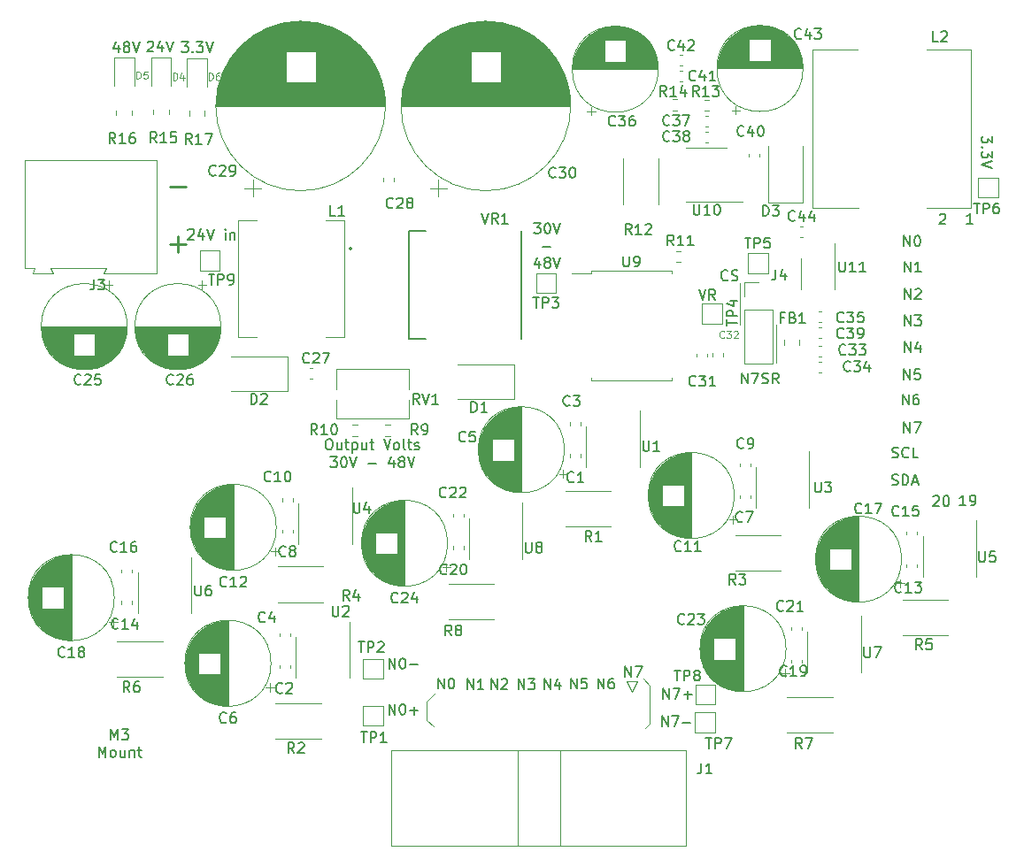
<source format=gto>
G04 #@! TF.GenerationSoftware,KiCad,Pcbnew,(5.1.12)-1*
G04 #@! TF.CreationDate,2022-03-18T16:38:41+08:00*
G04 #@! TF.ProjectId,Printhead-Driver,5072696e-7468-4656-9164-2d4472697665,V0.5*
G04 #@! TF.SameCoordinates,Original*
G04 #@! TF.FileFunction,Legend,Top*
G04 #@! TF.FilePolarity,Positive*
%FSLAX46Y46*%
G04 Gerber Fmt 4.6, Leading zero omitted, Abs format (unit mm)*
G04 Created by KiCad (PCBNEW (5.1.12)-1) date 2022-03-18 16:38:41*
%MOMM*%
%LPD*%
G01*
G04 APERTURE LIST*
%ADD10C,0.200000*%
%ADD11C,0.120000*%
%ADD12C,0.150000*%
%ADD13C,0.250000*%
%ADD14C,0.127000*%
G04 APERTURE END LIST*
D10*
X130254904Y-102297880D02*
X130445380Y-102297880D01*
X130540619Y-102345500D01*
X130635857Y-102440738D01*
X130683476Y-102631214D01*
X130683476Y-102964547D01*
X130635857Y-103155023D01*
X130540619Y-103250261D01*
X130445380Y-103297880D01*
X130254904Y-103297880D01*
X130159666Y-103250261D01*
X130064428Y-103155023D01*
X130016809Y-102964547D01*
X130016809Y-102631214D01*
X130064428Y-102440738D01*
X130159666Y-102345500D01*
X130254904Y-102297880D01*
X131540619Y-102631214D02*
X131540619Y-103297880D01*
X131112047Y-102631214D02*
X131112047Y-103155023D01*
X131159666Y-103250261D01*
X131254904Y-103297880D01*
X131397761Y-103297880D01*
X131493000Y-103250261D01*
X131540619Y-103202642D01*
X131873952Y-102631214D02*
X132254904Y-102631214D01*
X132016809Y-102297880D02*
X132016809Y-103155023D01*
X132064428Y-103250261D01*
X132159666Y-103297880D01*
X132254904Y-103297880D01*
X132588238Y-102631214D02*
X132588238Y-103631214D01*
X132588238Y-102678833D02*
X132683476Y-102631214D01*
X132873952Y-102631214D01*
X132969190Y-102678833D01*
X133016809Y-102726452D01*
X133064428Y-102821690D01*
X133064428Y-103107404D01*
X133016809Y-103202642D01*
X132969190Y-103250261D01*
X132873952Y-103297880D01*
X132683476Y-103297880D01*
X132588238Y-103250261D01*
X133921571Y-102631214D02*
X133921571Y-103297880D01*
X133493000Y-102631214D02*
X133493000Y-103155023D01*
X133540619Y-103250261D01*
X133635857Y-103297880D01*
X133778714Y-103297880D01*
X133873952Y-103250261D01*
X133921571Y-103202642D01*
X134254904Y-102631214D02*
X134635857Y-102631214D01*
X134397761Y-102297880D02*
X134397761Y-103155023D01*
X134445380Y-103250261D01*
X134540619Y-103297880D01*
X134635857Y-103297880D01*
X135588238Y-102297880D02*
X135921571Y-103297880D01*
X136254904Y-102297880D01*
X136731095Y-103297880D02*
X136635857Y-103250261D01*
X136588238Y-103202642D01*
X136540619Y-103107404D01*
X136540619Y-102821690D01*
X136588238Y-102726452D01*
X136635857Y-102678833D01*
X136731095Y-102631214D01*
X136873952Y-102631214D01*
X136969190Y-102678833D01*
X137016809Y-102726452D01*
X137064428Y-102821690D01*
X137064428Y-103107404D01*
X137016809Y-103202642D01*
X136969190Y-103250261D01*
X136873952Y-103297880D01*
X136731095Y-103297880D01*
X137635857Y-103297880D02*
X137540619Y-103250261D01*
X137493000Y-103155023D01*
X137493000Y-102297880D01*
X137873952Y-102631214D02*
X138254904Y-102631214D01*
X138016809Y-102297880D02*
X138016809Y-103155023D01*
X138064428Y-103250261D01*
X138159666Y-103297880D01*
X138254904Y-103297880D01*
X138540619Y-103250261D02*
X138635857Y-103297880D01*
X138826333Y-103297880D01*
X138921571Y-103250261D01*
X138969190Y-103155023D01*
X138969190Y-103107404D01*
X138921571Y-103012166D01*
X138826333Y-102964547D01*
X138683476Y-102964547D01*
X138588238Y-102916928D01*
X138540619Y-102821690D01*
X138540619Y-102774071D01*
X138588238Y-102678833D01*
X138683476Y-102631214D01*
X138826333Y-102631214D01*
X138921571Y-102678833D01*
X130493000Y-103997880D02*
X131112047Y-103997880D01*
X130778714Y-104378833D01*
X130921571Y-104378833D01*
X131016809Y-104426452D01*
X131064428Y-104474071D01*
X131112047Y-104569309D01*
X131112047Y-104807404D01*
X131064428Y-104902642D01*
X131016809Y-104950261D01*
X130921571Y-104997880D01*
X130635857Y-104997880D01*
X130540619Y-104950261D01*
X130493000Y-104902642D01*
X131731095Y-103997880D02*
X131826333Y-103997880D01*
X131921571Y-104045500D01*
X131969190Y-104093119D01*
X132016809Y-104188357D01*
X132064428Y-104378833D01*
X132064428Y-104616928D01*
X132016809Y-104807404D01*
X131969190Y-104902642D01*
X131921571Y-104950261D01*
X131826333Y-104997880D01*
X131731095Y-104997880D01*
X131635857Y-104950261D01*
X131588238Y-104902642D01*
X131540619Y-104807404D01*
X131493000Y-104616928D01*
X131493000Y-104378833D01*
X131540619Y-104188357D01*
X131588238Y-104093119D01*
X131635857Y-104045500D01*
X131731095Y-103997880D01*
X132350142Y-103997880D02*
X132683476Y-104997880D01*
X133016809Y-103997880D01*
X134112047Y-104616928D02*
X134873952Y-104616928D01*
X136540619Y-104331214D02*
X136540619Y-104997880D01*
X136302523Y-103950261D02*
X136064428Y-104664547D01*
X136683476Y-104664547D01*
X137207285Y-104426452D02*
X137112047Y-104378833D01*
X137064428Y-104331214D01*
X137016809Y-104235976D01*
X137016809Y-104188357D01*
X137064428Y-104093119D01*
X137112047Y-104045500D01*
X137207285Y-103997880D01*
X137397761Y-103997880D01*
X137493000Y-104045500D01*
X137540619Y-104093119D01*
X137588238Y-104188357D01*
X137588238Y-104235976D01*
X137540619Y-104331214D01*
X137493000Y-104378833D01*
X137397761Y-104426452D01*
X137207285Y-104426452D01*
X137112047Y-104474071D01*
X137064428Y-104521690D01*
X137016809Y-104616928D01*
X137016809Y-104807404D01*
X137064428Y-104902642D01*
X137112047Y-104950261D01*
X137207285Y-104997880D01*
X137397761Y-104997880D01*
X137493000Y-104950261D01*
X137540619Y-104902642D01*
X137588238Y-104807404D01*
X137588238Y-104616928D01*
X137540619Y-104521690D01*
X137493000Y-104474071D01*
X137397761Y-104426452D01*
X137873952Y-103997880D02*
X138207285Y-104997880D01*
X138540619Y-103997880D01*
D11*
X161036000Y-129540000D02*
X160591500Y-129984500D01*
X161036000Y-125857000D02*
X161036000Y-129540000D01*
X160401000Y-125222000D02*
X161036000Y-125857000D01*
X139700000Y-129159000D02*
X140335000Y-129794000D01*
X139700000Y-127381000D02*
X139700000Y-129159000D01*
X140525500Y-126555500D02*
X139700000Y-127381000D01*
D12*
X158686595Y-125039380D02*
X158686595Y-124039380D01*
X159258023Y-125039380D01*
X159258023Y-124039380D01*
X159638976Y-124039380D02*
X160305642Y-124039380D01*
X159877071Y-125039380D01*
X156083095Y-126182380D02*
X156083095Y-125182380D01*
X156654523Y-126182380D01*
X156654523Y-125182380D01*
X157559285Y-125182380D02*
X157368809Y-125182380D01*
X157273571Y-125230000D01*
X157225952Y-125277619D01*
X157130714Y-125420476D01*
X157083095Y-125610952D01*
X157083095Y-125991904D01*
X157130714Y-126087142D01*
X157178333Y-126134761D01*
X157273571Y-126182380D01*
X157464047Y-126182380D01*
X157559285Y-126134761D01*
X157606904Y-126087142D01*
X157654523Y-125991904D01*
X157654523Y-125753809D01*
X157606904Y-125658571D01*
X157559285Y-125610952D01*
X157464047Y-125563333D01*
X157273571Y-125563333D01*
X157178333Y-125610952D01*
X157130714Y-125658571D01*
X157083095Y-125753809D01*
X153479595Y-126182380D02*
X153479595Y-125182380D01*
X154051023Y-126182380D01*
X154051023Y-125182380D01*
X155003404Y-125182380D02*
X154527214Y-125182380D01*
X154479595Y-125658571D01*
X154527214Y-125610952D01*
X154622452Y-125563333D01*
X154860547Y-125563333D01*
X154955785Y-125610952D01*
X155003404Y-125658571D01*
X155051023Y-125753809D01*
X155051023Y-125991904D01*
X155003404Y-126087142D01*
X154955785Y-126134761D01*
X154860547Y-126182380D01*
X154622452Y-126182380D01*
X154527214Y-126134761D01*
X154479595Y-126087142D01*
X150939595Y-126245880D02*
X150939595Y-125245880D01*
X151511023Y-126245880D01*
X151511023Y-125245880D01*
X152415785Y-125579214D02*
X152415785Y-126245880D01*
X152177690Y-125198261D02*
X151939595Y-125912547D01*
X152558642Y-125912547D01*
X148463095Y-126245880D02*
X148463095Y-125245880D01*
X149034523Y-126245880D01*
X149034523Y-125245880D01*
X149415476Y-125245880D02*
X150034523Y-125245880D01*
X149701190Y-125626833D01*
X149844047Y-125626833D01*
X149939285Y-125674452D01*
X149986904Y-125722071D01*
X150034523Y-125817309D01*
X150034523Y-126055404D01*
X149986904Y-126150642D01*
X149939285Y-126198261D01*
X149844047Y-126245880D01*
X149558333Y-126245880D01*
X149463095Y-126198261D01*
X149415476Y-126150642D01*
X145859595Y-126245880D02*
X145859595Y-125245880D01*
X146431023Y-126245880D01*
X146431023Y-125245880D01*
X146859595Y-125341119D02*
X146907214Y-125293500D01*
X147002452Y-125245880D01*
X147240547Y-125245880D01*
X147335785Y-125293500D01*
X147383404Y-125341119D01*
X147431023Y-125436357D01*
X147431023Y-125531595D01*
X147383404Y-125674452D01*
X146811976Y-126245880D01*
X147431023Y-126245880D01*
X143573595Y-126245880D02*
X143573595Y-125245880D01*
X144145023Y-126245880D01*
X144145023Y-125245880D01*
X145145023Y-126245880D02*
X144573595Y-126245880D01*
X144859309Y-126245880D02*
X144859309Y-125245880D01*
X144764071Y-125388738D01*
X144668833Y-125483976D01*
X144573595Y-125531595D01*
X140779595Y-126182380D02*
X140779595Y-125182380D01*
X141351023Y-126182380D01*
X141351023Y-125182380D01*
X142017690Y-125182380D02*
X142112928Y-125182380D01*
X142208166Y-125230000D01*
X142255785Y-125277619D01*
X142303404Y-125372857D01*
X142351023Y-125563333D01*
X142351023Y-125801428D01*
X142303404Y-125991904D01*
X142255785Y-126087142D01*
X142208166Y-126134761D01*
X142112928Y-126182380D01*
X142017690Y-126182380D01*
X141922452Y-126134761D01*
X141874833Y-126087142D01*
X141827214Y-125991904D01*
X141779595Y-125801428D01*
X141779595Y-125563333D01*
X141827214Y-125372857D01*
X141874833Y-125277619D01*
X141922452Y-125230000D01*
X142017690Y-125182380D01*
X165727166Y-87971380D02*
X166060500Y-88971380D01*
X166393833Y-87971380D01*
X167298595Y-88971380D02*
X166965261Y-88495190D01*
X166727166Y-88971380D02*
X166727166Y-87971380D01*
X167108119Y-87971380D01*
X167203357Y-88019000D01*
X167250976Y-88066619D01*
X167298595Y-88161857D01*
X167298595Y-88304714D01*
X167250976Y-88399952D01*
X167203357Y-88447571D01*
X167108119Y-88495190D01*
X166727166Y-88495190D01*
X116864095Y-82288119D02*
X116911714Y-82240500D01*
X117006952Y-82192880D01*
X117245047Y-82192880D01*
X117340285Y-82240500D01*
X117387904Y-82288119D01*
X117435523Y-82383357D01*
X117435523Y-82478595D01*
X117387904Y-82621452D01*
X116816476Y-83192880D01*
X117435523Y-83192880D01*
X118292666Y-82526214D02*
X118292666Y-83192880D01*
X118054571Y-82145261D02*
X117816476Y-82859547D01*
X118435523Y-82859547D01*
X118673619Y-82192880D02*
X119006952Y-83192880D01*
X119340285Y-82192880D01*
X120435523Y-83192880D02*
X120435523Y-82526214D01*
X120435523Y-82192880D02*
X120387904Y-82240500D01*
X120435523Y-82288119D01*
X120483142Y-82240500D01*
X120435523Y-82192880D01*
X120435523Y-82288119D01*
X120911714Y-82526214D02*
X120911714Y-83192880D01*
X120911714Y-82621452D02*
X120959333Y-82573833D01*
X121054571Y-82526214D01*
X121197428Y-82526214D01*
X121292666Y-82573833D01*
X121340285Y-82669071D01*
X121340285Y-83192880D01*
X193778119Y-73326809D02*
X193778119Y-73945857D01*
X193397166Y-73612523D01*
X193397166Y-73755380D01*
X193349547Y-73850619D01*
X193301928Y-73898238D01*
X193206690Y-73945857D01*
X192968595Y-73945857D01*
X192873357Y-73898238D01*
X192825738Y-73850619D01*
X192778119Y-73755380D01*
X192778119Y-73469666D01*
X192825738Y-73374428D01*
X192873357Y-73326809D01*
X192873357Y-74374428D02*
X192825738Y-74422047D01*
X192778119Y-74374428D01*
X192825738Y-74326809D01*
X192873357Y-74374428D01*
X192778119Y-74374428D01*
X193778119Y-74755380D02*
X193778119Y-75374428D01*
X193397166Y-75041095D01*
X193397166Y-75183952D01*
X193349547Y-75279190D01*
X193301928Y-75326809D01*
X193206690Y-75374428D01*
X192968595Y-75374428D01*
X192873357Y-75326809D01*
X192825738Y-75279190D01*
X192778119Y-75183952D01*
X192778119Y-74898238D01*
X192825738Y-74803000D01*
X192873357Y-74755380D01*
X193778119Y-75660142D02*
X192778119Y-75993476D01*
X193778119Y-76326809D01*
X149955404Y-81622380D02*
X150574452Y-81622380D01*
X150241119Y-82003333D01*
X150383976Y-82003333D01*
X150479214Y-82050952D01*
X150526833Y-82098571D01*
X150574452Y-82193809D01*
X150574452Y-82431904D01*
X150526833Y-82527142D01*
X150479214Y-82574761D01*
X150383976Y-82622380D01*
X150098261Y-82622380D01*
X150003023Y-82574761D01*
X149955404Y-82527142D01*
X151193500Y-81622380D02*
X151288738Y-81622380D01*
X151383976Y-81670000D01*
X151431595Y-81717619D01*
X151479214Y-81812857D01*
X151526833Y-82003333D01*
X151526833Y-82241428D01*
X151479214Y-82431904D01*
X151431595Y-82527142D01*
X151383976Y-82574761D01*
X151288738Y-82622380D01*
X151193500Y-82622380D01*
X151098261Y-82574761D01*
X151050642Y-82527142D01*
X151003023Y-82431904D01*
X150955404Y-82241428D01*
X150955404Y-82003333D01*
X151003023Y-81812857D01*
X151050642Y-81717619D01*
X151098261Y-81670000D01*
X151193500Y-81622380D01*
X151812547Y-81622380D02*
X152145880Y-82622380D01*
X152479214Y-81622380D01*
X150812547Y-83891428D02*
X151574452Y-83891428D01*
X150479214Y-85255714D02*
X150479214Y-85922380D01*
X150241119Y-84874761D02*
X150003023Y-85589047D01*
X150622071Y-85589047D01*
X151145880Y-85350952D02*
X151050642Y-85303333D01*
X151003023Y-85255714D01*
X150955404Y-85160476D01*
X150955404Y-85112857D01*
X151003023Y-85017619D01*
X151050642Y-84970000D01*
X151145880Y-84922380D01*
X151336357Y-84922380D01*
X151431595Y-84970000D01*
X151479214Y-85017619D01*
X151526833Y-85112857D01*
X151526833Y-85160476D01*
X151479214Y-85255714D01*
X151431595Y-85303333D01*
X151336357Y-85350952D01*
X151145880Y-85350952D01*
X151050642Y-85398571D01*
X151003023Y-85446190D01*
X150955404Y-85541428D01*
X150955404Y-85731904D01*
X151003023Y-85827142D01*
X151050642Y-85874761D01*
X151145880Y-85922380D01*
X151336357Y-85922380D01*
X151431595Y-85874761D01*
X151479214Y-85827142D01*
X151526833Y-85731904D01*
X151526833Y-85541428D01*
X151479214Y-85446190D01*
X151431595Y-85398571D01*
X151336357Y-85350952D01*
X151812547Y-84922380D02*
X152145880Y-85922380D01*
X152479214Y-84922380D01*
X169838904Y-96972380D02*
X169838904Y-95972380D01*
X170410333Y-96972380D01*
X170410333Y-95972380D01*
X170791285Y-95972380D02*
X171457952Y-95972380D01*
X171029380Y-96972380D01*
X171791285Y-96924761D02*
X171934142Y-96972380D01*
X172172238Y-96972380D01*
X172267476Y-96924761D01*
X172315095Y-96877142D01*
X172362714Y-96781904D01*
X172362714Y-96686666D01*
X172315095Y-96591428D01*
X172267476Y-96543809D01*
X172172238Y-96496190D01*
X171981761Y-96448571D01*
X171886523Y-96400952D01*
X171838904Y-96353333D01*
X171791285Y-96258095D01*
X171791285Y-96162857D01*
X171838904Y-96067619D01*
X171886523Y-96020000D01*
X171981761Y-95972380D01*
X172219857Y-95972380D01*
X172362714Y-96020000D01*
X173362714Y-96972380D02*
X173029380Y-96496190D01*
X172791285Y-96972380D02*
X172791285Y-95972380D01*
X173172238Y-95972380D01*
X173267476Y-96020000D01*
X173315095Y-96067619D01*
X173362714Y-96162857D01*
X173362714Y-96305714D01*
X173315095Y-96400952D01*
X173267476Y-96448571D01*
X173172238Y-96496190D01*
X172791285Y-96496190D01*
X168489333Y-87034642D02*
X168441714Y-87082261D01*
X168298857Y-87129880D01*
X168203619Y-87129880D01*
X168060761Y-87082261D01*
X167965523Y-86987023D01*
X167917904Y-86891785D01*
X167870285Y-86701309D01*
X167870285Y-86558452D01*
X167917904Y-86367976D01*
X167965523Y-86272738D01*
X168060761Y-86177500D01*
X168203619Y-86129880D01*
X168298857Y-86129880D01*
X168441714Y-86177500D01*
X168489333Y-86225119D01*
X168870285Y-87082261D02*
X169013142Y-87129880D01*
X169251238Y-87129880D01*
X169346476Y-87082261D01*
X169394095Y-87034642D01*
X169441714Y-86939404D01*
X169441714Y-86844166D01*
X169394095Y-86748928D01*
X169346476Y-86701309D01*
X169251238Y-86653690D01*
X169060761Y-86606071D01*
X168965523Y-86558452D01*
X168917904Y-86510833D01*
X168870285Y-86415595D01*
X168870285Y-86320357D01*
X168917904Y-86225119D01*
X168965523Y-86177500D01*
X169060761Y-86129880D01*
X169298857Y-86129880D01*
X169441714Y-86177500D01*
D11*
X173101000Y-91313000D02*
X173101000Y-94996000D01*
X169672000Y-87376000D02*
X169672000Y-91313000D01*
D12*
X162195047Y-129801880D02*
X162195047Y-128801880D01*
X162766476Y-129801880D01*
X162766476Y-128801880D01*
X163147428Y-128801880D02*
X163814095Y-128801880D01*
X163385523Y-129801880D01*
X164195047Y-129420928D02*
X164956952Y-129420928D01*
X162322047Y-127134880D02*
X162322047Y-126134880D01*
X162893476Y-127134880D01*
X162893476Y-126134880D01*
X163274428Y-126134880D02*
X163941095Y-126134880D01*
X163512523Y-127134880D01*
X164322047Y-126753928D02*
X165083952Y-126753928D01*
X164703000Y-127134880D02*
X164703000Y-126372976D01*
X136096547Y-128658880D02*
X136096547Y-127658880D01*
X136667976Y-128658880D01*
X136667976Y-127658880D01*
X137334642Y-127658880D02*
X137429880Y-127658880D01*
X137525119Y-127706500D01*
X137572738Y-127754119D01*
X137620357Y-127849357D01*
X137667976Y-128039833D01*
X137667976Y-128277928D01*
X137620357Y-128468404D01*
X137572738Y-128563642D01*
X137525119Y-128611261D01*
X137429880Y-128658880D01*
X137334642Y-128658880D01*
X137239404Y-128611261D01*
X137191785Y-128563642D01*
X137144166Y-128468404D01*
X137096547Y-128277928D01*
X137096547Y-128039833D01*
X137144166Y-127849357D01*
X137191785Y-127754119D01*
X137239404Y-127706500D01*
X137334642Y-127658880D01*
X138096547Y-128277928D02*
X138858452Y-128277928D01*
X138477500Y-128658880D02*
X138477500Y-127896976D01*
X136096547Y-124277380D02*
X136096547Y-123277380D01*
X136667976Y-124277380D01*
X136667976Y-123277380D01*
X137334642Y-123277380D02*
X137429880Y-123277380D01*
X137525119Y-123325000D01*
X137572738Y-123372619D01*
X137620357Y-123467857D01*
X137667976Y-123658333D01*
X137667976Y-123896428D01*
X137620357Y-124086904D01*
X137572738Y-124182142D01*
X137525119Y-124229761D01*
X137429880Y-124277380D01*
X137334642Y-124277380D01*
X137239404Y-124229761D01*
X137191785Y-124182142D01*
X137144166Y-124086904D01*
X137096547Y-123896428D01*
X137096547Y-123658333D01*
X137144166Y-123467857D01*
X137191785Y-123372619D01*
X137239404Y-123325000D01*
X137334642Y-123277380D01*
X138096547Y-123896428D02*
X138858452Y-123896428D01*
X184205714Y-106640261D02*
X184348571Y-106687880D01*
X184586666Y-106687880D01*
X184681904Y-106640261D01*
X184729523Y-106592642D01*
X184777142Y-106497404D01*
X184777142Y-106402166D01*
X184729523Y-106306928D01*
X184681904Y-106259309D01*
X184586666Y-106211690D01*
X184396190Y-106164071D01*
X184300952Y-106116452D01*
X184253333Y-106068833D01*
X184205714Y-105973595D01*
X184205714Y-105878357D01*
X184253333Y-105783119D01*
X184300952Y-105735500D01*
X184396190Y-105687880D01*
X184634285Y-105687880D01*
X184777142Y-105735500D01*
X185205714Y-106687880D02*
X185205714Y-105687880D01*
X185443809Y-105687880D01*
X185586666Y-105735500D01*
X185681904Y-105830738D01*
X185729523Y-105925976D01*
X185777142Y-106116452D01*
X185777142Y-106259309D01*
X185729523Y-106449785D01*
X185681904Y-106545023D01*
X185586666Y-106640261D01*
X185443809Y-106687880D01*
X185205714Y-106687880D01*
X186158095Y-106402166D02*
X186634285Y-106402166D01*
X186062857Y-106687880D02*
X186396190Y-105687880D01*
X186729523Y-106687880D01*
X184229523Y-104036761D02*
X184372380Y-104084380D01*
X184610476Y-104084380D01*
X184705714Y-104036761D01*
X184753333Y-103989142D01*
X184800952Y-103893904D01*
X184800952Y-103798666D01*
X184753333Y-103703428D01*
X184705714Y-103655809D01*
X184610476Y-103608190D01*
X184420000Y-103560571D01*
X184324761Y-103512952D01*
X184277142Y-103465333D01*
X184229523Y-103370095D01*
X184229523Y-103274857D01*
X184277142Y-103179619D01*
X184324761Y-103132000D01*
X184420000Y-103084380D01*
X184658095Y-103084380D01*
X184800952Y-103132000D01*
X185800952Y-103989142D02*
X185753333Y-104036761D01*
X185610476Y-104084380D01*
X185515238Y-104084380D01*
X185372380Y-104036761D01*
X185277142Y-103941523D01*
X185229523Y-103846285D01*
X185181904Y-103655809D01*
X185181904Y-103512952D01*
X185229523Y-103322476D01*
X185277142Y-103227238D01*
X185372380Y-103132000D01*
X185515238Y-103084380D01*
X185610476Y-103084380D01*
X185753333Y-103132000D01*
X185800952Y-103179619D01*
X186705714Y-104084380D02*
X186229523Y-104084380D01*
X186229523Y-103084380D01*
X185356595Y-101671380D02*
X185356595Y-100671380D01*
X185928023Y-101671380D01*
X185928023Y-100671380D01*
X186308976Y-100671380D02*
X186975642Y-100671380D01*
X186547071Y-101671380D01*
X185229595Y-99004380D02*
X185229595Y-98004380D01*
X185801023Y-99004380D01*
X185801023Y-98004380D01*
X186705785Y-98004380D02*
X186515309Y-98004380D01*
X186420071Y-98052000D01*
X186372452Y-98099619D01*
X186277214Y-98242476D01*
X186229595Y-98432952D01*
X186229595Y-98813904D01*
X186277214Y-98909142D01*
X186324833Y-98956761D01*
X186420071Y-99004380D01*
X186610547Y-99004380D01*
X186705785Y-98956761D01*
X186753404Y-98909142D01*
X186801023Y-98813904D01*
X186801023Y-98575809D01*
X186753404Y-98480571D01*
X186705785Y-98432952D01*
X186610547Y-98385333D01*
X186420071Y-98385333D01*
X186324833Y-98432952D01*
X186277214Y-98480571D01*
X186229595Y-98575809D01*
X185356595Y-96591380D02*
X185356595Y-95591380D01*
X185928023Y-96591380D01*
X185928023Y-95591380D01*
X186880404Y-95591380D02*
X186404214Y-95591380D01*
X186356595Y-96067571D01*
X186404214Y-96019952D01*
X186499452Y-95972333D01*
X186737547Y-95972333D01*
X186832785Y-96019952D01*
X186880404Y-96067571D01*
X186928023Y-96162809D01*
X186928023Y-96400904D01*
X186880404Y-96496142D01*
X186832785Y-96543761D01*
X186737547Y-96591380D01*
X186499452Y-96591380D01*
X186404214Y-96543761D01*
X186356595Y-96496142D01*
X185420095Y-93987880D02*
X185420095Y-92987880D01*
X185991523Y-93987880D01*
X185991523Y-92987880D01*
X186896285Y-93321214D02*
X186896285Y-93987880D01*
X186658190Y-92940261D02*
X186420095Y-93654547D01*
X187039142Y-93654547D01*
X185420095Y-91447880D02*
X185420095Y-90447880D01*
X185991523Y-91447880D01*
X185991523Y-90447880D01*
X186372476Y-90447880D02*
X186991523Y-90447880D01*
X186658190Y-90828833D01*
X186801047Y-90828833D01*
X186896285Y-90876452D01*
X186943904Y-90924071D01*
X186991523Y-91019309D01*
X186991523Y-91257404D01*
X186943904Y-91352642D01*
X186896285Y-91400261D01*
X186801047Y-91447880D01*
X186515333Y-91447880D01*
X186420095Y-91400261D01*
X186372476Y-91352642D01*
X185420095Y-88907880D02*
X185420095Y-87907880D01*
X185991523Y-88907880D01*
X185991523Y-87907880D01*
X186420095Y-88003119D02*
X186467714Y-87955500D01*
X186562952Y-87907880D01*
X186801047Y-87907880D01*
X186896285Y-87955500D01*
X186943904Y-88003119D01*
X186991523Y-88098357D01*
X186991523Y-88193595D01*
X186943904Y-88336452D01*
X186372476Y-88907880D01*
X186991523Y-88907880D01*
X185420095Y-86304380D02*
X185420095Y-85304380D01*
X185991523Y-86304380D01*
X185991523Y-85304380D01*
X186991523Y-86304380D02*
X186420095Y-86304380D01*
X186705809Y-86304380D02*
X186705809Y-85304380D01*
X186610571Y-85447238D01*
X186515333Y-85542476D01*
X186420095Y-85590095D01*
X185356595Y-83827880D02*
X185356595Y-82827880D01*
X185928023Y-83827880D01*
X185928023Y-82827880D01*
X186594690Y-82827880D02*
X186689928Y-82827880D01*
X186785166Y-82875500D01*
X186832785Y-82923119D01*
X186880404Y-83018357D01*
X186928023Y-83208833D01*
X186928023Y-83446928D01*
X186880404Y-83637404D01*
X186832785Y-83732642D01*
X186785166Y-83780261D01*
X186689928Y-83827880D01*
X186594690Y-83827880D01*
X186499452Y-83780261D01*
X186451833Y-83732642D01*
X186404214Y-83637404D01*
X186356595Y-83446928D01*
X186356595Y-83208833D01*
X186404214Y-83018357D01*
X186451833Y-82923119D01*
X186499452Y-82875500D01*
X186594690Y-82827880D01*
X188150595Y-107815119D02*
X188198214Y-107767500D01*
X188293452Y-107719880D01*
X188531547Y-107719880D01*
X188626785Y-107767500D01*
X188674404Y-107815119D01*
X188722023Y-107910357D01*
X188722023Y-108005595D01*
X188674404Y-108148452D01*
X188102976Y-108719880D01*
X188722023Y-108719880D01*
X189341071Y-107719880D02*
X189436309Y-107719880D01*
X189531547Y-107767500D01*
X189579166Y-107815119D01*
X189626785Y-107910357D01*
X189674404Y-108100833D01*
X189674404Y-108338928D01*
X189626785Y-108529404D01*
X189579166Y-108624642D01*
X189531547Y-108672261D01*
X189436309Y-108719880D01*
X189341071Y-108719880D01*
X189245833Y-108672261D01*
X189198214Y-108624642D01*
X189150595Y-108529404D01*
X189102976Y-108338928D01*
X189102976Y-108100833D01*
X189150595Y-107910357D01*
X189198214Y-107815119D01*
X189245833Y-107767500D01*
X189341071Y-107719880D01*
X191262023Y-108656380D02*
X190690595Y-108656380D01*
X190976309Y-108656380D02*
X190976309Y-107656380D01*
X190881071Y-107799238D01*
X190785833Y-107894476D01*
X190690595Y-107942095D01*
X191738214Y-108656380D02*
X191928690Y-108656380D01*
X192023928Y-108608761D01*
X192071547Y-108561142D01*
X192166785Y-108418285D01*
X192214404Y-108227809D01*
X192214404Y-107846857D01*
X192166785Y-107751619D01*
X192119166Y-107704000D01*
X192023928Y-107656380D01*
X191833452Y-107656380D01*
X191738214Y-107704000D01*
X191690595Y-107751619D01*
X191642976Y-107846857D01*
X191642976Y-108084952D01*
X191690595Y-108180190D01*
X191738214Y-108227809D01*
X191833452Y-108275428D01*
X192023928Y-108275428D01*
X192119166Y-108227809D01*
X192166785Y-108180190D01*
X192214404Y-108084952D01*
X188753785Y-80827619D02*
X188801404Y-80780000D01*
X188896642Y-80732380D01*
X189134738Y-80732380D01*
X189229976Y-80780000D01*
X189277595Y-80827619D01*
X189325214Y-80922857D01*
X189325214Y-81018095D01*
X189277595Y-81160952D01*
X188706166Y-81732380D01*
X189325214Y-81732380D01*
X191928714Y-81668880D02*
X191357285Y-81668880D01*
X191643000Y-81668880D02*
X191643000Y-80668880D01*
X191547761Y-80811738D01*
X191452523Y-80906976D01*
X191357285Y-80954595D01*
D13*
X115125595Y-83645357D02*
X116649404Y-83645357D01*
X115887500Y-84407261D02*
X115887500Y-82883452D01*
X115125595Y-78184357D02*
X116649404Y-78184357D01*
D12*
X109489976Y-131072380D02*
X109489976Y-130072380D01*
X109823309Y-130786666D01*
X110156642Y-130072380D01*
X110156642Y-131072380D01*
X110537595Y-130072380D02*
X111156642Y-130072380D01*
X110823309Y-130453333D01*
X110966166Y-130453333D01*
X111061404Y-130500952D01*
X111109023Y-130548571D01*
X111156642Y-130643809D01*
X111156642Y-130881904D01*
X111109023Y-130977142D01*
X111061404Y-131024761D01*
X110966166Y-131072380D01*
X110680452Y-131072380D01*
X110585214Y-131024761D01*
X110537595Y-130977142D01*
X108323309Y-132722380D02*
X108323309Y-131722380D01*
X108656642Y-132436666D01*
X108989976Y-131722380D01*
X108989976Y-132722380D01*
X109609023Y-132722380D02*
X109513785Y-132674761D01*
X109466166Y-132627142D01*
X109418547Y-132531904D01*
X109418547Y-132246190D01*
X109466166Y-132150952D01*
X109513785Y-132103333D01*
X109609023Y-132055714D01*
X109751880Y-132055714D01*
X109847119Y-132103333D01*
X109894738Y-132150952D01*
X109942357Y-132246190D01*
X109942357Y-132531904D01*
X109894738Y-132627142D01*
X109847119Y-132674761D01*
X109751880Y-132722380D01*
X109609023Y-132722380D01*
X110799500Y-132055714D02*
X110799500Y-132722380D01*
X110370928Y-132055714D02*
X110370928Y-132579523D01*
X110418547Y-132674761D01*
X110513785Y-132722380D01*
X110656642Y-132722380D01*
X110751880Y-132674761D01*
X110799500Y-132627142D01*
X111275690Y-132055714D02*
X111275690Y-132722380D01*
X111275690Y-132150952D02*
X111323309Y-132103333D01*
X111418547Y-132055714D01*
X111561404Y-132055714D01*
X111656642Y-132103333D01*
X111704261Y-132198571D01*
X111704261Y-132722380D01*
X112037595Y-132055714D02*
X112418547Y-132055714D01*
X112180452Y-131722380D02*
X112180452Y-132579523D01*
X112228071Y-132674761D01*
X112323309Y-132722380D01*
X112418547Y-132722380D01*
X116252809Y-64285880D02*
X116871857Y-64285880D01*
X116538523Y-64666833D01*
X116681380Y-64666833D01*
X116776619Y-64714452D01*
X116824238Y-64762071D01*
X116871857Y-64857309D01*
X116871857Y-65095404D01*
X116824238Y-65190642D01*
X116776619Y-65238261D01*
X116681380Y-65285880D01*
X116395666Y-65285880D01*
X116300428Y-65238261D01*
X116252809Y-65190642D01*
X117300428Y-65190642D02*
X117348047Y-65238261D01*
X117300428Y-65285880D01*
X117252809Y-65238261D01*
X117300428Y-65190642D01*
X117300428Y-65285880D01*
X117681380Y-64285880D02*
X118300428Y-64285880D01*
X117967095Y-64666833D01*
X118109952Y-64666833D01*
X118205190Y-64714452D01*
X118252809Y-64762071D01*
X118300428Y-64857309D01*
X118300428Y-65095404D01*
X118252809Y-65190642D01*
X118205190Y-65238261D01*
X118109952Y-65285880D01*
X117824238Y-65285880D01*
X117729000Y-65238261D01*
X117681380Y-65190642D01*
X118586142Y-64285880D02*
X118919476Y-65285880D01*
X119252809Y-64285880D01*
X110220214Y-64619214D02*
X110220214Y-65285880D01*
X109982119Y-64238261D02*
X109744023Y-64952547D01*
X110363071Y-64952547D01*
X110886880Y-64714452D02*
X110791642Y-64666833D01*
X110744023Y-64619214D01*
X110696404Y-64523976D01*
X110696404Y-64476357D01*
X110744023Y-64381119D01*
X110791642Y-64333500D01*
X110886880Y-64285880D01*
X111077357Y-64285880D01*
X111172595Y-64333500D01*
X111220214Y-64381119D01*
X111267833Y-64476357D01*
X111267833Y-64523976D01*
X111220214Y-64619214D01*
X111172595Y-64666833D01*
X111077357Y-64714452D01*
X110886880Y-64714452D01*
X110791642Y-64762071D01*
X110744023Y-64809690D01*
X110696404Y-64904928D01*
X110696404Y-65095404D01*
X110744023Y-65190642D01*
X110791642Y-65238261D01*
X110886880Y-65285880D01*
X111077357Y-65285880D01*
X111172595Y-65238261D01*
X111220214Y-65190642D01*
X111267833Y-65095404D01*
X111267833Y-64904928D01*
X111220214Y-64809690D01*
X111172595Y-64762071D01*
X111077357Y-64714452D01*
X111553547Y-64285880D02*
X111886880Y-65285880D01*
X112220214Y-64285880D01*
X112982523Y-64317619D02*
X113030142Y-64270000D01*
X113125380Y-64222380D01*
X113363476Y-64222380D01*
X113458714Y-64270000D01*
X113506333Y-64317619D01*
X113553952Y-64412857D01*
X113553952Y-64508095D01*
X113506333Y-64650952D01*
X112934904Y-65222380D01*
X113553952Y-65222380D01*
X114411095Y-64555714D02*
X114411095Y-65222380D01*
X114173000Y-64174761D02*
X113934904Y-64889047D01*
X114553952Y-64889047D01*
X114792047Y-64222380D02*
X115125380Y-65222380D01*
X115458714Y-64222380D01*
D11*
X117985500Y-84267000D02*
X119885500Y-84267000D01*
X119885500Y-84267000D02*
X119885500Y-86167000D01*
X119885500Y-86167000D02*
X117985500Y-86167000D01*
X117985500Y-86167000D02*
X117985500Y-84267000D01*
X158821500Y-125475500D02*
X159321500Y-126475500D01*
X159821500Y-125475500D02*
X158821500Y-125475500D01*
X159321500Y-126475500D02*
X159821500Y-125475500D01*
X136331500Y-132095500D02*
X164531500Y-132095500D01*
X136331500Y-141215500D02*
X136331500Y-132095500D01*
X164531500Y-141215500D02*
X136331500Y-141215500D01*
X164531500Y-132095500D02*
X164531500Y-141215500D01*
X148381500Y-132095500D02*
X148381500Y-141215500D01*
X152481500Y-132095500D02*
X152481500Y-141215500D01*
X167320000Y-125802000D02*
X167320000Y-127702000D01*
X167320000Y-127702000D02*
X165420000Y-127702000D01*
X165420000Y-127702000D02*
X165420000Y-125802000D01*
X165420000Y-125802000D02*
X167320000Y-125802000D01*
X167256500Y-130363000D02*
X165356500Y-130363000D01*
X165356500Y-130363000D02*
X165356500Y-128463000D01*
X165356500Y-128463000D02*
X167256500Y-128463000D01*
X167256500Y-128463000D02*
X167256500Y-130363000D01*
X152953436Y-107256000D02*
X157307564Y-107256000D01*
X152953436Y-110676000D02*
X157307564Y-110676000D01*
X154933000Y-103025500D02*
X154933000Y-104975500D01*
X154933000Y-103025500D02*
X154933000Y-101075500D01*
X160053000Y-103025500D02*
X160053000Y-104975500D01*
X160053000Y-103025500D02*
X160053000Y-99575500D01*
X154434000Y-100684420D02*
X154434000Y-100965580D01*
X153414000Y-100684420D02*
X153414000Y-100965580D01*
X154434000Y-103745420D02*
X154434000Y-104026580D01*
X153414000Y-103745420D02*
X153414000Y-104026580D01*
X152865000Y-103314500D02*
G75*
G03*
X152865000Y-103314500I-4120000J0D01*
G01*
X148745000Y-107394500D02*
X148745000Y-99234500D01*
X148705000Y-107394500D02*
X148705000Y-99234500D01*
X148665000Y-107394500D02*
X148665000Y-99234500D01*
X148625000Y-107393500D02*
X148625000Y-99235500D01*
X148585000Y-107391500D02*
X148585000Y-99237500D01*
X148545000Y-107390500D02*
X148545000Y-99238500D01*
X148505000Y-107388500D02*
X148505000Y-99240500D01*
X148465000Y-107385500D02*
X148465000Y-99243500D01*
X148425000Y-107382500D02*
X148425000Y-99246500D01*
X148385000Y-107379500D02*
X148385000Y-99249500D01*
X148345000Y-107375500D02*
X148345000Y-99253500D01*
X148305000Y-107371500D02*
X148305000Y-99257500D01*
X148265000Y-107366500D02*
X148265000Y-99262500D01*
X148225000Y-107362500D02*
X148225000Y-99266500D01*
X148185000Y-107356500D02*
X148185000Y-99272500D01*
X148145000Y-107351500D02*
X148145000Y-99277500D01*
X148105000Y-107344500D02*
X148105000Y-99284500D01*
X148065000Y-107338500D02*
X148065000Y-99290500D01*
X148024000Y-107331500D02*
X148024000Y-104354500D01*
X148024000Y-102274500D02*
X148024000Y-99297500D01*
X147984000Y-107324500D02*
X147984000Y-104354500D01*
X147984000Y-102274500D02*
X147984000Y-99304500D01*
X147944000Y-107316500D02*
X147944000Y-104354500D01*
X147944000Y-102274500D02*
X147944000Y-99312500D01*
X147904000Y-107308500D02*
X147904000Y-104354500D01*
X147904000Y-102274500D02*
X147904000Y-99320500D01*
X147864000Y-107299500D02*
X147864000Y-104354500D01*
X147864000Y-102274500D02*
X147864000Y-99329500D01*
X147824000Y-107290500D02*
X147824000Y-104354500D01*
X147824000Y-102274500D02*
X147824000Y-99338500D01*
X147784000Y-107281500D02*
X147784000Y-104354500D01*
X147784000Y-102274500D02*
X147784000Y-99347500D01*
X147744000Y-107271500D02*
X147744000Y-104354500D01*
X147744000Y-102274500D02*
X147744000Y-99357500D01*
X147704000Y-107261500D02*
X147704000Y-104354500D01*
X147704000Y-102274500D02*
X147704000Y-99367500D01*
X147664000Y-107250500D02*
X147664000Y-104354500D01*
X147664000Y-102274500D02*
X147664000Y-99378500D01*
X147624000Y-107239500D02*
X147624000Y-104354500D01*
X147624000Y-102274500D02*
X147624000Y-99389500D01*
X147584000Y-107228500D02*
X147584000Y-104354500D01*
X147584000Y-102274500D02*
X147584000Y-99400500D01*
X147544000Y-107216500D02*
X147544000Y-104354500D01*
X147544000Y-102274500D02*
X147544000Y-99412500D01*
X147504000Y-107203500D02*
X147504000Y-104354500D01*
X147504000Y-102274500D02*
X147504000Y-99425500D01*
X147464000Y-107191500D02*
X147464000Y-104354500D01*
X147464000Y-102274500D02*
X147464000Y-99437500D01*
X147424000Y-107177500D02*
X147424000Y-104354500D01*
X147424000Y-102274500D02*
X147424000Y-99451500D01*
X147384000Y-107164500D02*
X147384000Y-104354500D01*
X147384000Y-102274500D02*
X147384000Y-99464500D01*
X147344000Y-107149500D02*
X147344000Y-104354500D01*
X147344000Y-102274500D02*
X147344000Y-99479500D01*
X147304000Y-107135500D02*
X147304000Y-104354500D01*
X147304000Y-102274500D02*
X147304000Y-99493500D01*
X147264000Y-107119500D02*
X147264000Y-104354500D01*
X147264000Y-102274500D02*
X147264000Y-99509500D01*
X147224000Y-107104500D02*
X147224000Y-104354500D01*
X147224000Y-102274500D02*
X147224000Y-99524500D01*
X147184000Y-107088500D02*
X147184000Y-104354500D01*
X147184000Y-102274500D02*
X147184000Y-99540500D01*
X147144000Y-107071500D02*
X147144000Y-104354500D01*
X147144000Y-102274500D02*
X147144000Y-99557500D01*
X147104000Y-107054500D02*
X147104000Y-104354500D01*
X147104000Y-102274500D02*
X147104000Y-99574500D01*
X147064000Y-107036500D02*
X147064000Y-104354500D01*
X147064000Y-102274500D02*
X147064000Y-99592500D01*
X147024000Y-107018500D02*
X147024000Y-104354500D01*
X147024000Y-102274500D02*
X147024000Y-99610500D01*
X146984000Y-107000500D02*
X146984000Y-104354500D01*
X146984000Y-102274500D02*
X146984000Y-99628500D01*
X146944000Y-106980500D02*
X146944000Y-104354500D01*
X146944000Y-102274500D02*
X146944000Y-99648500D01*
X146904000Y-106961500D02*
X146904000Y-104354500D01*
X146904000Y-102274500D02*
X146904000Y-99667500D01*
X146864000Y-106941500D02*
X146864000Y-104354500D01*
X146864000Y-102274500D02*
X146864000Y-99687500D01*
X146824000Y-106920500D02*
X146824000Y-104354500D01*
X146824000Y-102274500D02*
X146824000Y-99708500D01*
X146784000Y-106898500D02*
X146784000Y-104354500D01*
X146784000Y-102274500D02*
X146784000Y-99730500D01*
X146744000Y-106876500D02*
X146744000Y-104354500D01*
X146744000Y-102274500D02*
X146744000Y-99752500D01*
X146704000Y-106854500D02*
X146704000Y-104354500D01*
X146704000Y-102274500D02*
X146704000Y-99774500D01*
X146664000Y-106831500D02*
X146664000Y-104354500D01*
X146664000Y-102274500D02*
X146664000Y-99797500D01*
X146624000Y-106807500D02*
X146624000Y-104354500D01*
X146624000Y-102274500D02*
X146624000Y-99821500D01*
X146584000Y-106783500D02*
X146584000Y-104354500D01*
X146584000Y-102274500D02*
X146584000Y-99845500D01*
X146544000Y-106758500D02*
X146544000Y-104354500D01*
X146544000Y-102274500D02*
X146544000Y-99870500D01*
X146504000Y-106732500D02*
X146504000Y-104354500D01*
X146504000Y-102274500D02*
X146504000Y-99896500D01*
X146464000Y-106706500D02*
X146464000Y-104354500D01*
X146464000Y-102274500D02*
X146464000Y-99922500D01*
X146424000Y-106679500D02*
X146424000Y-104354500D01*
X146424000Y-102274500D02*
X146424000Y-99949500D01*
X146384000Y-106652500D02*
X146384000Y-104354500D01*
X146384000Y-102274500D02*
X146384000Y-99976500D01*
X146344000Y-106623500D02*
X146344000Y-104354500D01*
X146344000Y-102274500D02*
X146344000Y-100005500D01*
X146304000Y-106594500D02*
X146304000Y-104354500D01*
X146304000Y-102274500D02*
X146304000Y-100034500D01*
X146264000Y-106564500D02*
X146264000Y-104354500D01*
X146264000Y-102274500D02*
X146264000Y-100064500D01*
X146224000Y-106534500D02*
X146224000Y-104354500D01*
X146224000Y-102274500D02*
X146224000Y-100094500D01*
X146184000Y-106503500D02*
X146184000Y-104354500D01*
X146184000Y-102274500D02*
X146184000Y-100125500D01*
X146144000Y-106470500D02*
X146144000Y-104354500D01*
X146144000Y-102274500D02*
X146144000Y-100158500D01*
X146104000Y-106438500D02*
X146104000Y-104354500D01*
X146104000Y-102274500D02*
X146104000Y-100190500D01*
X146064000Y-106404500D02*
X146064000Y-104354500D01*
X146064000Y-102274500D02*
X146064000Y-100224500D01*
X146024000Y-106369500D02*
X146024000Y-104354500D01*
X146024000Y-102274500D02*
X146024000Y-100259500D01*
X145984000Y-106333500D02*
X145984000Y-104354500D01*
X145984000Y-102274500D02*
X145984000Y-100295500D01*
X145944000Y-106297500D02*
X145944000Y-100331500D01*
X145904000Y-106259500D02*
X145904000Y-100369500D01*
X145864000Y-106221500D02*
X145864000Y-100407500D01*
X145824000Y-106181500D02*
X145824000Y-100447500D01*
X145784000Y-106140500D02*
X145784000Y-100488500D01*
X145744000Y-106098500D02*
X145744000Y-100530500D01*
X145704000Y-106055500D02*
X145704000Y-100573500D01*
X145664000Y-106011500D02*
X145664000Y-100617500D01*
X145624000Y-105965500D02*
X145624000Y-100663500D01*
X145584000Y-105918500D02*
X145584000Y-100710500D01*
X145544000Y-105870500D02*
X145544000Y-100758500D01*
X145504000Y-105819500D02*
X145504000Y-100809500D01*
X145464000Y-105768500D02*
X145464000Y-100860500D01*
X145424000Y-105714500D02*
X145424000Y-100914500D01*
X145384000Y-105659500D02*
X145384000Y-100969500D01*
X145344000Y-105601500D02*
X145344000Y-101027500D01*
X145304000Y-105542500D02*
X145304000Y-101086500D01*
X145264000Y-105480500D02*
X145264000Y-101148500D01*
X145224000Y-105416500D02*
X145224000Y-101212500D01*
X145184000Y-105348500D02*
X145184000Y-101280500D01*
X145144000Y-105278500D02*
X145144000Y-101350500D01*
X145104000Y-105204500D02*
X145104000Y-101424500D01*
X145064000Y-105127500D02*
X145064000Y-101501500D01*
X145024000Y-105045500D02*
X145024000Y-101583500D01*
X144984000Y-104959500D02*
X144984000Y-101669500D01*
X144944000Y-104866500D02*
X144944000Y-101762500D01*
X144904000Y-104767500D02*
X144904000Y-101861500D01*
X144864000Y-104660500D02*
X144864000Y-101968500D01*
X144824000Y-104543500D02*
X144824000Y-102085500D01*
X144784000Y-104412500D02*
X144784000Y-102216500D01*
X144744000Y-104262500D02*
X144744000Y-102366500D01*
X144704000Y-104082500D02*
X144704000Y-102546500D01*
X144664000Y-103847500D02*
X144664000Y-102781500D01*
X153154698Y-105629500D02*
X152354698Y-105629500D01*
X152754698Y-106029500D02*
X152754698Y-105229500D01*
X175697000Y-66830000D02*
G75*
G03*
X175697000Y-66830000I-4120000J0D01*
G01*
X167497000Y-66830000D02*
X175657000Y-66830000D01*
X167497000Y-66790000D02*
X175657000Y-66790000D01*
X167497000Y-66750000D02*
X175657000Y-66750000D01*
X167498000Y-66710000D02*
X175656000Y-66710000D01*
X167500000Y-66670000D02*
X175654000Y-66670000D01*
X167501000Y-66630000D02*
X175653000Y-66630000D01*
X167503000Y-66590000D02*
X175651000Y-66590000D01*
X167506000Y-66550000D02*
X175648000Y-66550000D01*
X167509000Y-66510000D02*
X175645000Y-66510000D01*
X167512000Y-66470000D02*
X175642000Y-66470000D01*
X167516000Y-66430000D02*
X175638000Y-66430000D01*
X167520000Y-66390000D02*
X175634000Y-66390000D01*
X167525000Y-66350000D02*
X175629000Y-66350000D01*
X167529000Y-66310000D02*
X175625000Y-66310000D01*
X167535000Y-66270000D02*
X175619000Y-66270000D01*
X167540000Y-66230000D02*
X175614000Y-66230000D01*
X167547000Y-66190000D02*
X175607000Y-66190000D01*
X167553000Y-66150000D02*
X175601000Y-66150000D01*
X167560000Y-66109000D02*
X170537000Y-66109000D01*
X172617000Y-66109000D02*
X175594000Y-66109000D01*
X167567000Y-66069000D02*
X170537000Y-66069000D01*
X172617000Y-66069000D02*
X175587000Y-66069000D01*
X167575000Y-66029000D02*
X170537000Y-66029000D01*
X172617000Y-66029000D02*
X175579000Y-66029000D01*
X167583000Y-65989000D02*
X170537000Y-65989000D01*
X172617000Y-65989000D02*
X175571000Y-65989000D01*
X167592000Y-65949000D02*
X170537000Y-65949000D01*
X172617000Y-65949000D02*
X175562000Y-65949000D01*
X167601000Y-65909000D02*
X170537000Y-65909000D01*
X172617000Y-65909000D02*
X175553000Y-65909000D01*
X167610000Y-65869000D02*
X170537000Y-65869000D01*
X172617000Y-65869000D02*
X175544000Y-65869000D01*
X167620000Y-65829000D02*
X170537000Y-65829000D01*
X172617000Y-65829000D02*
X175534000Y-65829000D01*
X167630000Y-65789000D02*
X170537000Y-65789000D01*
X172617000Y-65789000D02*
X175524000Y-65789000D01*
X167641000Y-65749000D02*
X170537000Y-65749000D01*
X172617000Y-65749000D02*
X175513000Y-65749000D01*
X167652000Y-65709000D02*
X170537000Y-65709000D01*
X172617000Y-65709000D02*
X175502000Y-65709000D01*
X167663000Y-65669000D02*
X170537000Y-65669000D01*
X172617000Y-65669000D02*
X175491000Y-65669000D01*
X167675000Y-65629000D02*
X170537000Y-65629000D01*
X172617000Y-65629000D02*
X175479000Y-65629000D01*
X167688000Y-65589000D02*
X170537000Y-65589000D01*
X172617000Y-65589000D02*
X175466000Y-65589000D01*
X167700000Y-65549000D02*
X170537000Y-65549000D01*
X172617000Y-65549000D02*
X175454000Y-65549000D01*
X167714000Y-65509000D02*
X170537000Y-65509000D01*
X172617000Y-65509000D02*
X175440000Y-65509000D01*
X167727000Y-65469000D02*
X170537000Y-65469000D01*
X172617000Y-65469000D02*
X175427000Y-65469000D01*
X167742000Y-65429000D02*
X170537000Y-65429000D01*
X172617000Y-65429000D02*
X175412000Y-65429000D01*
X167756000Y-65389000D02*
X170537000Y-65389000D01*
X172617000Y-65389000D02*
X175398000Y-65389000D01*
X167772000Y-65349000D02*
X170537000Y-65349000D01*
X172617000Y-65349000D02*
X175382000Y-65349000D01*
X167787000Y-65309000D02*
X170537000Y-65309000D01*
X172617000Y-65309000D02*
X175367000Y-65309000D01*
X167803000Y-65269000D02*
X170537000Y-65269000D01*
X172617000Y-65269000D02*
X175351000Y-65269000D01*
X167820000Y-65229000D02*
X170537000Y-65229000D01*
X172617000Y-65229000D02*
X175334000Y-65229000D01*
X167837000Y-65189000D02*
X170537000Y-65189000D01*
X172617000Y-65189000D02*
X175317000Y-65189000D01*
X167855000Y-65149000D02*
X170537000Y-65149000D01*
X172617000Y-65149000D02*
X175299000Y-65149000D01*
X167873000Y-65109000D02*
X170537000Y-65109000D01*
X172617000Y-65109000D02*
X175281000Y-65109000D01*
X167891000Y-65069000D02*
X170537000Y-65069000D01*
X172617000Y-65069000D02*
X175263000Y-65069000D01*
X167911000Y-65029000D02*
X170537000Y-65029000D01*
X172617000Y-65029000D02*
X175243000Y-65029000D01*
X167930000Y-64989000D02*
X170537000Y-64989000D01*
X172617000Y-64989000D02*
X175224000Y-64989000D01*
X167950000Y-64949000D02*
X170537000Y-64949000D01*
X172617000Y-64949000D02*
X175204000Y-64949000D01*
X167971000Y-64909000D02*
X170537000Y-64909000D01*
X172617000Y-64909000D02*
X175183000Y-64909000D01*
X167993000Y-64869000D02*
X170537000Y-64869000D01*
X172617000Y-64869000D02*
X175161000Y-64869000D01*
X168015000Y-64829000D02*
X170537000Y-64829000D01*
X172617000Y-64829000D02*
X175139000Y-64829000D01*
X168037000Y-64789000D02*
X170537000Y-64789000D01*
X172617000Y-64789000D02*
X175117000Y-64789000D01*
X168060000Y-64749000D02*
X170537000Y-64749000D01*
X172617000Y-64749000D02*
X175094000Y-64749000D01*
X168084000Y-64709000D02*
X170537000Y-64709000D01*
X172617000Y-64709000D02*
X175070000Y-64709000D01*
X168108000Y-64669000D02*
X170537000Y-64669000D01*
X172617000Y-64669000D02*
X175046000Y-64669000D01*
X168133000Y-64629000D02*
X170537000Y-64629000D01*
X172617000Y-64629000D02*
X175021000Y-64629000D01*
X168159000Y-64589000D02*
X170537000Y-64589000D01*
X172617000Y-64589000D02*
X174995000Y-64589000D01*
X168185000Y-64549000D02*
X170537000Y-64549000D01*
X172617000Y-64549000D02*
X174969000Y-64549000D01*
X168212000Y-64509000D02*
X170537000Y-64509000D01*
X172617000Y-64509000D02*
X174942000Y-64509000D01*
X168239000Y-64469000D02*
X170537000Y-64469000D01*
X172617000Y-64469000D02*
X174915000Y-64469000D01*
X168268000Y-64429000D02*
X170537000Y-64429000D01*
X172617000Y-64429000D02*
X174886000Y-64429000D01*
X168297000Y-64389000D02*
X170537000Y-64389000D01*
X172617000Y-64389000D02*
X174857000Y-64389000D01*
X168327000Y-64349000D02*
X170537000Y-64349000D01*
X172617000Y-64349000D02*
X174827000Y-64349000D01*
X168357000Y-64309000D02*
X170537000Y-64309000D01*
X172617000Y-64309000D02*
X174797000Y-64309000D01*
X168388000Y-64269000D02*
X170537000Y-64269000D01*
X172617000Y-64269000D02*
X174766000Y-64269000D01*
X168421000Y-64229000D02*
X170537000Y-64229000D01*
X172617000Y-64229000D02*
X174733000Y-64229000D01*
X168453000Y-64189000D02*
X170537000Y-64189000D01*
X172617000Y-64189000D02*
X174701000Y-64189000D01*
X168487000Y-64149000D02*
X170537000Y-64149000D01*
X172617000Y-64149000D02*
X174667000Y-64149000D01*
X168522000Y-64109000D02*
X170537000Y-64109000D01*
X172617000Y-64109000D02*
X174632000Y-64109000D01*
X168558000Y-64069000D02*
X170537000Y-64069000D01*
X172617000Y-64069000D02*
X174596000Y-64069000D01*
X168594000Y-64029000D02*
X174560000Y-64029000D01*
X168632000Y-63989000D02*
X174522000Y-63989000D01*
X168670000Y-63949000D02*
X174484000Y-63949000D01*
X168710000Y-63909000D02*
X174444000Y-63909000D01*
X168751000Y-63869000D02*
X174403000Y-63869000D01*
X168793000Y-63829000D02*
X174361000Y-63829000D01*
X168836000Y-63789000D02*
X174318000Y-63789000D01*
X168880000Y-63749000D02*
X174274000Y-63749000D01*
X168926000Y-63709000D02*
X174228000Y-63709000D01*
X168973000Y-63669000D02*
X174181000Y-63669000D01*
X169021000Y-63629000D02*
X174133000Y-63629000D01*
X169072000Y-63589000D02*
X174082000Y-63589000D01*
X169123000Y-63549000D02*
X174031000Y-63549000D01*
X169177000Y-63509000D02*
X173977000Y-63509000D01*
X169232000Y-63469000D02*
X173922000Y-63469000D01*
X169290000Y-63429000D02*
X173864000Y-63429000D01*
X169349000Y-63389000D02*
X173805000Y-63389000D01*
X169411000Y-63349000D02*
X173743000Y-63349000D01*
X169475000Y-63309000D02*
X173679000Y-63309000D01*
X169543000Y-63269000D02*
X173611000Y-63269000D01*
X169613000Y-63229000D02*
X173541000Y-63229000D01*
X169687000Y-63189000D02*
X173467000Y-63189000D01*
X169764000Y-63149000D02*
X173390000Y-63149000D01*
X169846000Y-63109000D02*
X173308000Y-63109000D01*
X169932000Y-63069000D02*
X173222000Y-63069000D01*
X170025000Y-63029000D02*
X173129000Y-63029000D01*
X170124000Y-62989000D02*
X173030000Y-62989000D01*
X170231000Y-62949000D02*
X172923000Y-62949000D01*
X170348000Y-62909000D02*
X172806000Y-62909000D01*
X170479000Y-62869000D02*
X172675000Y-62869000D01*
X170629000Y-62829000D02*
X172525000Y-62829000D01*
X170809000Y-62789000D02*
X172345000Y-62789000D01*
X171044000Y-62749000D02*
X172110000Y-62749000D01*
X169262000Y-71239698D02*
X169262000Y-70439698D01*
X168862000Y-70839698D02*
X169662000Y-70839698D01*
X126368000Y-97662000D02*
X126368000Y-94362000D01*
X126368000Y-94362000D02*
X120968000Y-94362000D01*
X126368000Y-97662000D02*
X120968000Y-97662000D01*
X161854000Y-66901000D02*
G75*
G03*
X161854000Y-66901000I-4120000J0D01*
G01*
X153654000Y-66901000D02*
X161814000Y-66901000D01*
X153654000Y-66861000D02*
X161814000Y-66861000D01*
X153654000Y-66821000D02*
X161814000Y-66821000D01*
X153655000Y-66781000D02*
X161813000Y-66781000D01*
X153657000Y-66741000D02*
X161811000Y-66741000D01*
X153658000Y-66701000D02*
X161810000Y-66701000D01*
X153660000Y-66661000D02*
X161808000Y-66661000D01*
X153663000Y-66621000D02*
X161805000Y-66621000D01*
X153666000Y-66581000D02*
X161802000Y-66581000D01*
X153669000Y-66541000D02*
X161799000Y-66541000D01*
X153673000Y-66501000D02*
X161795000Y-66501000D01*
X153677000Y-66461000D02*
X161791000Y-66461000D01*
X153682000Y-66421000D02*
X161786000Y-66421000D01*
X153686000Y-66381000D02*
X161782000Y-66381000D01*
X153692000Y-66341000D02*
X161776000Y-66341000D01*
X153697000Y-66301000D02*
X161771000Y-66301000D01*
X153704000Y-66261000D02*
X161764000Y-66261000D01*
X153710000Y-66221000D02*
X161758000Y-66221000D01*
X153717000Y-66180000D02*
X156694000Y-66180000D01*
X158774000Y-66180000D02*
X161751000Y-66180000D01*
X153724000Y-66140000D02*
X156694000Y-66140000D01*
X158774000Y-66140000D02*
X161744000Y-66140000D01*
X153732000Y-66100000D02*
X156694000Y-66100000D01*
X158774000Y-66100000D02*
X161736000Y-66100000D01*
X153740000Y-66060000D02*
X156694000Y-66060000D01*
X158774000Y-66060000D02*
X161728000Y-66060000D01*
X153749000Y-66020000D02*
X156694000Y-66020000D01*
X158774000Y-66020000D02*
X161719000Y-66020000D01*
X153758000Y-65980000D02*
X156694000Y-65980000D01*
X158774000Y-65980000D02*
X161710000Y-65980000D01*
X153767000Y-65940000D02*
X156694000Y-65940000D01*
X158774000Y-65940000D02*
X161701000Y-65940000D01*
X153777000Y-65900000D02*
X156694000Y-65900000D01*
X158774000Y-65900000D02*
X161691000Y-65900000D01*
X153787000Y-65860000D02*
X156694000Y-65860000D01*
X158774000Y-65860000D02*
X161681000Y-65860000D01*
X153798000Y-65820000D02*
X156694000Y-65820000D01*
X158774000Y-65820000D02*
X161670000Y-65820000D01*
X153809000Y-65780000D02*
X156694000Y-65780000D01*
X158774000Y-65780000D02*
X161659000Y-65780000D01*
X153820000Y-65740000D02*
X156694000Y-65740000D01*
X158774000Y-65740000D02*
X161648000Y-65740000D01*
X153832000Y-65700000D02*
X156694000Y-65700000D01*
X158774000Y-65700000D02*
X161636000Y-65700000D01*
X153845000Y-65660000D02*
X156694000Y-65660000D01*
X158774000Y-65660000D02*
X161623000Y-65660000D01*
X153857000Y-65620000D02*
X156694000Y-65620000D01*
X158774000Y-65620000D02*
X161611000Y-65620000D01*
X153871000Y-65580000D02*
X156694000Y-65580000D01*
X158774000Y-65580000D02*
X161597000Y-65580000D01*
X153884000Y-65540000D02*
X156694000Y-65540000D01*
X158774000Y-65540000D02*
X161584000Y-65540000D01*
X153899000Y-65500000D02*
X156694000Y-65500000D01*
X158774000Y-65500000D02*
X161569000Y-65500000D01*
X153913000Y-65460000D02*
X156694000Y-65460000D01*
X158774000Y-65460000D02*
X161555000Y-65460000D01*
X153929000Y-65420000D02*
X156694000Y-65420000D01*
X158774000Y-65420000D02*
X161539000Y-65420000D01*
X153944000Y-65380000D02*
X156694000Y-65380000D01*
X158774000Y-65380000D02*
X161524000Y-65380000D01*
X153960000Y-65340000D02*
X156694000Y-65340000D01*
X158774000Y-65340000D02*
X161508000Y-65340000D01*
X153977000Y-65300000D02*
X156694000Y-65300000D01*
X158774000Y-65300000D02*
X161491000Y-65300000D01*
X153994000Y-65260000D02*
X156694000Y-65260000D01*
X158774000Y-65260000D02*
X161474000Y-65260000D01*
X154012000Y-65220000D02*
X156694000Y-65220000D01*
X158774000Y-65220000D02*
X161456000Y-65220000D01*
X154030000Y-65180000D02*
X156694000Y-65180000D01*
X158774000Y-65180000D02*
X161438000Y-65180000D01*
X154048000Y-65140000D02*
X156694000Y-65140000D01*
X158774000Y-65140000D02*
X161420000Y-65140000D01*
X154068000Y-65100000D02*
X156694000Y-65100000D01*
X158774000Y-65100000D02*
X161400000Y-65100000D01*
X154087000Y-65060000D02*
X156694000Y-65060000D01*
X158774000Y-65060000D02*
X161381000Y-65060000D01*
X154107000Y-65020000D02*
X156694000Y-65020000D01*
X158774000Y-65020000D02*
X161361000Y-65020000D01*
X154128000Y-64980000D02*
X156694000Y-64980000D01*
X158774000Y-64980000D02*
X161340000Y-64980000D01*
X154150000Y-64940000D02*
X156694000Y-64940000D01*
X158774000Y-64940000D02*
X161318000Y-64940000D01*
X154172000Y-64900000D02*
X156694000Y-64900000D01*
X158774000Y-64900000D02*
X161296000Y-64900000D01*
X154194000Y-64860000D02*
X156694000Y-64860000D01*
X158774000Y-64860000D02*
X161274000Y-64860000D01*
X154217000Y-64820000D02*
X156694000Y-64820000D01*
X158774000Y-64820000D02*
X161251000Y-64820000D01*
X154241000Y-64780000D02*
X156694000Y-64780000D01*
X158774000Y-64780000D02*
X161227000Y-64780000D01*
X154265000Y-64740000D02*
X156694000Y-64740000D01*
X158774000Y-64740000D02*
X161203000Y-64740000D01*
X154290000Y-64700000D02*
X156694000Y-64700000D01*
X158774000Y-64700000D02*
X161178000Y-64700000D01*
X154316000Y-64660000D02*
X156694000Y-64660000D01*
X158774000Y-64660000D02*
X161152000Y-64660000D01*
X154342000Y-64620000D02*
X156694000Y-64620000D01*
X158774000Y-64620000D02*
X161126000Y-64620000D01*
X154369000Y-64580000D02*
X156694000Y-64580000D01*
X158774000Y-64580000D02*
X161099000Y-64580000D01*
X154396000Y-64540000D02*
X156694000Y-64540000D01*
X158774000Y-64540000D02*
X161072000Y-64540000D01*
X154425000Y-64500000D02*
X156694000Y-64500000D01*
X158774000Y-64500000D02*
X161043000Y-64500000D01*
X154454000Y-64460000D02*
X156694000Y-64460000D01*
X158774000Y-64460000D02*
X161014000Y-64460000D01*
X154484000Y-64420000D02*
X156694000Y-64420000D01*
X158774000Y-64420000D02*
X160984000Y-64420000D01*
X154514000Y-64380000D02*
X156694000Y-64380000D01*
X158774000Y-64380000D02*
X160954000Y-64380000D01*
X154545000Y-64340000D02*
X156694000Y-64340000D01*
X158774000Y-64340000D02*
X160923000Y-64340000D01*
X154578000Y-64300000D02*
X156694000Y-64300000D01*
X158774000Y-64300000D02*
X160890000Y-64300000D01*
X154610000Y-64260000D02*
X156694000Y-64260000D01*
X158774000Y-64260000D02*
X160858000Y-64260000D01*
X154644000Y-64220000D02*
X156694000Y-64220000D01*
X158774000Y-64220000D02*
X160824000Y-64220000D01*
X154679000Y-64180000D02*
X156694000Y-64180000D01*
X158774000Y-64180000D02*
X160789000Y-64180000D01*
X154715000Y-64140000D02*
X156694000Y-64140000D01*
X158774000Y-64140000D02*
X160753000Y-64140000D01*
X154751000Y-64100000D02*
X160717000Y-64100000D01*
X154789000Y-64060000D02*
X160679000Y-64060000D01*
X154827000Y-64020000D02*
X160641000Y-64020000D01*
X154867000Y-63980000D02*
X160601000Y-63980000D01*
X154908000Y-63940000D02*
X160560000Y-63940000D01*
X154950000Y-63900000D02*
X160518000Y-63900000D01*
X154993000Y-63860000D02*
X160475000Y-63860000D01*
X155037000Y-63820000D02*
X160431000Y-63820000D01*
X155083000Y-63780000D02*
X160385000Y-63780000D01*
X155130000Y-63740000D02*
X160338000Y-63740000D01*
X155178000Y-63700000D02*
X160290000Y-63700000D01*
X155229000Y-63660000D02*
X160239000Y-63660000D01*
X155280000Y-63620000D02*
X160188000Y-63620000D01*
X155334000Y-63580000D02*
X160134000Y-63580000D01*
X155389000Y-63540000D02*
X160079000Y-63540000D01*
X155447000Y-63500000D02*
X160021000Y-63500000D01*
X155506000Y-63460000D02*
X159962000Y-63460000D01*
X155568000Y-63420000D02*
X159900000Y-63420000D01*
X155632000Y-63380000D02*
X159836000Y-63380000D01*
X155700000Y-63340000D02*
X159768000Y-63340000D01*
X155770000Y-63300000D02*
X159698000Y-63300000D01*
X155844000Y-63260000D02*
X159624000Y-63260000D01*
X155921000Y-63220000D02*
X159547000Y-63220000D01*
X156003000Y-63180000D02*
X159465000Y-63180000D01*
X156089000Y-63140000D02*
X159379000Y-63140000D01*
X156182000Y-63100000D02*
X159286000Y-63100000D01*
X156281000Y-63060000D02*
X159187000Y-63060000D01*
X156388000Y-63020000D02*
X159080000Y-63020000D01*
X156505000Y-62980000D02*
X158963000Y-62980000D01*
X156636000Y-62940000D02*
X158832000Y-62940000D01*
X156786000Y-62900000D02*
X158682000Y-62900000D01*
X156966000Y-62860000D02*
X158502000Y-62860000D01*
X157201000Y-62820000D02*
X158267000Y-62820000D01*
X155419000Y-71310698D02*
X155419000Y-70510698D01*
X155019000Y-70910698D02*
X155819000Y-70910698D01*
X120007500Y-91539000D02*
G75*
G03*
X120007500Y-91539000I-4120000J0D01*
G01*
X119967500Y-91539000D02*
X111807500Y-91539000D01*
X119967500Y-91579000D02*
X111807500Y-91579000D01*
X119967500Y-91619000D02*
X111807500Y-91619000D01*
X119966500Y-91659000D02*
X111808500Y-91659000D01*
X119964500Y-91699000D02*
X111810500Y-91699000D01*
X119963500Y-91739000D02*
X111811500Y-91739000D01*
X119961500Y-91779000D02*
X111813500Y-91779000D01*
X119958500Y-91819000D02*
X111816500Y-91819000D01*
X119955500Y-91859000D02*
X111819500Y-91859000D01*
X119952500Y-91899000D02*
X111822500Y-91899000D01*
X119948500Y-91939000D02*
X111826500Y-91939000D01*
X119944500Y-91979000D02*
X111830500Y-91979000D01*
X119939500Y-92019000D02*
X111835500Y-92019000D01*
X119935500Y-92059000D02*
X111839500Y-92059000D01*
X119929500Y-92099000D02*
X111845500Y-92099000D01*
X119924500Y-92139000D02*
X111850500Y-92139000D01*
X119917500Y-92179000D02*
X111857500Y-92179000D01*
X119911500Y-92219000D02*
X111863500Y-92219000D01*
X119904500Y-92260000D02*
X116927500Y-92260000D01*
X114847500Y-92260000D02*
X111870500Y-92260000D01*
X119897500Y-92300000D02*
X116927500Y-92300000D01*
X114847500Y-92300000D02*
X111877500Y-92300000D01*
X119889500Y-92340000D02*
X116927500Y-92340000D01*
X114847500Y-92340000D02*
X111885500Y-92340000D01*
X119881500Y-92380000D02*
X116927500Y-92380000D01*
X114847500Y-92380000D02*
X111893500Y-92380000D01*
X119872500Y-92420000D02*
X116927500Y-92420000D01*
X114847500Y-92420000D02*
X111902500Y-92420000D01*
X119863500Y-92460000D02*
X116927500Y-92460000D01*
X114847500Y-92460000D02*
X111911500Y-92460000D01*
X119854500Y-92500000D02*
X116927500Y-92500000D01*
X114847500Y-92500000D02*
X111920500Y-92500000D01*
X119844500Y-92540000D02*
X116927500Y-92540000D01*
X114847500Y-92540000D02*
X111930500Y-92540000D01*
X119834500Y-92580000D02*
X116927500Y-92580000D01*
X114847500Y-92580000D02*
X111940500Y-92580000D01*
X119823500Y-92620000D02*
X116927500Y-92620000D01*
X114847500Y-92620000D02*
X111951500Y-92620000D01*
X119812500Y-92660000D02*
X116927500Y-92660000D01*
X114847500Y-92660000D02*
X111962500Y-92660000D01*
X119801500Y-92700000D02*
X116927500Y-92700000D01*
X114847500Y-92700000D02*
X111973500Y-92700000D01*
X119789500Y-92740000D02*
X116927500Y-92740000D01*
X114847500Y-92740000D02*
X111985500Y-92740000D01*
X119776500Y-92780000D02*
X116927500Y-92780000D01*
X114847500Y-92780000D02*
X111998500Y-92780000D01*
X119764500Y-92820000D02*
X116927500Y-92820000D01*
X114847500Y-92820000D02*
X112010500Y-92820000D01*
X119750500Y-92860000D02*
X116927500Y-92860000D01*
X114847500Y-92860000D02*
X112024500Y-92860000D01*
X119737500Y-92900000D02*
X116927500Y-92900000D01*
X114847500Y-92900000D02*
X112037500Y-92900000D01*
X119722500Y-92940000D02*
X116927500Y-92940000D01*
X114847500Y-92940000D02*
X112052500Y-92940000D01*
X119708500Y-92980000D02*
X116927500Y-92980000D01*
X114847500Y-92980000D02*
X112066500Y-92980000D01*
X119692500Y-93020000D02*
X116927500Y-93020000D01*
X114847500Y-93020000D02*
X112082500Y-93020000D01*
X119677500Y-93060000D02*
X116927500Y-93060000D01*
X114847500Y-93060000D02*
X112097500Y-93060000D01*
X119661500Y-93100000D02*
X116927500Y-93100000D01*
X114847500Y-93100000D02*
X112113500Y-93100000D01*
X119644500Y-93140000D02*
X116927500Y-93140000D01*
X114847500Y-93140000D02*
X112130500Y-93140000D01*
X119627500Y-93180000D02*
X116927500Y-93180000D01*
X114847500Y-93180000D02*
X112147500Y-93180000D01*
X119609500Y-93220000D02*
X116927500Y-93220000D01*
X114847500Y-93220000D02*
X112165500Y-93220000D01*
X119591500Y-93260000D02*
X116927500Y-93260000D01*
X114847500Y-93260000D02*
X112183500Y-93260000D01*
X119573500Y-93300000D02*
X116927500Y-93300000D01*
X114847500Y-93300000D02*
X112201500Y-93300000D01*
X119553500Y-93340000D02*
X116927500Y-93340000D01*
X114847500Y-93340000D02*
X112221500Y-93340000D01*
X119534500Y-93380000D02*
X116927500Y-93380000D01*
X114847500Y-93380000D02*
X112240500Y-93380000D01*
X119514500Y-93420000D02*
X116927500Y-93420000D01*
X114847500Y-93420000D02*
X112260500Y-93420000D01*
X119493500Y-93460000D02*
X116927500Y-93460000D01*
X114847500Y-93460000D02*
X112281500Y-93460000D01*
X119471500Y-93500000D02*
X116927500Y-93500000D01*
X114847500Y-93500000D02*
X112303500Y-93500000D01*
X119449500Y-93540000D02*
X116927500Y-93540000D01*
X114847500Y-93540000D02*
X112325500Y-93540000D01*
X119427500Y-93580000D02*
X116927500Y-93580000D01*
X114847500Y-93580000D02*
X112347500Y-93580000D01*
X119404500Y-93620000D02*
X116927500Y-93620000D01*
X114847500Y-93620000D02*
X112370500Y-93620000D01*
X119380500Y-93660000D02*
X116927500Y-93660000D01*
X114847500Y-93660000D02*
X112394500Y-93660000D01*
X119356500Y-93700000D02*
X116927500Y-93700000D01*
X114847500Y-93700000D02*
X112418500Y-93700000D01*
X119331500Y-93740000D02*
X116927500Y-93740000D01*
X114847500Y-93740000D02*
X112443500Y-93740000D01*
X119305500Y-93780000D02*
X116927500Y-93780000D01*
X114847500Y-93780000D02*
X112469500Y-93780000D01*
X119279500Y-93820000D02*
X116927500Y-93820000D01*
X114847500Y-93820000D02*
X112495500Y-93820000D01*
X119252500Y-93860000D02*
X116927500Y-93860000D01*
X114847500Y-93860000D02*
X112522500Y-93860000D01*
X119225500Y-93900000D02*
X116927500Y-93900000D01*
X114847500Y-93900000D02*
X112549500Y-93900000D01*
X119196500Y-93940000D02*
X116927500Y-93940000D01*
X114847500Y-93940000D02*
X112578500Y-93940000D01*
X119167500Y-93980000D02*
X116927500Y-93980000D01*
X114847500Y-93980000D02*
X112607500Y-93980000D01*
X119137500Y-94020000D02*
X116927500Y-94020000D01*
X114847500Y-94020000D02*
X112637500Y-94020000D01*
X119107500Y-94060000D02*
X116927500Y-94060000D01*
X114847500Y-94060000D02*
X112667500Y-94060000D01*
X119076500Y-94100000D02*
X116927500Y-94100000D01*
X114847500Y-94100000D02*
X112698500Y-94100000D01*
X119043500Y-94140000D02*
X116927500Y-94140000D01*
X114847500Y-94140000D02*
X112731500Y-94140000D01*
X119011500Y-94180000D02*
X116927500Y-94180000D01*
X114847500Y-94180000D02*
X112763500Y-94180000D01*
X118977500Y-94220000D02*
X116927500Y-94220000D01*
X114847500Y-94220000D02*
X112797500Y-94220000D01*
X118942500Y-94260000D02*
X116927500Y-94260000D01*
X114847500Y-94260000D02*
X112832500Y-94260000D01*
X118906500Y-94300000D02*
X116927500Y-94300000D01*
X114847500Y-94300000D02*
X112868500Y-94300000D01*
X118870500Y-94340000D02*
X112904500Y-94340000D01*
X118832500Y-94380000D02*
X112942500Y-94380000D01*
X118794500Y-94420000D02*
X112980500Y-94420000D01*
X118754500Y-94460000D02*
X113020500Y-94460000D01*
X118713500Y-94500000D02*
X113061500Y-94500000D01*
X118671500Y-94540000D02*
X113103500Y-94540000D01*
X118628500Y-94580000D02*
X113146500Y-94580000D01*
X118584500Y-94620000D02*
X113190500Y-94620000D01*
X118538500Y-94660000D02*
X113236500Y-94660000D01*
X118491500Y-94700000D02*
X113283500Y-94700000D01*
X118443500Y-94740000D02*
X113331500Y-94740000D01*
X118392500Y-94780000D02*
X113382500Y-94780000D01*
X118341500Y-94820000D02*
X113433500Y-94820000D01*
X118287500Y-94860000D02*
X113487500Y-94860000D01*
X118232500Y-94900000D02*
X113542500Y-94900000D01*
X118174500Y-94940000D02*
X113600500Y-94940000D01*
X118115500Y-94980000D02*
X113659500Y-94980000D01*
X118053500Y-95020000D02*
X113721500Y-95020000D01*
X117989500Y-95060000D02*
X113785500Y-95060000D01*
X117921500Y-95100000D02*
X113853500Y-95100000D01*
X117851500Y-95140000D02*
X113923500Y-95140000D01*
X117777500Y-95180000D02*
X113997500Y-95180000D01*
X117700500Y-95220000D02*
X114074500Y-95220000D01*
X117618500Y-95260000D02*
X114156500Y-95260000D01*
X117532500Y-95300000D02*
X114242500Y-95300000D01*
X117439500Y-95340000D02*
X114335500Y-95340000D01*
X117340500Y-95380000D02*
X114434500Y-95380000D01*
X117233500Y-95420000D02*
X114541500Y-95420000D01*
X117116500Y-95460000D02*
X114658500Y-95460000D01*
X116985500Y-95500000D02*
X114789500Y-95500000D01*
X116835500Y-95540000D02*
X114939500Y-95540000D01*
X116655500Y-95580000D02*
X115119500Y-95580000D01*
X116420500Y-95620000D02*
X115354500Y-95620000D01*
X118202500Y-87129302D02*
X118202500Y-87929302D01*
X118602500Y-87529302D02*
X117802500Y-87529302D01*
X111054000Y-91539000D02*
G75*
G03*
X111054000Y-91539000I-4120000J0D01*
G01*
X111014000Y-91539000D02*
X102854000Y-91539000D01*
X111014000Y-91579000D02*
X102854000Y-91579000D01*
X111014000Y-91619000D02*
X102854000Y-91619000D01*
X111013000Y-91659000D02*
X102855000Y-91659000D01*
X111011000Y-91699000D02*
X102857000Y-91699000D01*
X111010000Y-91739000D02*
X102858000Y-91739000D01*
X111008000Y-91779000D02*
X102860000Y-91779000D01*
X111005000Y-91819000D02*
X102863000Y-91819000D01*
X111002000Y-91859000D02*
X102866000Y-91859000D01*
X110999000Y-91899000D02*
X102869000Y-91899000D01*
X110995000Y-91939000D02*
X102873000Y-91939000D01*
X110991000Y-91979000D02*
X102877000Y-91979000D01*
X110986000Y-92019000D02*
X102882000Y-92019000D01*
X110982000Y-92059000D02*
X102886000Y-92059000D01*
X110976000Y-92099000D02*
X102892000Y-92099000D01*
X110971000Y-92139000D02*
X102897000Y-92139000D01*
X110964000Y-92179000D02*
X102904000Y-92179000D01*
X110958000Y-92219000D02*
X102910000Y-92219000D01*
X110951000Y-92260000D02*
X107974000Y-92260000D01*
X105894000Y-92260000D02*
X102917000Y-92260000D01*
X110944000Y-92300000D02*
X107974000Y-92300000D01*
X105894000Y-92300000D02*
X102924000Y-92300000D01*
X110936000Y-92340000D02*
X107974000Y-92340000D01*
X105894000Y-92340000D02*
X102932000Y-92340000D01*
X110928000Y-92380000D02*
X107974000Y-92380000D01*
X105894000Y-92380000D02*
X102940000Y-92380000D01*
X110919000Y-92420000D02*
X107974000Y-92420000D01*
X105894000Y-92420000D02*
X102949000Y-92420000D01*
X110910000Y-92460000D02*
X107974000Y-92460000D01*
X105894000Y-92460000D02*
X102958000Y-92460000D01*
X110901000Y-92500000D02*
X107974000Y-92500000D01*
X105894000Y-92500000D02*
X102967000Y-92500000D01*
X110891000Y-92540000D02*
X107974000Y-92540000D01*
X105894000Y-92540000D02*
X102977000Y-92540000D01*
X110881000Y-92580000D02*
X107974000Y-92580000D01*
X105894000Y-92580000D02*
X102987000Y-92580000D01*
X110870000Y-92620000D02*
X107974000Y-92620000D01*
X105894000Y-92620000D02*
X102998000Y-92620000D01*
X110859000Y-92660000D02*
X107974000Y-92660000D01*
X105894000Y-92660000D02*
X103009000Y-92660000D01*
X110848000Y-92700000D02*
X107974000Y-92700000D01*
X105894000Y-92700000D02*
X103020000Y-92700000D01*
X110836000Y-92740000D02*
X107974000Y-92740000D01*
X105894000Y-92740000D02*
X103032000Y-92740000D01*
X110823000Y-92780000D02*
X107974000Y-92780000D01*
X105894000Y-92780000D02*
X103045000Y-92780000D01*
X110811000Y-92820000D02*
X107974000Y-92820000D01*
X105894000Y-92820000D02*
X103057000Y-92820000D01*
X110797000Y-92860000D02*
X107974000Y-92860000D01*
X105894000Y-92860000D02*
X103071000Y-92860000D01*
X110784000Y-92900000D02*
X107974000Y-92900000D01*
X105894000Y-92900000D02*
X103084000Y-92900000D01*
X110769000Y-92940000D02*
X107974000Y-92940000D01*
X105894000Y-92940000D02*
X103099000Y-92940000D01*
X110755000Y-92980000D02*
X107974000Y-92980000D01*
X105894000Y-92980000D02*
X103113000Y-92980000D01*
X110739000Y-93020000D02*
X107974000Y-93020000D01*
X105894000Y-93020000D02*
X103129000Y-93020000D01*
X110724000Y-93060000D02*
X107974000Y-93060000D01*
X105894000Y-93060000D02*
X103144000Y-93060000D01*
X110708000Y-93100000D02*
X107974000Y-93100000D01*
X105894000Y-93100000D02*
X103160000Y-93100000D01*
X110691000Y-93140000D02*
X107974000Y-93140000D01*
X105894000Y-93140000D02*
X103177000Y-93140000D01*
X110674000Y-93180000D02*
X107974000Y-93180000D01*
X105894000Y-93180000D02*
X103194000Y-93180000D01*
X110656000Y-93220000D02*
X107974000Y-93220000D01*
X105894000Y-93220000D02*
X103212000Y-93220000D01*
X110638000Y-93260000D02*
X107974000Y-93260000D01*
X105894000Y-93260000D02*
X103230000Y-93260000D01*
X110620000Y-93300000D02*
X107974000Y-93300000D01*
X105894000Y-93300000D02*
X103248000Y-93300000D01*
X110600000Y-93340000D02*
X107974000Y-93340000D01*
X105894000Y-93340000D02*
X103268000Y-93340000D01*
X110581000Y-93380000D02*
X107974000Y-93380000D01*
X105894000Y-93380000D02*
X103287000Y-93380000D01*
X110561000Y-93420000D02*
X107974000Y-93420000D01*
X105894000Y-93420000D02*
X103307000Y-93420000D01*
X110540000Y-93460000D02*
X107974000Y-93460000D01*
X105894000Y-93460000D02*
X103328000Y-93460000D01*
X110518000Y-93500000D02*
X107974000Y-93500000D01*
X105894000Y-93500000D02*
X103350000Y-93500000D01*
X110496000Y-93540000D02*
X107974000Y-93540000D01*
X105894000Y-93540000D02*
X103372000Y-93540000D01*
X110474000Y-93580000D02*
X107974000Y-93580000D01*
X105894000Y-93580000D02*
X103394000Y-93580000D01*
X110451000Y-93620000D02*
X107974000Y-93620000D01*
X105894000Y-93620000D02*
X103417000Y-93620000D01*
X110427000Y-93660000D02*
X107974000Y-93660000D01*
X105894000Y-93660000D02*
X103441000Y-93660000D01*
X110403000Y-93700000D02*
X107974000Y-93700000D01*
X105894000Y-93700000D02*
X103465000Y-93700000D01*
X110378000Y-93740000D02*
X107974000Y-93740000D01*
X105894000Y-93740000D02*
X103490000Y-93740000D01*
X110352000Y-93780000D02*
X107974000Y-93780000D01*
X105894000Y-93780000D02*
X103516000Y-93780000D01*
X110326000Y-93820000D02*
X107974000Y-93820000D01*
X105894000Y-93820000D02*
X103542000Y-93820000D01*
X110299000Y-93860000D02*
X107974000Y-93860000D01*
X105894000Y-93860000D02*
X103569000Y-93860000D01*
X110272000Y-93900000D02*
X107974000Y-93900000D01*
X105894000Y-93900000D02*
X103596000Y-93900000D01*
X110243000Y-93940000D02*
X107974000Y-93940000D01*
X105894000Y-93940000D02*
X103625000Y-93940000D01*
X110214000Y-93980000D02*
X107974000Y-93980000D01*
X105894000Y-93980000D02*
X103654000Y-93980000D01*
X110184000Y-94020000D02*
X107974000Y-94020000D01*
X105894000Y-94020000D02*
X103684000Y-94020000D01*
X110154000Y-94060000D02*
X107974000Y-94060000D01*
X105894000Y-94060000D02*
X103714000Y-94060000D01*
X110123000Y-94100000D02*
X107974000Y-94100000D01*
X105894000Y-94100000D02*
X103745000Y-94100000D01*
X110090000Y-94140000D02*
X107974000Y-94140000D01*
X105894000Y-94140000D02*
X103778000Y-94140000D01*
X110058000Y-94180000D02*
X107974000Y-94180000D01*
X105894000Y-94180000D02*
X103810000Y-94180000D01*
X110024000Y-94220000D02*
X107974000Y-94220000D01*
X105894000Y-94220000D02*
X103844000Y-94220000D01*
X109989000Y-94260000D02*
X107974000Y-94260000D01*
X105894000Y-94260000D02*
X103879000Y-94260000D01*
X109953000Y-94300000D02*
X107974000Y-94300000D01*
X105894000Y-94300000D02*
X103915000Y-94300000D01*
X109917000Y-94340000D02*
X103951000Y-94340000D01*
X109879000Y-94380000D02*
X103989000Y-94380000D01*
X109841000Y-94420000D02*
X104027000Y-94420000D01*
X109801000Y-94460000D02*
X104067000Y-94460000D01*
X109760000Y-94500000D02*
X104108000Y-94500000D01*
X109718000Y-94540000D02*
X104150000Y-94540000D01*
X109675000Y-94580000D02*
X104193000Y-94580000D01*
X109631000Y-94620000D02*
X104237000Y-94620000D01*
X109585000Y-94660000D02*
X104283000Y-94660000D01*
X109538000Y-94700000D02*
X104330000Y-94700000D01*
X109490000Y-94740000D02*
X104378000Y-94740000D01*
X109439000Y-94780000D02*
X104429000Y-94780000D01*
X109388000Y-94820000D02*
X104480000Y-94820000D01*
X109334000Y-94860000D02*
X104534000Y-94860000D01*
X109279000Y-94900000D02*
X104589000Y-94900000D01*
X109221000Y-94940000D02*
X104647000Y-94940000D01*
X109162000Y-94980000D02*
X104706000Y-94980000D01*
X109100000Y-95020000D02*
X104768000Y-95020000D01*
X109036000Y-95060000D02*
X104832000Y-95060000D01*
X108968000Y-95100000D02*
X104900000Y-95100000D01*
X108898000Y-95140000D02*
X104970000Y-95140000D01*
X108824000Y-95180000D02*
X105044000Y-95180000D01*
X108747000Y-95220000D02*
X105121000Y-95220000D01*
X108665000Y-95260000D02*
X105203000Y-95260000D01*
X108579000Y-95300000D02*
X105289000Y-95300000D01*
X108486000Y-95340000D02*
X105382000Y-95340000D01*
X108387000Y-95380000D02*
X105481000Y-95380000D01*
X108280000Y-95420000D02*
X105588000Y-95420000D01*
X108163000Y-95460000D02*
X105705000Y-95460000D01*
X108032000Y-95500000D02*
X105836000Y-95500000D01*
X107882000Y-95540000D02*
X105986000Y-95540000D01*
X107702000Y-95580000D02*
X106166000Y-95580000D01*
X107467000Y-95620000D02*
X106401000Y-95620000D01*
X109249000Y-87129302D02*
X109249000Y-87929302D01*
X109649000Y-87529302D02*
X108849000Y-87529302D01*
X141689000Y-112268000D02*
G75*
G03*
X141689000Y-112268000I-4120000J0D01*
G01*
X137569000Y-116348000D02*
X137569000Y-108188000D01*
X137529000Y-116348000D02*
X137529000Y-108188000D01*
X137489000Y-116348000D02*
X137489000Y-108188000D01*
X137449000Y-116347000D02*
X137449000Y-108189000D01*
X137409000Y-116345000D02*
X137409000Y-108191000D01*
X137369000Y-116344000D02*
X137369000Y-108192000D01*
X137329000Y-116342000D02*
X137329000Y-108194000D01*
X137289000Y-116339000D02*
X137289000Y-108197000D01*
X137249000Y-116336000D02*
X137249000Y-108200000D01*
X137209000Y-116333000D02*
X137209000Y-108203000D01*
X137169000Y-116329000D02*
X137169000Y-108207000D01*
X137129000Y-116325000D02*
X137129000Y-108211000D01*
X137089000Y-116320000D02*
X137089000Y-108216000D01*
X137049000Y-116316000D02*
X137049000Y-108220000D01*
X137009000Y-116310000D02*
X137009000Y-108226000D01*
X136969000Y-116305000D02*
X136969000Y-108231000D01*
X136929000Y-116298000D02*
X136929000Y-108238000D01*
X136889000Y-116292000D02*
X136889000Y-108244000D01*
X136848000Y-116285000D02*
X136848000Y-113308000D01*
X136848000Y-111228000D02*
X136848000Y-108251000D01*
X136808000Y-116278000D02*
X136808000Y-113308000D01*
X136808000Y-111228000D02*
X136808000Y-108258000D01*
X136768000Y-116270000D02*
X136768000Y-113308000D01*
X136768000Y-111228000D02*
X136768000Y-108266000D01*
X136728000Y-116262000D02*
X136728000Y-113308000D01*
X136728000Y-111228000D02*
X136728000Y-108274000D01*
X136688000Y-116253000D02*
X136688000Y-113308000D01*
X136688000Y-111228000D02*
X136688000Y-108283000D01*
X136648000Y-116244000D02*
X136648000Y-113308000D01*
X136648000Y-111228000D02*
X136648000Y-108292000D01*
X136608000Y-116235000D02*
X136608000Y-113308000D01*
X136608000Y-111228000D02*
X136608000Y-108301000D01*
X136568000Y-116225000D02*
X136568000Y-113308000D01*
X136568000Y-111228000D02*
X136568000Y-108311000D01*
X136528000Y-116215000D02*
X136528000Y-113308000D01*
X136528000Y-111228000D02*
X136528000Y-108321000D01*
X136488000Y-116204000D02*
X136488000Y-113308000D01*
X136488000Y-111228000D02*
X136488000Y-108332000D01*
X136448000Y-116193000D02*
X136448000Y-113308000D01*
X136448000Y-111228000D02*
X136448000Y-108343000D01*
X136408000Y-116182000D02*
X136408000Y-113308000D01*
X136408000Y-111228000D02*
X136408000Y-108354000D01*
X136368000Y-116170000D02*
X136368000Y-113308000D01*
X136368000Y-111228000D02*
X136368000Y-108366000D01*
X136328000Y-116157000D02*
X136328000Y-113308000D01*
X136328000Y-111228000D02*
X136328000Y-108379000D01*
X136288000Y-116145000D02*
X136288000Y-113308000D01*
X136288000Y-111228000D02*
X136288000Y-108391000D01*
X136248000Y-116131000D02*
X136248000Y-113308000D01*
X136248000Y-111228000D02*
X136248000Y-108405000D01*
X136208000Y-116118000D02*
X136208000Y-113308000D01*
X136208000Y-111228000D02*
X136208000Y-108418000D01*
X136168000Y-116103000D02*
X136168000Y-113308000D01*
X136168000Y-111228000D02*
X136168000Y-108433000D01*
X136128000Y-116089000D02*
X136128000Y-113308000D01*
X136128000Y-111228000D02*
X136128000Y-108447000D01*
X136088000Y-116073000D02*
X136088000Y-113308000D01*
X136088000Y-111228000D02*
X136088000Y-108463000D01*
X136048000Y-116058000D02*
X136048000Y-113308000D01*
X136048000Y-111228000D02*
X136048000Y-108478000D01*
X136008000Y-116042000D02*
X136008000Y-113308000D01*
X136008000Y-111228000D02*
X136008000Y-108494000D01*
X135968000Y-116025000D02*
X135968000Y-113308000D01*
X135968000Y-111228000D02*
X135968000Y-108511000D01*
X135928000Y-116008000D02*
X135928000Y-113308000D01*
X135928000Y-111228000D02*
X135928000Y-108528000D01*
X135888000Y-115990000D02*
X135888000Y-113308000D01*
X135888000Y-111228000D02*
X135888000Y-108546000D01*
X135848000Y-115972000D02*
X135848000Y-113308000D01*
X135848000Y-111228000D02*
X135848000Y-108564000D01*
X135808000Y-115954000D02*
X135808000Y-113308000D01*
X135808000Y-111228000D02*
X135808000Y-108582000D01*
X135768000Y-115934000D02*
X135768000Y-113308000D01*
X135768000Y-111228000D02*
X135768000Y-108602000D01*
X135728000Y-115915000D02*
X135728000Y-113308000D01*
X135728000Y-111228000D02*
X135728000Y-108621000D01*
X135688000Y-115895000D02*
X135688000Y-113308000D01*
X135688000Y-111228000D02*
X135688000Y-108641000D01*
X135648000Y-115874000D02*
X135648000Y-113308000D01*
X135648000Y-111228000D02*
X135648000Y-108662000D01*
X135608000Y-115852000D02*
X135608000Y-113308000D01*
X135608000Y-111228000D02*
X135608000Y-108684000D01*
X135568000Y-115830000D02*
X135568000Y-113308000D01*
X135568000Y-111228000D02*
X135568000Y-108706000D01*
X135528000Y-115808000D02*
X135528000Y-113308000D01*
X135528000Y-111228000D02*
X135528000Y-108728000D01*
X135488000Y-115785000D02*
X135488000Y-113308000D01*
X135488000Y-111228000D02*
X135488000Y-108751000D01*
X135448000Y-115761000D02*
X135448000Y-113308000D01*
X135448000Y-111228000D02*
X135448000Y-108775000D01*
X135408000Y-115737000D02*
X135408000Y-113308000D01*
X135408000Y-111228000D02*
X135408000Y-108799000D01*
X135368000Y-115712000D02*
X135368000Y-113308000D01*
X135368000Y-111228000D02*
X135368000Y-108824000D01*
X135328000Y-115686000D02*
X135328000Y-113308000D01*
X135328000Y-111228000D02*
X135328000Y-108850000D01*
X135288000Y-115660000D02*
X135288000Y-113308000D01*
X135288000Y-111228000D02*
X135288000Y-108876000D01*
X135248000Y-115633000D02*
X135248000Y-113308000D01*
X135248000Y-111228000D02*
X135248000Y-108903000D01*
X135208000Y-115606000D02*
X135208000Y-113308000D01*
X135208000Y-111228000D02*
X135208000Y-108930000D01*
X135168000Y-115577000D02*
X135168000Y-113308000D01*
X135168000Y-111228000D02*
X135168000Y-108959000D01*
X135128000Y-115548000D02*
X135128000Y-113308000D01*
X135128000Y-111228000D02*
X135128000Y-108988000D01*
X135088000Y-115518000D02*
X135088000Y-113308000D01*
X135088000Y-111228000D02*
X135088000Y-109018000D01*
X135048000Y-115488000D02*
X135048000Y-113308000D01*
X135048000Y-111228000D02*
X135048000Y-109048000D01*
X135008000Y-115457000D02*
X135008000Y-113308000D01*
X135008000Y-111228000D02*
X135008000Y-109079000D01*
X134968000Y-115424000D02*
X134968000Y-113308000D01*
X134968000Y-111228000D02*
X134968000Y-109112000D01*
X134928000Y-115392000D02*
X134928000Y-113308000D01*
X134928000Y-111228000D02*
X134928000Y-109144000D01*
X134888000Y-115358000D02*
X134888000Y-113308000D01*
X134888000Y-111228000D02*
X134888000Y-109178000D01*
X134848000Y-115323000D02*
X134848000Y-113308000D01*
X134848000Y-111228000D02*
X134848000Y-109213000D01*
X134808000Y-115287000D02*
X134808000Y-113308000D01*
X134808000Y-111228000D02*
X134808000Y-109249000D01*
X134768000Y-115251000D02*
X134768000Y-109285000D01*
X134728000Y-115213000D02*
X134728000Y-109323000D01*
X134688000Y-115175000D02*
X134688000Y-109361000D01*
X134648000Y-115135000D02*
X134648000Y-109401000D01*
X134608000Y-115094000D02*
X134608000Y-109442000D01*
X134568000Y-115052000D02*
X134568000Y-109484000D01*
X134528000Y-115009000D02*
X134528000Y-109527000D01*
X134488000Y-114965000D02*
X134488000Y-109571000D01*
X134448000Y-114919000D02*
X134448000Y-109617000D01*
X134408000Y-114872000D02*
X134408000Y-109664000D01*
X134368000Y-114824000D02*
X134368000Y-109712000D01*
X134328000Y-114773000D02*
X134328000Y-109763000D01*
X134288000Y-114722000D02*
X134288000Y-109814000D01*
X134248000Y-114668000D02*
X134248000Y-109868000D01*
X134208000Y-114613000D02*
X134208000Y-109923000D01*
X134168000Y-114555000D02*
X134168000Y-109981000D01*
X134128000Y-114496000D02*
X134128000Y-110040000D01*
X134088000Y-114434000D02*
X134088000Y-110102000D01*
X134048000Y-114370000D02*
X134048000Y-110166000D01*
X134008000Y-114302000D02*
X134008000Y-110234000D01*
X133968000Y-114232000D02*
X133968000Y-110304000D01*
X133928000Y-114158000D02*
X133928000Y-110378000D01*
X133888000Y-114081000D02*
X133888000Y-110455000D01*
X133848000Y-113999000D02*
X133848000Y-110537000D01*
X133808000Y-113913000D02*
X133808000Y-110623000D01*
X133768000Y-113820000D02*
X133768000Y-110716000D01*
X133728000Y-113721000D02*
X133728000Y-110815000D01*
X133688000Y-113614000D02*
X133688000Y-110922000D01*
X133648000Y-113497000D02*
X133648000Y-111039000D01*
X133608000Y-113366000D02*
X133608000Y-111170000D01*
X133568000Y-113216000D02*
X133568000Y-111320000D01*
X133528000Y-113036000D02*
X133528000Y-111500000D01*
X133488000Y-112801000D02*
X133488000Y-111735000D01*
X141978698Y-114583000D02*
X141178698Y-114583000D01*
X141578698Y-114983000D02*
X141578698Y-114183000D01*
X174074000Y-122364499D02*
G75*
G03*
X174074000Y-122364499I-4120000J0D01*
G01*
X169954000Y-126444499D02*
X169954000Y-118284499D01*
X169914000Y-126444499D02*
X169914000Y-118284499D01*
X169874000Y-126444499D02*
X169874000Y-118284499D01*
X169834000Y-126443499D02*
X169834000Y-118285499D01*
X169794000Y-126441499D02*
X169794000Y-118287499D01*
X169754000Y-126440499D02*
X169754000Y-118288499D01*
X169714000Y-126438499D02*
X169714000Y-118290499D01*
X169674000Y-126435499D02*
X169674000Y-118293499D01*
X169634000Y-126432499D02*
X169634000Y-118296499D01*
X169594000Y-126429499D02*
X169594000Y-118299499D01*
X169554000Y-126425499D02*
X169554000Y-118303499D01*
X169514000Y-126421499D02*
X169514000Y-118307499D01*
X169474000Y-126416499D02*
X169474000Y-118312499D01*
X169434000Y-126412499D02*
X169434000Y-118316499D01*
X169394000Y-126406499D02*
X169394000Y-118322499D01*
X169354000Y-126401499D02*
X169354000Y-118327499D01*
X169314000Y-126394499D02*
X169314000Y-118334499D01*
X169274000Y-126388499D02*
X169274000Y-118340499D01*
X169233000Y-126381499D02*
X169233000Y-123404499D01*
X169233000Y-121324499D02*
X169233000Y-118347499D01*
X169193000Y-126374499D02*
X169193000Y-123404499D01*
X169193000Y-121324499D02*
X169193000Y-118354499D01*
X169153000Y-126366499D02*
X169153000Y-123404499D01*
X169153000Y-121324499D02*
X169153000Y-118362499D01*
X169113000Y-126358499D02*
X169113000Y-123404499D01*
X169113000Y-121324499D02*
X169113000Y-118370499D01*
X169073000Y-126349499D02*
X169073000Y-123404499D01*
X169073000Y-121324499D02*
X169073000Y-118379499D01*
X169033000Y-126340499D02*
X169033000Y-123404499D01*
X169033000Y-121324499D02*
X169033000Y-118388499D01*
X168993000Y-126331499D02*
X168993000Y-123404499D01*
X168993000Y-121324499D02*
X168993000Y-118397499D01*
X168953000Y-126321499D02*
X168953000Y-123404499D01*
X168953000Y-121324499D02*
X168953000Y-118407499D01*
X168913000Y-126311499D02*
X168913000Y-123404499D01*
X168913000Y-121324499D02*
X168913000Y-118417499D01*
X168873000Y-126300499D02*
X168873000Y-123404499D01*
X168873000Y-121324499D02*
X168873000Y-118428499D01*
X168833000Y-126289499D02*
X168833000Y-123404499D01*
X168833000Y-121324499D02*
X168833000Y-118439499D01*
X168793000Y-126278499D02*
X168793000Y-123404499D01*
X168793000Y-121324499D02*
X168793000Y-118450499D01*
X168753000Y-126266499D02*
X168753000Y-123404499D01*
X168753000Y-121324499D02*
X168753000Y-118462499D01*
X168713000Y-126253499D02*
X168713000Y-123404499D01*
X168713000Y-121324499D02*
X168713000Y-118475499D01*
X168673000Y-126241499D02*
X168673000Y-123404499D01*
X168673000Y-121324499D02*
X168673000Y-118487499D01*
X168633000Y-126227499D02*
X168633000Y-123404499D01*
X168633000Y-121324499D02*
X168633000Y-118501499D01*
X168593000Y-126214499D02*
X168593000Y-123404499D01*
X168593000Y-121324499D02*
X168593000Y-118514499D01*
X168553000Y-126199499D02*
X168553000Y-123404499D01*
X168553000Y-121324499D02*
X168553000Y-118529499D01*
X168513000Y-126185499D02*
X168513000Y-123404499D01*
X168513000Y-121324499D02*
X168513000Y-118543499D01*
X168473000Y-126169499D02*
X168473000Y-123404499D01*
X168473000Y-121324499D02*
X168473000Y-118559499D01*
X168433000Y-126154499D02*
X168433000Y-123404499D01*
X168433000Y-121324499D02*
X168433000Y-118574499D01*
X168393000Y-126138499D02*
X168393000Y-123404499D01*
X168393000Y-121324499D02*
X168393000Y-118590499D01*
X168353000Y-126121499D02*
X168353000Y-123404499D01*
X168353000Y-121324499D02*
X168353000Y-118607499D01*
X168313000Y-126104499D02*
X168313000Y-123404499D01*
X168313000Y-121324499D02*
X168313000Y-118624499D01*
X168273000Y-126086499D02*
X168273000Y-123404499D01*
X168273000Y-121324499D02*
X168273000Y-118642499D01*
X168233000Y-126068499D02*
X168233000Y-123404499D01*
X168233000Y-121324499D02*
X168233000Y-118660499D01*
X168193000Y-126050499D02*
X168193000Y-123404499D01*
X168193000Y-121324499D02*
X168193000Y-118678499D01*
X168153000Y-126030499D02*
X168153000Y-123404499D01*
X168153000Y-121324499D02*
X168153000Y-118698499D01*
X168113000Y-126011499D02*
X168113000Y-123404499D01*
X168113000Y-121324499D02*
X168113000Y-118717499D01*
X168073000Y-125991499D02*
X168073000Y-123404499D01*
X168073000Y-121324499D02*
X168073000Y-118737499D01*
X168033000Y-125970499D02*
X168033000Y-123404499D01*
X168033000Y-121324499D02*
X168033000Y-118758499D01*
X167993000Y-125948499D02*
X167993000Y-123404499D01*
X167993000Y-121324499D02*
X167993000Y-118780499D01*
X167953000Y-125926499D02*
X167953000Y-123404499D01*
X167953000Y-121324499D02*
X167953000Y-118802499D01*
X167913000Y-125904499D02*
X167913000Y-123404499D01*
X167913000Y-121324499D02*
X167913000Y-118824499D01*
X167873000Y-125881499D02*
X167873000Y-123404499D01*
X167873000Y-121324499D02*
X167873000Y-118847499D01*
X167833000Y-125857499D02*
X167833000Y-123404499D01*
X167833000Y-121324499D02*
X167833000Y-118871499D01*
X167793000Y-125833499D02*
X167793000Y-123404499D01*
X167793000Y-121324499D02*
X167793000Y-118895499D01*
X167753000Y-125808499D02*
X167753000Y-123404499D01*
X167753000Y-121324499D02*
X167753000Y-118920499D01*
X167713000Y-125782499D02*
X167713000Y-123404499D01*
X167713000Y-121324499D02*
X167713000Y-118946499D01*
X167673000Y-125756499D02*
X167673000Y-123404499D01*
X167673000Y-121324499D02*
X167673000Y-118972499D01*
X167633000Y-125729499D02*
X167633000Y-123404499D01*
X167633000Y-121324499D02*
X167633000Y-118999499D01*
X167593000Y-125702499D02*
X167593000Y-123404499D01*
X167593000Y-121324499D02*
X167593000Y-119026499D01*
X167553000Y-125673499D02*
X167553000Y-123404499D01*
X167553000Y-121324499D02*
X167553000Y-119055499D01*
X167513000Y-125644499D02*
X167513000Y-123404499D01*
X167513000Y-121324499D02*
X167513000Y-119084499D01*
X167473000Y-125614499D02*
X167473000Y-123404499D01*
X167473000Y-121324499D02*
X167473000Y-119114499D01*
X167433000Y-125584499D02*
X167433000Y-123404499D01*
X167433000Y-121324499D02*
X167433000Y-119144499D01*
X167393000Y-125553499D02*
X167393000Y-123404499D01*
X167393000Y-121324499D02*
X167393000Y-119175499D01*
X167353000Y-125520499D02*
X167353000Y-123404499D01*
X167353000Y-121324499D02*
X167353000Y-119208499D01*
X167313000Y-125488499D02*
X167313000Y-123404499D01*
X167313000Y-121324499D02*
X167313000Y-119240499D01*
X167273000Y-125454499D02*
X167273000Y-123404499D01*
X167273000Y-121324499D02*
X167273000Y-119274499D01*
X167233000Y-125419499D02*
X167233000Y-123404499D01*
X167233000Y-121324499D02*
X167233000Y-119309499D01*
X167193000Y-125383499D02*
X167193000Y-123404499D01*
X167193000Y-121324499D02*
X167193000Y-119345499D01*
X167153000Y-125347499D02*
X167153000Y-119381499D01*
X167113000Y-125309499D02*
X167113000Y-119419499D01*
X167073000Y-125271499D02*
X167073000Y-119457499D01*
X167033000Y-125231499D02*
X167033000Y-119497499D01*
X166993000Y-125190499D02*
X166993000Y-119538499D01*
X166953000Y-125148499D02*
X166953000Y-119580499D01*
X166913000Y-125105499D02*
X166913000Y-119623499D01*
X166873000Y-125061499D02*
X166873000Y-119667499D01*
X166833000Y-125015499D02*
X166833000Y-119713499D01*
X166793000Y-124968499D02*
X166793000Y-119760499D01*
X166753000Y-124920499D02*
X166753000Y-119808499D01*
X166713000Y-124869499D02*
X166713000Y-119859499D01*
X166673000Y-124818499D02*
X166673000Y-119910499D01*
X166633000Y-124764499D02*
X166633000Y-119964499D01*
X166593000Y-124709499D02*
X166593000Y-120019499D01*
X166553000Y-124651499D02*
X166553000Y-120077499D01*
X166513000Y-124592499D02*
X166513000Y-120136499D01*
X166473000Y-124530499D02*
X166473000Y-120198499D01*
X166433000Y-124466499D02*
X166433000Y-120262499D01*
X166393000Y-124398499D02*
X166393000Y-120330499D01*
X166353000Y-124328499D02*
X166353000Y-120400499D01*
X166313000Y-124254499D02*
X166313000Y-120474499D01*
X166273000Y-124177499D02*
X166273000Y-120551499D01*
X166233000Y-124095499D02*
X166233000Y-120633499D01*
X166193000Y-124009499D02*
X166193000Y-120719499D01*
X166153000Y-123916499D02*
X166153000Y-120812499D01*
X166113000Y-123817499D02*
X166113000Y-120911499D01*
X166073000Y-123710499D02*
X166073000Y-121018499D01*
X166033000Y-123593499D02*
X166033000Y-121135499D01*
X165993000Y-123462499D02*
X165993000Y-121266499D01*
X165953000Y-123312499D02*
X165953000Y-121416499D01*
X165913000Y-123132499D02*
X165913000Y-121596499D01*
X165873000Y-122897499D02*
X165873000Y-121831499D01*
X174363698Y-124679499D02*
X173563698Y-124679499D01*
X173963698Y-125079499D02*
X173963698Y-124279499D01*
X109812000Y-117475000D02*
G75*
G03*
X109812000Y-117475000I-4120000J0D01*
G01*
X105692000Y-121555000D02*
X105692000Y-113395000D01*
X105652000Y-121555000D02*
X105652000Y-113395000D01*
X105612000Y-121555000D02*
X105612000Y-113395000D01*
X105572000Y-121554000D02*
X105572000Y-113396000D01*
X105532000Y-121552000D02*
X105532000Y-113398000D01*
X105492000Y-121551000D02*
X105492000Y-113399000D01*
X105452000Y-121549000D02*
X105452000Y-113401000D01*
X105412000Y-121546000D02*
X105412000Y-113404000D01*
X105372000Y-121543000D02*
X105372000Y-113407000D01*
X105332000Y-121540000D02*
X105332000Y-113410000D01*
X105292000Y-121536000D02*
X105292000Y-113414000D01*
X105252000Y-121532000D02*
X105252000Y-113418000D01*
X105212000Y-121527000D02*
X105212000Y-113423000D01*
X105172000Y-121523000D02*
X105172000Y-113427000D01*
X105132000Y-121517000D02*
X105132000Y-113433000D01*
X105092000Y-121512000D02*
X105092000Y-113438000D01*
X105052000Y-121505000D02*
X105052000Y-113445000D01*
X105012000Y-121499000D02*
X105012000Y-113451000D01*
X104971000Y-121492000D02*
X104971000Y-118515000D01*
X104971000Y-116435000D02*
X104971000Y-113458000D01*
X104931000Y-121485000D02*
X104931000Y-118515000D01*
X104931000Y-116435000D02*
X104931000Y-113465000D01*
X104891000Y-121477000D02*
X104891000Y-118515000D01*
X104891000Y-116435000D02*
X104891000Y-113473000D01*
X104851000Y-121469000D02*
X104851000Y-118515000D01*
X104851000Y-116435000D02*
X104851000Y-113481000D01*
X104811000Y-121460000D02*
X104811000Y-118515000D01*
X104811000Y-116435000D02*
X104811000Y-113490000D01*
X104771000Y-121451000D02*
X104771000Y-118515000D01*
X104771000Y-116435000D02*
X104771000Y-113499000D01*
X104731000Y-121442000D02*
X104731000Y-118515000D01*
X104731000Y-116435000D02*
X104731000Y-113508000D01*
X104691000Y-121432000D02*
X104691000Y-118515000D01*
X104691000Y-116435000D02*
X104691000Y-113518000D01*
X104651000Y-121422000D02*
X104651000Y-118515000D01*
X104651000Y-116435000D02*
X104651000Y-113528000D01*
X104611000Y-121411000D02*
X104611000Y-118515000D01*
X104611000Y-116435000D02*
X104611000Y-113539000D01*
X104571000Y-121400000D02*
X104571000Y-118515000D01*
X104571000Y-116435000D02*
X104571000Y-113550000D01*
X104531000Y-121389000D02*
X104531000Y-118515000D01*
X104531000Y-116435000D02*
X104531000Y-113561000D01*
X104491000Y-121377000D02*
X104491000Y-118515000D01*
X104491000Y-116435000D02*
X104491000Y-113573000D01*
X104451000Y-121364000D02*
X104451000Y-118515000D01*
X104451000Y-116435000D02*
X104451000Y-113586000D01*
X104411000Y-121352000D02*
X104411000Y-118515000D01*
X104411000Y-116435000D02*
X104411000Y-113598000D01*
X104371000Y-121338000D02*
X104371000Y-118515000D01*
X104371000Y-116435000D02*
X104371000Y-113612000D01*
X104331000Y-121325000D02*
X104331000Y-118515000D01*
X104331000Y-116435000D02*
X104331000Y-113625000D01*
X104291000Y-121310000D02*
X104291000Y-118515000D01*
X104291000Y-116435000D02*
X104291000Y-113640000D01*
X104251000Y-121296000D02*
X104251000Y-118515000D01*
X104251000Y-116435000D02*
X104251000Y-113654000D01*
X104211000Y-121280000D02*
X104211000Y-118515000D01*
X104211000Y-116435000D02*
X104211000Y-113670000D01*
X104171000Y-121265000D02*
X104171000Y-118515000D01*
X104171000Y-116435000D02*
X104171000Y-113685000D01*
X104131000Y-121249000D02*
X104131000Y-118515000D01*
X104131000Y-116435000D02*
X104131000Y-113701000D01*
X104091000Y-121232000D02*
X104091000Y-118515000D01*
X104091000Y-116435000D02*
X104091000Y-113718000D01*
X104051000Y-121215000D02*
X104051000Y-118515000D01*
X104051000Y-116435000D02*
X104051000Y-113735000D01*
X104011000Y-121197000D02*
X104011000Y-118515000D01*
X104011000Y-116435000D02*
X104011000Y-113753000D01*
X103971000Y-121179000D02*
X103971000Y-118515000D01*
X103971000Y-116435000D02*
X103971000Y-113771000D01*
X103931000Y-121161000D02*
X103931000Y-118515000D01*
X103931000Y-116435000D02*
X103931000Y-113789000D01*
X103891000Y-121141000D02*
X103891000Y-118515000D01*
X103891000Y-116435000D02*
X103891000Y-113809000D01*
X103851000Y-121122000D02*
X103851000Y-118515000D01*
X103851000Y-116435000D02*
X103851000Y-113828000D01*
X103811000Y-121102000D02*
X103811000Y-118515000D01*
X103811000Y-116435000D02*
X103811000Y-113848000D01*
X103771000Y-121081000D02*
X103771000Y-118515000D01*
X103771000Y-116435000D02*
X103771000Y-113869000D01*
X103731000Y-121059000D02*
X103731000Y-118515000D01*
X103731000Y-116435000D02*
X103731000Y-113891000D01*
X103691000Y-121037000D02*
X103691000Y-118515000D01*
X103691000Y-116435000D02*
X103691000Y-113913000D01*
X103651000Y-121015000D02*
X103651000Y-118515000D01*
X103651000Y-116435000D02*
X103651000Y-113935000D01*
X103611000Y-120992000D02*
X103611000Y-118515000D01*
X103611000Y-116435000D02*
X103611000Y-113958000D01*
X103571000Y-120968000D02*
X103571000Y-118515000D01*
X103571000Y-116435000D02*
X103571000Y-113982000D01*
X103531000Y-120944000D02*
X103531000Y-118515000D01*
X103531000Y-116435000D02*
X103531000Y-114006000D01*
X103491000Y-120919000D02*
X103491000Y-118515000D01*
X103491000Y-116435000D02*
X103491000Y-114031000D01*
X103451000Y-120893000D02*
X103451000Y-118515000D01*
X103451000Y-116435000D02*
X103451000Y-114057000D01*
X103411000Y-120867000D02*
X103411000Y-118515000D01*
X103411000Y-116435000D02*
X103411000Y-114083000D01*
X103371000Y-120840000D02*
X103371000Y-118515000D01*
X103371000Y-116435000D02*
X103371000Y-114110000D01*
X103331000Y-120813000D02*
X103331000Y-118515000D01*
X103331000Y-116435000D02*
X103331000Y-114137000D01*
X103291000Y-120784000D02*
X103291000Y-118515000D01*
X103291000Y-116435000D02*
X103291000Y-114166000D01*
X103251000Y-120755000D02*
X103251000Y-118515000D01*
X103251000Y-116435000D02*
X103251000Y-114195000D01*
X103211000Y-120725000D02*
X103211000Y-118515000D01*
X103211000Y-116435000D02*
X103211000Y-114225000D01*
X103171000Y-120695000D02*
X103171000Y-118515000D01*
X103171000Y-116435000D02*
X103171000Y-114255000D01*
X103131000Y-120664000D02*
X103131000Y-118515000D01*
X103131000Y-116435000D02*
X103131000Y-114286000D01*
X103091000Y-120631000D02*
X103091000Y-118515000D01*
X103091000Y-116435000D02*
X103091000Y-114319000D01*
X103051000Y-120599000D02*
X103051000Y-118515000D01*
X103051000Y-116435000D02*
X103051000Y-114351000D01*
X103011000Y-120565000D02*
X103011000Y-118515000D01*
X103011000Y-116435000D02*
X103011000Y-114385000D01*
X102971000Y-120530000D02*
X102971000Y-118515000D01*
X102971000Y-116435000D02*
X102971000Y-114420000D01*
X102931000Y-120494000D02*
X102931000Y-118515000D01*
X102931000Y-116435000D02*
X102931000Y-114456000D01*
X102891000Y-120458000D02*
X102891000Y-114492000D01*
X102851000Y-120420000D02*
X102851000Y-114530000D01*
X102811000Y-120382000D02*
X102811000Y-114568000D01*
X102771000Y-120342000D02*
X102771000Y-114608000D01*
X102731000Y-120301000D02*
X102731000Y-114649000D01*
X102691000Y-120259000D02*
X102691000Y-114691000D01*
X102651000Y-120216000D02*
X102651000Y-114734000D01*
X102611000Y-120172000D02*
X102611000Y-114778000D01*
X102571000Y-120126000D02*
X102571000Y-114824000D01*
X102531000Y-120079000D02*
X102531000Y-114871000D01*
X102491000Y-120031000D02*
X102491000Y-114919000D01*
X102451000Y-119980000D02*
X102451000Y-114970000D01*
X102411000Y-119929000D02*
X102411000Y-115021000D01*
X102371000Y-119875000D02*
X102371000Y-115075000D01*
X102331000Y-119820000D02*
X102331000Y-115130000D01*
X102291000Y-119762000D02*
X102291000Y-115188000D01*
X102251000Y-119703000D02*
X102251000Y-115247000D01*
X102211000Y-119641000D02*
X102211000Y-115309000D01*
X102171000Y-119577000D02*
X102171000Y-115373000D01*
X102131000Y-119509000D02*
X102131000Y-115441000D01*
X102091000Y-119439000D02*
X102091000Y-115511000D01*
X102051000Y-119365000D02*
X102051000Y-115585000D01*
X102011000Y-119288000D02*
X102011000Y-115662000D01*
X101971000Y-119206000D02*
X101971000Y-115744000D01*
X101931000Y-119120000D02*
X101931000Y-115830000D01*
X101891000Y-119027000D02*
X101891000Y-115923000D01*
X101851000Y-118928000D02*
X101851000Y-116022000D01*
X101811000Y-118821000D02*
X101811000Y-116129000D01*
X101771000Y-118704000D02*
X101771000Y-116246000D01*
X101731000Y-118573000D02*
X101731000Y-116377000D01*
X101691000Y-118423000D02*
X101691000Y-116527000D01*
X101651000Y-118243000D02*
X101651000Y-116707000D01*
X101611000Y-118008000D02*
X101611000Y-116942000D01*
X110101698Y-119790000D02*
X109301698Y-119790000D01*
X109701698Y-120190000D02*
X109701698Y-119390000D01*
X185123000Y-113791999D02*
G75*
G03*
X185123000Y-113791999I-4120000J0D01*
G01*
X181003000Y-117871999D02*
X181003000Y-109711999D01*
X180963000Y-117871999D02*
X180963000Y-109711999D01*
X180923000Y-117871999D02*
X180923000Y-109711999D01*
X180883000Y-117870999D02*
X180883000Y-109712999D01*
X180843000Y-117868999D02*
X180843000Y-109714999D01*
X180803000Y-117867999D02*
X180803000Y-109715999D01*
X180763000Y-117865999D02*
X180763000Y-109717999D01*
X180723000Y-117862999D02*
X180723000Y-109720999D01*
X180683000Y-117859999D02*
X180683000Y-109723999D01*
X180643000Y-117856999D02*
X180643000Y-109726999D01*
X180603000Y-117852999D02*
X180603000Y-109730999D01*
X180563000Y-117848999D02*
X180563000Y-109734999D01*
X180523000Y-117843999D02*
X180523000Y-109739999D01*
X180483000Y-117839999D02*
X180483000Y-109743999D01*
X180443000Y-117833999D02*
X180443000Y-109749999D01*
X180403000Y-117828999D02*
X180403000Y-109754999D01*
X180363000Y-117821999D02*
X180363000Y-109761999D01*
X180323000Y-117815999D02*
X180323000Y-109767999D01*
X180282000Y-117808999D02*
X180282000Y-114831999D01*
X180282000Y-112751999D02*
X180282000Y-109774999D01*
X180242000Y-117801999D02*
X180242000Y-114831999D01*
X180242000Y-112751999D02*
X180242000Y-109781999D01*
X180202000Y-117793999D02*
X180202000Y-114831999D01*
X180202000Y-112751999D02*
X180202000Y-109789999D01*
X180162000Y-117785999D02*
X180162000Y-114831999D01*
X180162000Y-112751999D02*
X180162000Y-109797999D01*
X180122000Y-117776999D02*
X180122000Y-114831999D01*
X180122000Y-112751999D02*
X180122000Y-109806999D01*
X180082000Y-117767999D02*
X180082000Y-114831999D01*
X180082000Y-112751999D02*
X180082000Y-109815999D01*
X180042000Y-117758999D02*
X180042000Y-114831999D01*
X180042000Y-112751999D02*
X180042000Y-109824999D01*
X180002000Y-117748999D02*
X180002000Y-114831999D01*
X180002000Y-112751999D02*
X180002000Y-109834999D01*
X179962000Y-117738999D02*
X179962000Y-114831999D01*
X179962000Y-112751999D02*
X179962000Y-109844999D01*
X179922000Y-117727999D02*
X179922000Y-114831999D01*
X179922000Y-112751999D02*
X179922000Y-109855999D01*
X179882000Y-117716999D02*
X179882000Y-114831999D01*
X179882000Y-112751999D02*
X179882000Y-109866999D01*
X179842000Y-117705999D02*
X179842000Y-114831999D01*
X179842000Y-112751999D02*
X179842000Y-109877999D01*
X179802000Y-117693999D02*
X179802000Y-114831999D01*
X179802000Y-112751999D02*
X179802000Y-109889999D01*
X179762000Y-117680999D02*
X179762000Y-114831999D01*
X179762000Y-112751999D02*
X179762000Y-109902999D01*
X179722000Y-117668999D02*
X179722000Y-114831999D01*
X179722000Y-112751999D02*
X179722000Y-109914999D01*
X179682000Y-117654999D02*
X179682000Y-114831999D01*
X179682000Y-112751999D02*
X179682000Y-109928999D01*
X179642000Y-117641999D02*
X179642000Y-114831999D01*
X179642000Y-112751999D02*
X179642000Y-109941999D01*
X179602000Y-117626999D02*
X179602000Y-114831999D01*
X179602000Y-112751999D02*
X179602000Y-109956999D01*
X179562000Y-117612999D02*
X179562000Y-114831999D01*
X179562000Y-112751999D02*
X179562000Y-109970999D01*
X179522000Y-117596999D02*
X179522000Y-114831999D01*
X179522000Y-112751999D02*
X179522000Y-109986999D01*
X179482000Y-117581999D02*
X179482000Y-114831999D01*
X179482000Y-112751999D02*
X179482000Y-110001999D01*
X179442000Y-117565999D02*
X179442000Y-114831999D01*
X179442000Y-112751999D02*
X179442000Y-110017999D01*
X179402000Y-117548999D02*
X179402000Y-114831999D01*
X179402000Y-112751999D02*
X179402000Y-110034999D01*
X179362000Y-117531999D02*
X179362000Y-114831999D01*
X179362000Y-112751999D02*
X179362000Y-110051999D01*
X179322000Y-117513999D02*
X179322000Y-114831999D01*
X179322000Y-112751999D02*
X179322000Y-110069999D01*
X179282000Y-117495999D02*
X179282000Y-114831999D01*
X179282000Y-112751999D02*
X179282000Y-110087999D01*
X179242000Y-117477999D02*
X179242000Y-114831999D01*
X179242000Y-112751999D02*
X179242000Y-110105999D01*
X179202000Y-117457999D02*
X179202000Y-114831999D01*
X179202000Y-112751999D02*
X179202000Y-110125999D01*
X179162000Y-117438999D02*
X179162000Y-114831999D01*
X179162000Y-112751999D02*
X179162000Y-110144999D01*
X179122000Y-117418999D02*
X179122000Y-114831999D01*
X179122000Y-112751999D02*
X179122000Y-110164999D01*
X179082000Y-117397999D02*
X179082000Y-114831999D01*
X179082000Y-112751999D02*
X179082000Y-110185999D01*
X179042000Y-117375999D02*
X179042000Y-114831999D01*
X179042000Y-112751999D02*
X179042000Y-110207999D01*
X179002000Y-117353999D02*
X179002000Y-114831999D01*
X179002000Y-112751999D02*
X179002000Y-110229999D01*
X178962000Y-117331999D02*
X178962000Y-114831999D01*
X178962000Y-112751999D02*
X178962000Y-110251999D01*
X178922000Y-117308999D02*
X178922000Y-114831999D01*
X178922000Y-112751999D02*
X178922000Y-110274999D01*
X178882000Y-117284999D02*
X178882000Y-114831999D01*
X178882000Y-112751999D02*
X178882000Y-110298999D01*
X178842000Y-117260999D02*
X178842000Y-114831999D01*
X178842000Y-112751999D02*
X178842000Y-110322999D01*
X178802000Y-117235999D02*
X178802000Y-114831999D01*
X178802000Y-112751999D02*
X178802000Y-110347999D01*
X178762000Y-117209999D02*
X178762000Y-114831999D01*
X178762000Y-112751999D02*
X178762000Y-110373999D01*
X178722000Y-117183999D02*
X178722000Y-114831999D01*
X178722000Y-112751999D02*
X178722000Y-110399999D01*
X178682000Y-117156999D02*
X178682000Y-114831999D01*
X178682000Y-112751999D02*
X178682000Y-110426999D01*
X178642000Y-117129999D02*
X178642000Y-114831999D01*
X178642000Y-112751999D02*
X178642000Y-110453999D01*
X178602000Y-117100999D02*
X178602000Y-114831999D01*
X178602000Y-112751999D02*
X178602000Y-110482999D01*
X178562000Y-117071999D02*
X178562000Y-114831999D01*
X178562000Y-112751999D02*
X178562000Y-110511999D01*
X178522000Y-117041999D02*
X178522000Y-114831999D01*
X178522000Y-112751999D02*
X178522000Y-110541999D01*
X178482000Y-117011999D02*
X178482000Y-114831999D01*
X178482000Y-112751999D02*
X178482000Y-110571999D01*
X178442000Y-116980999D02*
X178442000Y-114831999D01*
X178442000Y-112751999D02*
X178442000Y-110602999D01*
X178402000Y-116947999D02*
X178402000Y-114831999D01*
X178402000Y-112751999D02*
X178402000Y-110635999D01*
X178362000Y-116915999D02*
X178362000Y-114831999D01*
X178362000Y-112751999D02*
X178362000Y-110667999D01*
X178322000Y-116881999D02*
X178322000Y-114831999D01*
X178322000Y-112751999D02*
X178322000Y-110701999D01*
X178282000Y-116846999D02*
X178282000Y-114831999D01*
X178282000Y-112751999D02*
X178282000Y-110736999D01*
X178242000Y-116810999D02*
X178242000Y-114831999D01*
X178242000Y-112751999D02*
X178242000Y-110772999D01*
X178202000Y-116774999D02*
X178202000Y-110808999D01*
X178162000Y-116736999D02*
X178162000Y-110846999D01*
X178122000Y-116698999D02*
X178122000Y-110884999D01*
X178082000Y-116658999D02*
X178082000Y-110924999D01*
X178042000Y-116617999D02*
X178042000Y-110965999D01*
X178002000Y-116575999D02*
X178002000Y-111007999D01*
X177962000Y-116532999D02*
X177962000Y-111050999D01*
X177922000Y-116488999D02*
X177922000Y-111094999D01*
X177882000Y-116442999D02*
X177882000Y-111140999D01*
X177842000Y-116395999D02*
X177842000Y-111187999D01*
X177802000Y-116347999D02*
X177802000Y-111235999D01*
X177762000Y-116296999D02*
X177762000Y-111286999D01*
X177722000Y-116245999D02*
X177722000Y-111337999D01*
X177682000Y-116191999D02*
X177682000Y-111391999D01*
X177642000Y-116136999D02*
X177642000Y-111446999D01*
X177602000Y-116078999D02*
X177602000Y-111504999D01*
X177562000Y-116019999D02*
X177562000Y-111563999D01*
X177522000Y-115957999D02*
X177522000Y-111625999D01*
X177482000Y-115893999D02*
X177482000Y-111689999D01*
X177442000Y-115825999D02*
X177442000Y-111757999D01*
X177402000Y-115755999D02*
X177402000Y-111827999D01*
X177362000Y-115681999D02*
X177362000Y-111901999D01*
X177322000Y-115604999D02*
X177322000Y-111978999D01*
X177282000Y-115522999D02*
X177282000Y-112060999D01*
X177242000Y-115436999D02*
X177242000Y-112146999D01*
X177202000Y-115343999D02*
X177202000Y-112239999D01*
X177162000Y-115244999D02*
X177162000Y-112338999D01*
X177122000Y-115137999D02*
X177122000Y-112445999D01*
X177082000Y-115020999D02*
X177082000Y-112562999D01*
X177042000Y-114889999D02*
X177042000Y-112693999D01*
X177002000Y-114739999D02*
X177002000Y-112843999D01*
X176962000Y-114559999D02*
X176962000Y-113023999D01*
X176922000Y-114324999D02*
X176922000Y-113258999D01*
X185412698Y-116106999D02*
X184612698Y-116106999D01*
X185012698Y-116506999D02*
X185012698Y-115706999D01*
X125306000Y-110744000D02*
G75*
G03*
X125306000Y-110744000I-4120000J0D01*
G01*
X121186000Y-114824000D02*
X121186000Y-106664000D01*
X121146000Y-114824000D02*
X121146000Y-106664000D01*
X121106000Y-114824000D02*
X121106000Y-106664000D01*
X121066000Y-114823000D02*
X121066000Y-106665000D01*
X121026000Y-114821000D02*
X121026000Y-106667000D01*
X120986000Y-114820000D02*
X120986000Y-106668000D01*
X120946000Y-114818000D02*
X120946000Y-106670000D01*
X120906000Y-114815000D02*
X120906000Y-106673000D01*
X120866000Y-114812000D02*
X120866000Y-106676000D01*
X120826000Y-114809000D02*
X120826000Y-106679000D01*
X120786000Y-114805000D02*
X120786000Y-106683000D01*
X120746000Y-114801000D02*
X120746000Y-106687000D01*
X120706000Y-114796000D02*
X120706000Y-106692000D01*
X120666000Y-114792000D02*
X120666000Y-106696000D01*
X120626000Y-114786000D02*
X120626000Y-106702000D01*
X120586000Y-114781000D02*
X120586000Y-106707000D01*
X120546000Y-114774000D02*
X120546000Y-106714000D01*
X120506000Y-114768000D02*
X120506000Y-106720000D01*
X120465000Y-114761000D02*
X120465000Y-111784000D01*
X120465000Y-109704000D02*
X120465000Y-106727000D01*
X120425000Y-114754000D02*
X120425000Y-111784000D01*
X120425000Y-109704000D02*
X120425000Y-106734000D01*
X120385000Y-114746000D02*
X120385000Y-111784000D01*
X120385000Y-109704000D02*
X120385000Y-106742000D01*
X120345000Y-114738000D02*
X120345000Y-111784000D01*
X120345000Y-109704000D02*
X120345000Y-106750000D01*
X120305000Y-114729000D02*
X120305000Y-111784000D01*
X120305000Y-109704000D02*
X120305000Y-106759000D01*
X120265000Y-114720000D02*
X120265000Y-111784000D01*
X120265000Y-109704000D02*
X120265000Y-106768000D01*
X120225000Y-114711000D02*
X120225000Y-111784000D01*
X120225000Y-109704000D02*
X120225000Y-106777000D01*
X120185000Y-114701000D02*
X120185000Y-111784000D01*
X120185000Y-109704000D02*
X120185000Y-106787000D01*
X120145000Y-114691000D02*
X120145000Y-111784000D01*
X120145000Y-109704000D02*
X120145000Y-106797000D01*
X120105000Y-114680000D02*
X120105000Y-111784000D01*
X120105000Y-109704000D02*
X120105000Y-106808000D01*
X120065000Y-114669000D02*
X120065000Y-111784000D01*
X120065000Y-109704000D02*
X120065000Y-106819000D01*
X120025000Y-114658000D02*
X120025000Y-111784000D01*
X120025000Y-109704000D02*
X120025000Y-106830000D01*
X119985000Y-114646000D02*
X119985000Y-111784000D01*
X119985000Y-109704000D02*
X119985000Y-106842000D01*
X119945000Y-114633000D02*
X119945000Y-111784000D01*
X119945000Y-109704000D02*
X119945000Y-106855000D01*
X119905000Y-114621000D02*
X119905000Y-111784000D01*
X119905000Y-109704000D02*
X119905000Y-106867000D01*
X119865000Y-114607000D02*
X119865000Y-111784000D01*
X119865000Y-109704000D02*
X119865000Y-106881000D01*
X119825000Y-114594000D02*
X119825000Y-111784000D01*
X119825000Y-109704000D02*
X119825000Y-106894000D01*
X119785000Y-114579000D02*
X119785000Y-111784000D01*
X119785000Y-109704000D02*
X119785000Y-106909000D01*
X119745000Y-114565000D02*
X119745000Y-111784000D01*
X119745000Y-109704000D02*
X119745000Y-106923000D01*
X119705000Y-114549000D02*
X119705000Y-111784000D01*
X119705000Y-109704000D02*
X119705000Y-106939000D01*
X119665000Y-114534000D02*
X119665000Y-111784000D01*
X119665000Y-109704000D02*
X119665000Y-106954000D01*
X119625000Y-114518000D02*
X119625000Y-111784000D01*
X119625000Y-109704000D02*
X119625000Y-106970000D01*
X119585000Y-114501000D02*
X119585000Y-111784000D01*
X119585000Y-109704000D02*
X119585000Y-106987000D01*
X119545000Y-114484000D02*
X119545000Y-111784000D01*
X119545000Y-109704000D02*
X119545000Y-107004000D01*
X119505000Y-114466000D02*
X119505000Y-111784000D01*
X119505000Y-109704000D02*
X119505000Y-107022000D01*
X119465000Y-114448000D02*
X119465000Y-111784000D01*
X119465000Y-109704000D02*
X119465000Y-107040000D01*
X119425000Y-114430000D02*
X119425000Y-111784000D01*
X119425000Y-109704000D02*
X119425000Y-107058000D01*
X119385000Y-114410000D02*
X119385000Y-111784000D01*
X119385000Y-109704000D02*
X119385000Y-107078000D01*
X119345000Y-114391000D02*
X119345000Y-111784000D01*
X119345000Y-109704000D02*
X119345000Y-107097000D01*
X119305000Y-114371000D02*
X119305000Y-111784000D01*
X119305000Y-109704000D02*
X119305000Y-107117000D01*
X119265000Y-114350000D02*
X119265000Y-111784000D01*
X119265000Y-109704000D02*
X119265000Y-107138000D01*
X119225000Y-114328000D02*
X119225000Y-111784000D01*
X119225000Y-109704000D02*
X119225000Y-107160000D01*
X119185000Y-114306000D02*
X119185000Y-111784000D01*
X119185000Y-109704000D02*
X119185000Y-107182000D01*
X119145000Y-114284000D02*
X119145000Y-111784000D01*
X119145000Y-109704000D02*
X119145000Y-107204000D01*
X119105000Y-114261000D02*
X119105000Y-111784000D01*
X119105000Y-109704000D02*
X119105000Y-107227000D01*
X119065000Y-114237000D02*
X119065000Y-111784000D01*
X119065000Y-109704000D02*
X119065000Y-107251000D01*
X119025000Y-114213000D02*
X119025000Y-111784000D01*
X119025000Y-109704000D02*
X119025000Y-107275000D01*
X118985000Y-114188000D02*
X118985000Y-111784000D01*
X118985000Y-109704000D02*
X118985000Y-107300000D01*
X118945000Y-114162000D02*
X118945000Y-111784000D01*
X118945000Y-109704000D02*
X118945000Y-107326000D01*
X118905000Y-114136000D02*
X118905000Y-111784000D01*
X118905000Y-109704000D02*
X118905000Y-107352000D01*
X118865000Y-114109000D02*
X118865000Y-111784000D01*
X118865000Y-109704000D02*
X118865000Y-107379000D01*
X118825000Y-114082000D02*
X118825000Y-111784000D01*
X118825000Y-109704000D02*
X118825000Y-107406000D01*
X118785000Y-114053000D02*
X118785000Y-111784000D01*
X118785000Y-109704000D02*
X118785000Y-107435000D01*
X118745000Y-114024000D02*
X118745000Y-111784000D01*
X118745000Y-109704000D02*
X118745000Y-107464000D01*
X118705000Y-113994000D02*
X118705000Y-111784000D01*
X118705000Y-109704000D02*
X118705000Y-107494000D01*
X118665000Y-113964000D02*
X118665000Y-111784000D01*
X118665000Y-109704000D02*
X118665000Y-107524000D01*
X118625000Y-113933000D02*
X118625000Y-111784000D01*
X118625000Y-109704000D02*
X118625000Y-107555000D01*
X118585000Y-113900000D02*
X118585000Y-111784000D01*
X118585000Y-109704000D02*
X118585000Y-107588000D01*
X118545000Y-113868000D02*
X118545000Y-111784000D01*
X118545000Y-109704000D02*
X118545000Y-107620000D01*
X118505000Y-113834000D02*
X118505000Y-111784000D01*
X118505000Y-109704000D02*
X118505000Y-107654000D01*
X118465000Y-113799000D02*
X118465000Y-111784000D01*
X118465000Y-109704000D02*
X118465000Y-107689000D01*
X118425000Y-113763000D02*
X118425000Y-111784000D01*
X118425000Y-109704000D02*
X118425000Y-107725000D01*
X118385000Y-113727000D02*
X118385000Y-107761000D01*
X118345000Y-113689000D02*
X118345000Y-107799000D01*
X118305000Y-113651000D02*
X118305000Y-107837000D01*
X118265000Y-113611000D02*
X118265000Y-107877000D01*
X118225000Y-113570000D02*
X118225000Y-107918000D01*
X118185000Y-113528000D02*
X118185000Y-107960000D01*
X118145000Y-113485000D02*
X118145000Y-108003000D01*
X118105000Y-113441000D02*
X118105000Y-108047000D01*
X118065000Y-113395000D02*
X118065000Y-108093000D01*
X118025000Y-113348000D02*
X118025000Y-108140000D01*
X117985000Y-113300000D02*
X117985000Y-108188000D01*
X117945000Y-113249000D02*
X117945000Y-108239000D01*
X117905000Y-113198000D02*
X117905000Y-108290000D01*
X117865000Y-113144000D02*
X117865000Y-108344000D01*
X117825000Y-113089000D02*
X117825000Y-108399000D01*
X117785000Y-113031000D02*
X117785000Y-108457000D01*
X117745000Y-112972000D02*
X117745000Y-108516000D01*
X117705000Y-112910000D02*
X117705000Y-108578000D01*
X117665000Y-112846000D02*
X117665000Y-108642000D01*
X117625000Y-112778000D02*
X117625000Y-108710000D01*
X117585000Y-112708000D02*
X117585000Y-108780000D01*
X117545000Y-112634000D02*
X117545000Y-108854000D01*
X117505000Y-112557000D02*
X117505000Y-108931000D01*
X117465000Y-112475000D02*
X117465000Y-109013000D01*
X117425000Y-112389000D02*
X117425000Y-109099000D01*
X117385000Y-112296000D02*
X117385000Y-109192000D01*
X117345000Y-112197000D02*
X117345000Y-109291000D01*
X117305000Y-112090000D02*
X117305000Y-109398000D01*
X117265000Y-111973000D02*
X117265000Y-109515000D01*
X117225000Y-111842000D02*
X117225000Y-109646000D01*
X117185000Y-111692000D02*
X117185000Y-109796000D01*
X117145000Y-111512000D02*
X117145000Y-109976000D01*
X117105000Y-111277000D02*
X117105000Y-110211000D01*
X125595698Y-113059000D02*
X124795698Y-113059000D01*
X125195698Y-113459000D02*
X125195698Y-112659000D01*
X169121000Y-107696000D02*
G75*
G03*
X169121000Y-107696000I-4120000J0D01*
G01*
X165001000Y-111776000D02*
X165001000Y-103616000D01*
X164961000Y-111776000D02*
X164961000Y-103616000D01*
X164921000Y-111776000D02*
X164921000Y-103616000D01*
X164881000Y-111775000D02*
X164881000Y-103617000D01*
X164841000Y-111773000D02*
X164841000Y-103619000D01*
X164801000Y-111772000D02*
X164801000Y-103620000D01*
X164761000Y-111770000D02*
X164761000Y-103622000D01*
X164721000Y-111767000D02*
X164721000Y-103625000D01*
X164681000Y-111764000D02*
X164681000Y-103628000D01*
X164641000Y-111761000D02*
X164641000Y-103631000D01*
X164601000Y-111757000D02*
X164601000Y-103635000D01*
X164561000Y-111753000D02*
X164561000Y-103639000D01*
X164521000Y-111748000D02*
X164521000Y-103644000D01*
X164481000Y-111744000D02*
X164481000Y-103648000D01*
X164441000Y-111738000D02*
X164441000Y-103654000D01*
X164401000Y-111733000D02*
X164401000Y-103659000D01*
X164361000Y-111726000D02*
X164361000Y-103666000D01*
X164321000Y-111720000D02*
X164321000Y-103672000D01*
X164280000Y-111713000D02*
X164280000Y-108736000D01*
X164280000Y-106656000D02*
X164280000Y-103679000D01*
X164240000Y-111706000D02*
X164240000Y-108736000D01*
X164240000Y-106656000D02*
X164240000Y-103686000D01*
X164200000Y-111698000D02*
X164200000Y-108736000D01*
X164200000Y-106656000D02*
X164200000Y-103694000D01*
X164160000Y-111690000D02*
X164160000Y-108736000D01*
X164160000Y-106656000D02*
X164160000Y-103702000D01*
X164120000Y-111681000D02*
X164120000Y-108736000D01*
X164120000Y-106656000D02*
X164120000Y-103711000D01*
X164080000Y-111672000D02*
X164080000Y-108736000D01*
X164080000Y-106656000D02*
X164080000Y-103720000D01*
X164040000Y-111663000D02*
X164040000Y-108736000D01*
X164040000Y-106656000D02*
X164040000Y-103729000D01*
X164000000Y-111653000D02*
X164000000Y-108736000D01*
X164000000Y-106656000D02*
X164000000Y-103739000D01*
X163960000Y-111643000D02*
X163960000Y-108736000D01*
X163960000Y-106656000D02*
X163960000Y-103749000D01*
X163920000Y-111632000D02*
X163920000Y-108736000D01*
X163920000Y-106656000D02*
X163920000Y-103760000D01*
X163880000Y-111621000D02*
X163880000Y-108736000D01*
X163880000Y-106656000D02*
X163880000Y-103771000D01*
X163840000Y-111610000D02*
X163840000Y-108736000D01*
X163840000Y-106656000D02*
X163840000Y-103782000D01*
X163800000Y-111598000D02*
X163800000Y-108736000D01*
X163800000Y-106656000D02*
X163800000Y-103794000D01*
X163760000Y-111585000D02*
X163760000Y-108736000D01*
X163760000Y-106656000D02*
X163760000Y-103807000D01*
X163720000Y-111573000D02*
X163720000Y-108736000D01*
X163720000Y-106656000D02*
X163720000Y-103819000D01*
X163680000Y-111559000D02*
X163680000Y-108736000D01*
X163680000Y-106656000D02*
X163680000Y-103833000D01*
X163640000Y-111546000D02*
X163640000Y-108736000D01*
X163640000Y-106656000D02*
X163640000Y-103846000D01*
X163600000Y-111531000D02*
X163600000Y-108736000D01*
X163600000Y-106656000D02*
X163600000Y-103861000D01*
X163560000Y-111517000D02*
X163560000Y-108736000D01*
X163560000Y-106656000D02*
X163560000Y-103875000D01*
X163520000Y-111501000D02*
X163520000Y-108736000D01*
X163520000Y-106656000D02*
X163520000Y-103891000D01*
X163480000Y-111486000D02*
X163480000Y-108736000D01*
X163480000Y-106656000D02*
X163480000Y-103906000D01*
X163440000Y-111470000D02*
X163440000Y-108736000D01*
X163440000Y-106656000D02*
X163440000Y-103922000D01*
X163400000Y-111453000D02*
X163400000Y-108736000D01*
X163400000Y-106656000D02*
X163400000Y-103939000D01*
X163360000Y-111436000D02*
X163360000Y-108736000D01*
X163360000Y-106656000D02*
X163360000Y-103956000D01*
X163320000Y-111418000D02*
X163320000Y-108736000D01*
X163320000Y-106656000D02*
X163320000Y-103974000D01*
X163280000Y-111400000D02*
X163280000Y-108736000D01*
X163280000Y-106656000D02*
X163280000Y-103992000D01*
X163240000Y-111382000D02*
X163240000Y-108736000D01*
X163240000Y-106656000D02*
X163240000Y-104010000D01*
X163200000Y-111362000D02*
X163200000Y-108736000D01*
X163200000Y-106656000D02*
X163200000Y-104030000D01*
X163160000Y-111343000D02*
X163160000Y-108736000D01*
X163160000Y-106656000D02*
X163160000Y-104049000D01*
X163120000Y-111323000D02*
X163120000Y-108736000D01*
X163120000Y-106656000D02*
X163120000Y-104069000D01*
X163080000Y-111302000D02*
X163080000Y-108736000D01*
X163080000Y-106656000D02*
X163080000Y-104090000D01*
X163040000Y-111280000D02*
X163040000Y-108736000D01*
X163040000Y-106656000D02*
X163040000Y-104112000D01*
X163000000Y-111258000D02*
X163000000Y-108736000D01*
X163000000Y-106656000D02*
X163000000Y-104134000D01*
X162960000Y-111236000D02*
X162960000Y-108736000D01*
X162960000Y-106656000D02*
X162960000Y-104156000D01*
X162920000Y-111213000D02*
X162920000Y-108736000D01*
X162920000Y-106656000D02*
X162920000Y-104179000D01*
X162880000Y-111189000D02*
X162880000Y-108736000D01*
X162880000Y-106656000D02*
X162880000Y-104203000D01*
X162840000Y-111165000D02*
X162840000Y-108736000D01*
X162840000Y-106656000D02*
X162840000Y-104227000D01*
X162800000Y-111140000D02*
X162800000Y-108736000D01*
X162800000Y-106656000D02*
X162800000Y-104252000D01*
X162760000Y-111114000D02*
X162760000Y-108736000D01*
X162760000Y-106656000D02*
X162760000Y-104278000D01*
X162720000Y-111088000D02*
X162720000Y-108736000D01*
X162720000Y-106656000D02*
X162720000Y-104304000D01*
X162680000Y-111061000D02*
X162680000Y-108736000D01*
X162680000Y-106656000D02*
X162680000Y-104331000D01*
X162640000Y-111034000D02*
X162640000Y-108736000D01*
X162640000Y-106656000D02*
X162640000Y-104358000D01*
X162600000Y-111005000D02*
X162600000Y-108736000D01*
X162600000Y-106656000D02*
X162600000Y-104387000D01*
X162560000Y-110976000D02*
X162560000Y-108736000D01*
X162560000Y-106656000D02*
X162560000Y-104416000D01*
X162520000Y-110946000D02*
X162520000Y-108736000D01*
X162520000Y-106656000D02*
X162520000Y-104446000D01*
X162480000Y-110916000D02*
X162480000Y-108736000D01*
X162480000Y-106656000D02*
X162480000Y-104476000D01*
X162440000Y-110885000D02*
X162440000Y-108736000D01*
X162440000Y-106656000D02*
X162440000Y-104507000D01*
X162400000Y-110852000D02*
X162400000Y-108736000D01*
X162400000Y-106656000D02*
X162400000Y-104540000D01*
X162360000Y-110820000D02*
X162360000Y-108736000D01*
X162360000Y-106656000D02*
X162360000Y-104572000D01*
X162320000Y-110786000D02*
X162320000Y-108736000D01*
X162320000Y-106656000D02*
X162320000Y-104606000D01*
X162280000Y-110751000D02*
X162280000Y-108736000D01*
X162280000Y-106656000D02*
X162280000Y-104641000D01*
X162240000Y-110715000D02*
X162240000Y-108736000D01*
X162240000Y-106656000D02*
X162240000Y-104677000D01*
X162200000Y-110679000D02*
X162200000Y-104713000D01*
X162160000Y-110641000D02*
X162160000Y-104751000D01*
X162120000Y-110603000D02*
X162120000Y-104789000D01*
X162080000Y-110563000D02*
X162080000Y-104829000D01*
X162040000Y-110522000D02*
X162040000Y-104870000D01*
X162000000Y-110480000D02*
X162000000Y-104912000D01*
X161960000Y-110437000D02*
X161960000Y-104955000D01*
X161920000Y-110393000D02*
X161920000Y-104999000D01*
X161880000Y-110347000D02*
X161880000Y-105045000D01*
X161840000Y-110300000D02*
X161840000Y-105092000D01*
X161800000Y-110252000D02*
X161800000Y-105140000D01*
X161760000Y-110201000D02*
X161760000Y-105191000D01*
X161720000Y-110150000D02*
X161720000Y-105242000D01*
X161680000Y-110096000D02*
X161680000Y-105296000D01*
X161640000Y-110041000D02*
X161640000Y-105351000D01*
X161600000Y-109983000D02*
X161600000Y-105409000D01*
X161560000Y-109924000D02*
X161560000Y-105468000D01*
X161520000Y-109862000D02*
X161520000Y-105530000D01*
X161480000Y-109798000D02*
X161480000Y-105594000D01*
X161440000Y-109730000D02*
X161440000Y-105662000D01*
X161400000Y-109660000D02*
X161400000Y-105732000D01*
X161360000Y-109586000D02*
X161360000Y-105806000D01*
X161320000Y-109509000D02*
X161320000Y-105883000D01*
X161280000Y-109427000D02*
X161280000Y-105965000D01*
X161240000Y-109341000D02*
X161240000Y-106051000D01*
X161200000Y-109248000D02*
X161200000Y-106144000D01*
X161160000Y-109149000D02*
X161160000Y-106243000D01*
X161120000Y-109042000D02*
X161120000Y-106350000D01*
X161080000Y-108925000D02*
X161080000Y-106467000D01*
X161040000Y-108794000D02*
X161040000Y-106598000D01*
X161000000Y-108644000D02*
X161000000Y-106748000D01*
X160960000Y-108464000D02*
X160960000Y-106928000D01*
X160920000Y-108229000D02*
X160920000Y-107163000D01*
X169410698Y-110011000D02*
X168610698Y-110011000D01*
X169010698Y-110411000D02*
X169010698Y-109611000D01*
X124798000Y-123761500D02*
G75*
G03*
X124798000Y-123761500I-4120000J0D01*
G01*
X120678000Y-127841500D02*
X120678000Y-119681500D01*
X120638000Y-127841500D02*
X120638000Y-119681500D01*
X120598000Y-127841500D02*
X120598000Y-119681500D01*
X120558000Y-127840500D02*
X120558000Y-119682500D01*
X120518000Y-127838500D02*
X120518000Y-119684500D01*
X120478000Y-127837500D02*
X120478000Y-119685500D01*
X120438000Y-127835500D02*
X120438000Y-119687500D01*
X120398000Y-127832500D02*
X120398000Y-119690500D01*
X120358000Y-127829500D02*
X120358000Y-119693500D01*
X120318000Y-127826500D02*
X120318000Y-119696500D01*
X120278000Y-127822500D02*
X120278000Y-119700500D01*
X120238000Y-127818500D02*
X120238000Y-119704500D01*
X120198000Y-127813500D02*
X120198000Y-119709500D01*
X120158000Y-127809500D02*
X120158000Y-119713500D01*
X120118000Y-127803500D02*
X120118000Y-119719500D01*
X120078000Y-127798500D02*
X120078000Y-119724500D01*
X120038000Y-127791500D02*
X120038000Y-119731500D01*
X119998000Y-127785500D02*
X119998000Y-119737500D01*
X119957000Y-127778500D02*
X119957000Y-124801500D01*
X119957000Y-122721500D02*
X119957000Y-119744500D01*
X119917000Y-127771500D02*
X119917000Y-124801500D01*
X119917000Y-122721500D02*
X119917000Y-119751500D01*
X119877000Y-127763500D02*
X119877000Y-124801500D01*
X119877000Y-122721500D02*
X119877000Y-119759500D01*
X119837000Y-127755500D02*
X119837000Y-124801500D01*
X119837000Y-122721500D02*
X119837000Y-119767500D01*
X119797000Y-127746500D02*
X119797000Y-124801500D01*
X119797000Y-122721500D02*
X119797000Y-119776500D01*
X119757000Y-127737500D02*
X119757000Y-124801500D01*
X119757000Y-122721500D02*
X119757000Y-119785500D01*
X119717000Y-127728500D02*
X119717000Y-124801500D01*
X119717000Y-122721500D02*
X119717000Y-119794500D01*
X119677000Y-127718500D02*
X119677000Y-124801500D01*
X119677000Y-122721500D02*
X119677000Y-119804500D01*
X119637000Y-127708500D02*
X119637000Y-124801500D01*
X119637000Y-122721500D02*
X119637000Y-119814500D01*
X119597000Y-127697500D02*
X119597000Y-124801500D01*
X119597000Y-122721500D02*
X119597000Y-119825500D01*
X119557000Y-127686500D02*
X119557000Y-124801500D01*
X119557000Y-122721500D02*
X119557000Y-119836500D01*
X119517000Y-127675500D02*
X119517000Y-124801500D01*
X119517000Y-122721500D02*
X119517000Y-119847500D01*
X119477000Y-127663500D02*
X119477000Y-124801500D01*
X119477000Y-122721500D02*
X119477000Y-119859500D01*
X119437000Y-127650500D02*
X119437000Y-124801500D01*
X119437000Y-122721500D02*
X119437000Y-119872500D01*
X119397000Y-127638500D02*
X119397000Y-124801500D01*
X119397000Y-122721500D02*
X119397000Y-119884500D01*
X119357000Y-127624500D02*
X119357000Y-124801500D01*
X119357000Y-122721500D02*
X119357000Y-119898500D01*
X119317000Y-127611500D02*
X119317000Y-124801500D01*
X119317000Y-122721500D02*
X119317000Y-119911500D01*
X119277000Y-127596500D02*
X119277000Y-124801500D01*
X119277000Y-122721500D02*
X119277000Y-119926500D01*
X119237000Y-127582500D02*
X119237000Y-124801500D01*
X119237000Y-122721500D02*
X119237000Y-119940500D01*
X119197000Y-127566500D02*
X119197000Y-124801500D01*
X119197000Y-122721500D02*
X119197000Y-119956500D01*
X119157000Y-127551500D02*
X119157000Y-124801500D01*
X119157000Y-122721500D02*
X119157000Y-119971500D01*
X119117000Y-127535500D02*
X119117000Y-124801500D01*
X119117000Y-122721500D02*
X119117000Y-119987500D01*
X119077000Y-127518500D02*
X119077000Y-124801500D01*
X119077000Y-122721500D02*
X119077000Y-120004500D01*
X119037000Y-127501500D02*
X119037000Y-124801500D01*
X119037000Y-122721500D02*
X119037000Y-120021500D01*
X118997000Y-127483500D02*
X118997000Y-124801500D01*
X118997000Y-122721500D02*
X118997000Y-120039500D01*
X118957000Y-127465500D02*
X118957000Y-124801500D01*
X118957000Y-122721500D02*
X118957000Y-120057500D01*
X118917000Y-127447500D02*
X118917000Y-124801500D01*
X118917000Y-122721500D02*
X118917000Y-120075500D01*
X118877000Y-127427500D02*
X118877000Y-124801500D01*
X118877000Y-122721500D02*
X118877000Y-120095500D01*
X118837000Y-127408500D02*
X118837000Y-124801500D01*
X118837000Y-122721500D02*
X118837000Y-120114500D01*
X118797000Y-127388500D02*
X118797000Y-124801500D01*
X118797000Y-122721500D02*
X118797000Y-120134500D01*
X118757000Y-127367500D02*
X118757000Y-124801500D01*
X118757000Y-122721500D02*
X118757000Y-120155500D01*
X118717000Y-127345500D02*
X118717000Y-124801500D01*
X118717000Y-122721500D02*
X118717000Y-120177500D01*
X118677000Y-127323500D02*
X118677000Y-124801500D01*
X118677000Y-122721500D02*
X118677000Y-120199500D01*
X118637000Y-127301500D02*
X118637000Y-124801500D01*
X118637000Y-122721500D02*
X118637000Y-120221500D01*
X118597000Y-127278500D02*
X118597000Y-124801500D01*
X118597000Y-122721500D02*
X118597000Y-120244500D01*
X118557000Y-127254500D02*
X118557000Y-124801500D01*
X118557000Y-122721500D02*
X118557000Y-120268500D01*
X118517000Y-127230500D02*
X118517000Y-124801500D01*
X118517000Y-122721500D02*
X118517000Y-120292500D01*
X118477000Y-127205500D02*
X118477000Y-124801500D01*
X118477000Y-122721500D02*
X118477000Y-120317500D01*
X118437000Y-127179500D02*
X118437000Y-124801500D01*
X118437000Y-122721500D02*
X118437000Y-120343500D01*
X118397000Y-127153500D02*
X118397000Y-124801500D01*
X118397000Y-122721500D02*
X118397000Y-120369500D01*
X118357000Y-127126500D02*
X118357000Y-124801500D01*
X118357000Y-122721500D02*
X118357000Y-120396500D01*
X118317000Y-127099500D02*
X118317000Y-124801500D01*
X118317000Y-122721500D02*
X118317000Y-120423500D01*
X118277000Y-127070500D02*
X118277000Y-124801500D01*
X118277000Y-122721500D02*
X118277000Y-120452500D01*
X118237000Y-127041500D02*
X118237000Y-124801500D01*
X118237000Y-122721500D02*
X118237000Y-120481500D01*
X118197000Y-127011500D02*
X118197000Y-124801500D01*
X118197000Y-122721500D02*
X118197000Y-120511500D01*
X118157000Y-126981500D02*
X118157000Y-124801500D01*
X118157000Y-122721500D02*
X118157000Y-120541500D01*
X118117000Y-126950500D02*
X118117000Y-124801500D01*
X118117000Y-122721500D02*
X118117000Y-120572500D01*
X118077000Y-126917500D02*
X118077000Y-124801500D01*
X118077000Y-122721500D02*
X118077000Y-120605500D01*
X118037000Y-126885500D02*
X118037000Y-124801500D01*
X118037000Y-122721500D02*
X118037000Y-120637500D01*
X117997000Y-126851500D02*
X117997000Y-124801500D01*
X117997000Y-122721500D02*
X117997000Y-120671500D01*
X117957000Y-126816500D02*
X117957000Y-124801500D01*
X117957000Y-122721500D02*
X117957000Y-120706500D01*
X117917000Y-126780500D02*
X117917000Y-124801500D01*
X117917000Y-122721500D02*
X117917000Y-120742500D01*
X117877000Y-126744500D02*
X117877000Y-120778500D01*
X117837000Y-126706500D02*
X117837000Y-120816500D01*
X117797000Y-126668500D02*
X117797000Y-120854500D01*
X117757000Y-126628500D02*
X117757000Y-120894500D01*
X117717000Y-126587500D02*
X117717000Y-120935500D01*
X117677000Y-126545500D02*
X117677000Y-120977500D01*
X117637000Y-126502500D02*
X117637000Y-121020500D01*
X117597000Y-126458500D02*
X117597000Y-121064500D01*
X117557000Y-126412500D02*
X117557000Y-121110500D01*
X117517000Y-126365500D02*
X117517000Y-121157500D01*
X117477000Y-126317500D02*
X117477000Y-121205500D01*
X117437000Y-126266500D02*
X117437000Y-121256500D01*
X117397000Y-126215500D02*
X117397000Y-121307500D01*
X117357000Y-126161500D02*
X117357000Y-121361500D01*
X117317000Y-126106500D02*
X117317000Y-121416500D01*
X117277000Y-126048500D02*
X117277000Y-121474500D01*
X117237000Y-125989500D02*
X117237000Y-121533500D01*
X117197000Y-125927500D02*
X117197000Y-121595500D01*
X117157000Y-125863500D02*
X117157000Y-121659500D01*
X117117000Y-125795500D02*
X117117000Y-121727500D01*
X117077000Y-125725500D02*
X117077000Y-121797500D01*
X117037000Y-125651500D02*
X117037000Y-121871500D01*
X116997000Y-125574500D02*
X116997000Y-121948500D01*
X116957000Y-125492500D02*
X116957000Y-122030500D01*
X116917000Y-125406500D02*
X116917000Y-122116500D01*
X116877000Y-125313500D02*
X116877000Y-122209500D01*
X116837000Y-125214500D02*
X116837000Y-122308500D01*
X116797000Y-125107500D02*
X116797000Y-122415500D01*
X116757000Y-124990500D02*
X116757000Y-122532500D01*
X116717000Y-124859500D02*
X116717000Y-122663500D01*
X116677000Y-124709500D02*
X116677000Y-122813500D01*
X116637000Y-124529500D02*
X116637000Y-122993500D01*
X116597000Y-124294500D02*
X116597000Y-123228500D01*
X125087698Y-126076500D02*
X124287698Y-126076500D01*
X124687698Y-126476500D02*
X124687698Y-125676500D01*
X116974855Y-71340844D02*
X116974855Y-70886716D01*
X118444855Y-71340844D02*
X118444855Y-70886716D01*
X109989854Y-71277344D02*
X109989854Y-70823216D01*
X111459854Y-71277344D02*
X111459854Y-70823216D01*
X113545853Y-71213844D02*
X113545853Y-70759716D01*
X115015853Y-71213844D02*
X115015853Y-70759716D01*
X118669854Y-68549279D02*
X118669854Y-65864279D01*
X118669854Y-65864279D02*
X116749854Y-65864279D01*
X116749854Y-65864279D02*
X116749854Y-68549279D01*
X111748354Y-68485778D02*
X111748354Y-65800778D01*
X111748354Y-65800778D02*
X109828354Y-65800778D01*
X109828354Y-65800778D02*
X109828354Y-68485778D01*
X115240854Y-68470780D02*
X115240854Y-65785780D01*
X115240854Y-65785780D02*
X113320854Y-65785780D01*
X113320854Y-65785780D02*
X113320854Y-68470780D01*
D10*
X132508500Y-84066500D02*
G75*
G03*
X132508500Y-84066500I-100000J0D01*
G01*
D14*
X138003500Y-82386500D02*
X138003500Y-92746500D01*
X139608500Y-82386500D02*
X138003500Y-82386500D01*
X139608500Y-92746500D02*
X138003500Y-92746500D01*
X148758500Y-82386500D02*
X148758500Y-92746500D01*
D11*
X175491500Y-86487000D02*
X175491500Y-87987000D01*
X175491500Y-86487000D02*
X175491500Y-84987000D01*
X178711500Y-86487000D02*
X178711500Y-87987000D01*
X178711500Y-86487000D02*
X178711500Y-83562000D01*
X166469602Y-74434684D02*
X164519602Y-74434684D01*
X166469602Y-74434684D02*
X168419602Y-74434684D01*
X166469602Y-79554684D02*
X164519602Y-79554684D01*
X166469602Y-79554684D02*
X169919602Y-79554684D01*
X159258000Y-96700000D02*
X163118000Y-96700000D01*
X163118000Y-96700000D02*
X163118000Y-96445000D01*
X159258000Y-96700000D02*
X155398000Y-96700000D01*
X155398000Y-96700000D02*
X155398000Y-96445000D01*
X159258000Y-86180000D02*
X163118000Y-86180000D01*
X163118000Y-86180000D02*
X163118000Y-86435000D01*
X159258000Y-86180000D02*
X155398000Y-86180000D01*
X155398000Y-86180000D02*
X155398000Y-86435000D01*
X155398000Y-86435000D02*
X153583000Y-86435000D01*
X143744000Y-111823500D02*
X143744000Y-113773500D01*
X143744000Y-111823500D02*
X143744000Y-109873500D01*
X148864000Y-111823500D02*
X148864000Y-113773500D01*
X148864000Y-111823500D02*
X148864000Y-108373500D01*
X176116000Y-122647001D02*
X176116000Y-124597001D01*
X176116000Y-122647001D02*
X176116000Y-120697001D01*
X181236000Y-122647001D02*
X181236000Y-124597001D01*
X181236000Y-122647001D02*
X181236000Y-119197001D01*
X112057500Y-117030500D02*
X112057500Y-118980500D01*
X112057500Y-117030500D02*
X112057500Y-115080500D01*
X117177500Y-117030500D02*
X117177500Y-118980500D01*
X117177500Y-117030500D02*
X117177500Y-113580500D01*
X187165000Y-113503000D02*
X187165000Y-115453000D01*
X187165000Y-113503000D02*
X187165000Y-111553000D01*
X192285000Y-113503000D02*
X192285000Y-115453000D01*
X192285000Y-113503000D02*
X192285000Y-110053000D01*
X127424500Y-110363000D02*
X127424500Y-112313000D01*
X127424500Y-110363000D02*
X127424500Y-108413000D01*
X132544500Y-110363000D02*
X132544500Y-112313000D01*
X132544500Y-110363000D02*
X132544500Y-106913000D01*
X171176000Y-106934000D02*
X171176000Y-108884000D01*
X171176000Y-106934000D02*
X171176000Y-104984000D01*
X176296000Y-106934000D02*
X176296000Y-108884000D01*
X176296000Y-106934000D02*
X176296000Y-103484000D01*
X127157500Y-123225000D02*
X127157500Y-125175000D01*
X127157500Y-123225000D02*
X127157500Y-121275000D01*
X132277500Y-123225000D02*
X132277500Y-125175000D01*
X132277500Y-123225000D02*
X132277500Y-119775000D01*
X194371000Y-77282000D02*
X194371000Y-79182000D01*
X194371000Y-79182000D02*
X192471000Y-79182000D01*
X192471000Y-79182000D02*
X192471000Y-77282000D01*
X192471000Y-77282000D02*
X194371000Y-77282000D01*
X170436500Y-86421000D02*
X170436500Y-84521000D01*
X170436500Y-84521000D02*
X172336500Y-84521000D01*
X172336500Y-84521000D02*
X172336500Y-86421000D01*
X172336500Y-86421000D02*
X170436500Y-86421000D01*
X166055000Y-91247000D02*
X166055000Y-89347000D01*
X166055000Y-89347000D02*
X167955000Y-89347000D01*
X167955000Y-89347000D02*
X167955000Y-91247000D01*
X167955000Y-91247000D02*
X166055000Y-91247000D01*
X152080000Y-88326000D02*
X150180000Y-88326000D01*
X150180000Y-88326000D02*
X150180000Y-86426000D01*
X150180000Y-86426000D02*
X152080000Y-86426000D01*
X152080000Y-86426000D02*
X152080000Y-88326000D01*
X133606500Y-123319500D02*
X135506500Y-123319500D01*
X135506500Y-123319500D02*
X135506500Y-125219500D01*
X135506500Y-125219500D02*
X133606500Y-125219500D01*
X133606500Y-125219500D02*
X133606500Y-123319500D01*
X133606500Y-127828000D02*
X135506500Y-127828000D01*
X135506500Y-127828000D02*
X135506500Y-129728000D01*
X135506500Y-129728000D02*
X133606500Y-129728000D01*
X133606500Y-129728000D02*
X133606500Y-127828000D01*
X137968000Y-100324000D02*
X131018000Y-100324000D01*
X137968000Y-95584000D02*
X131018000Y-95584000D01*
X137968000Y-100324000D02*
X137968000Y-98538000D01*
X137968000Y-97548000D02*
X137968000Y-95584000D01*
X131018000Y-100324000D02*
X131018000Y-98538000D01*
X131018000Y-97548000D02*
X131018000Y-95584000D01*
X163685860Y-70826684D02*
X163211344Y-70826684D01*
X163685860Y-69781684D02*
X163211344Y-69781684D01*
X166706860Y-70849685D02*
X166232344Y-70849685D01*
X166706860Y-69804685D02*
X166232344Y-69804685D01*
X161893102Y-75452619D02*
X161893102Y-79806747D01*
X158473102Y-75452619D02*
X158473102Y-79806747D01*
X163529742Y-84313500D02*
X164004258Y-84313500D01*
X163529742Y-85358500D02*
X164004258Y-85358500D01*
X132604242Y-100950500D02*
X133078758Y-100950500D01*
X132604242Y-101995500D02*
X133078758Y-101995500D01*
X135715744Y-100950500D02*
X136190260Y-100950500D01*
X135715744Y-101995500D02*
X136190260Y-101995500D01*
X141777436Y-116146000D02*
X146131564Y-116146000D01*
X141777436Y-119566000D02*
X146131564Y-119566000D01*
X174162436Y-127004500D02*
X178516564Y-127004500D01*
X174162436Y-130424500D02*
X178516564Y-130424500D01*
X110090936Y-121670500D02*
X114445064Y-121670500D01*
X110090936Y-125090500D02*
X114445064Y-125090500D01*
X185233436Y-117670000D02*
X189587564Y-117670000D01*
X185233436Y-121090000D02*
X189587564Y-121090000D01*
X125457935Y-114495000D02*
X129812063Y-114495000D01*
X125457935Y-117915000D02*
X129812063Y-117915000D01*
X169231436Y-111510500D02*
X173585564Y-111510500D01*
X169231436Y-114930500D02*
X173585564Y-114930500D01*
X125225936Y-127576001D02*
X129580064Y-127576001D01*
X125225936Y-130996001D02*
X129580064Y-130996001D01*
X180986102Y-80217185D02*
X176586102Y-80217185D01*
X176586102Y-80217185D02*
X176586102Y-65017185D01*
X176586102Y-65017185D02*
X180886102Y-65017185D01*
X187486102Y-65017185D02*
X191786102Y-65017185D01*
X191786102Y-65017185D02*
X191786102Y-80217185D01*
X191786102Y-80217185D02*
X187486102Y-80217185D01*
X131846000Y-92539999D02*
X130046000Y-92539999D01*
X131846000Y-81339999D02*
X131846000Y-92539999D01*
X130046000Y-81339999D02*
X131846000Y-81339999D01*
X121646000Y-81339999D02*
X123446000Y-81339999D01*
X121646000Y-92539999D02*
X121646000Y-81339999D01*
X123446000Y-92539999D02*
X121646000Y-92539999D01*
X170120000Y-95056000D02*
X172780000Y-95056000D01*
X170120000Y-89916000D02*
X170120000Y-95056000D01*
X172780000Y-89916000D02*
X172780000Y-95056000D01*
X170120000Y-89916000D02*
X172780000Y-89916000D01*
X170120000Y-88646000D02*
X170120000Y-87316000D01*
X170120000Y-87316000D02*
X171450000Y-87316000D01*
X113869000Y-75582000D02*
X101269000Y-75582000D01*
X101269000Y-75582000D02*
X101269000Y-85932000D01*
X101269000Y-85932000D02*
X102219000Y-85932000D01*
X102219000Y-85932000D02*
X101969000Y-86432000D01*
X101969000Y-86432000D02*
X103869000Y-86432000D01*
X103869000Y-86432000D02*
X103919000Y-86432000D01*
X103919000Y-86432000D02*
X103669000Y-85932000D01*
X103669000Y-85932000D02*
X109069000Y-85932000D01*
X109069000Y-85932000D02*
X108769000Y-86432000D01*
X108769000Y-86432000D02*
X113869000Y-86432000D01*
X113869000Y-86432000D02*
X113869000Y-75582000D01*
X175360000Y-92823936D02*
X175360000Y-93278064D01*
X173890000Y-92823936D02*
X173890000Y-93278064D01*
X172376102Y-79664185D02*
X175676102Y-79664185D01*
X175676102Y-79664185D02*
X175676102Y-74264185D01*
X172376102Y-79664185D02*
X172376102Y-74264185D01*
X148084501Y-98424000D02*
X148084501Y-95124000D01*
X148084501Y-95124000D02*
X142684501Y-95124000D01*
X148084501Y-98424000D02*
X142684501Y-98424000D01*
X175423920Y-81913000D02*
X175705080Y-81913000D01*
X175423920Y-82933000D02*
X175705080Y-82933000D01*
X164143263Y-66513897D02*
X163862103Y-66513897D01*
X164143263Y-65493897D02*
X163862103Y-65493897D01*
X164143263Y-68037896D02*
X163862103Y-68037896D01*
X164143263Y-67017896D02*
X163862103Y-67017896D01*
X170531602Y-75306764D02*
X170531602Y-75025604D01*
X171551602Y-75306764D02*
X171551602Y-75025604D01*
X177432580Y-92648501D02*
X177151420Y-92648501D01*
X177432580Y-91628501D02*
X177151420Y-91628501D01*
X166329023Y-72865185D02*
X166610183Y-72865185D01*
X166329023Y-73885185D02*
X166610183Y-73885185D01*
X166342024Y-71341186D02*
X166623184Y-71341186D01*
X166342024Y-72361186D02*
X166623184Y-72361186D01*
X177445580Y-91124499D02*
X177164420Y-91124499D01*
X177445580Y-90104499D02*
X177164420Y-90104499D01*
X177445580Y-95887000D02*
X177164420Y-95887000D01*
X177445580Y-94867000D02*
X177164420Y-94867000D01*
X177445580Y-94363000D02*
X177164420Y-94363000D01*
X177445580Y-93343000D02*
X177164420Y-93343000D01*
X168086500Y-94093420D02*
X168086500Y-94374580D01*
X167066500Y-94093420D02*
X167066500Y-94374580D01*
X165542500Y-94387580D02*
X165542500Y-94106420D01*
X166562500Y-94387580D02*
X166562500Y-94106420D01*
X153471500Y-70418000D02*
G75*
G03*
X153471500Y-70418000I-8120000J0D01*
G01*
X137270500Y-70418000D02*
X153432500Y-70418000D01*
X137271500Y-70378000D02*
X153431500Y-70378000D01*
X137271500Y-70338000D02*
X153431500Y-70338000D01*
X137271500Y-70298000D02*
X153431500Y-70298000D01*
X137272500Y-70258000D02*
X153430500Y-70258000D01*
X137273500Y-70218000D02*
X153429500Y-70218000D01*
X137274500Y-70178000D02*
X153428500Y-70178000D01*
X137275500Y-70138000D02*
X153427500Y-70138000D01*
X137277500Y-70098000D02*
X153425500Y-70098000D01*
X137278500Y-70058000D02*
X153424500Y-70058000D01*
X137280500Y-70018000D02*
X153422500Y-70018000D01*
X137282500Y-69978000D02*
X153420500Y-69978000D01*
X137285500Y-69938000D02*
X153417500Y-69938000D01*
X137287500Y-69898000D02*
X153415500Y-69898000D01*
X137290500Y-69858000D02*
X153412500Y-69858000D01*
X137293500Y-69818000D02*
X153409500Y-69818000D01*
X137296500Y-69778000D02*
X153406500Y-69778000D01*
X137299500Y-69738000D02*
X153403500Y-69738000D01*
X137302500Y-69697000D02*
X153400500Y-69697000D01*
X137306500Y-69657000D02*
X153396500Y-69657000D01*
X137310500Y-69617000D02*
X153392500Y-69617000D01*
X137314500Y-69577000D02*
X153388500Y-69577000D01*
X137318500Y-69537000D02*
X153384500Y-69537000D01*
X137323500Y-69497000D02*
X153379500Y-69497000D01*
X137327500Y-69457000D02*
X153375500Y-69457000D01*
X137332500Y-69417000D02*
X153370500Y-69417000D01*
X137337500Y-69377000D02*
X153365500Y-69377000D01*
X137343500Y-69337000D02*
X153359500Y-69337000D01*
X137348500Y-69297000D02*
X153354500Y-69297000D01*
X137354500Y-69257000D02*
X153348500Y-69257000D01*
X137360500Y-69217000D02*
X153342500Y-69217000D01*
X137366500Y-69177000D02*
X153336500Y-69177000D01*
X137372500Y-69137000D02*
X153330500Y-69137000D01*
X137379500Y-69097000D02*
X153323500Y-69097000D01*
X137385500Y-69057000D02*
X153317500Y-69057000D01*
X137392500Y-69017000D02*
X153310500Y-69017000D01*
X137399500Y-68977000D02*
X153303500Y-68977000D01*
X137407500Y-68937000D02*
X153295500Y-68937000D01*
X137414500Y-68897000D02*
X153288500Y-68897000D01*
X137422500Y-68857000D02*
X153280500Y-68857000D01*
X137430500Y-68817000D02*
X153272500Y-68817000D01*
X137438500Y-68777000D02*
X153264500Y-68777000D01*
X137446500Y-68737000D02*
X153256500Y-68737000D01*
X137455500Y-68697000D02*
X153247500Y-68697000D01*
X137464500Y-68657000D02*
X153238500Y-68657000D01*
X137473500Y-68617000D02*
X153229500Y-68617000D01*
X137482500Y-68577000D02*
X153220500Y-68577000D01*
X137491500Y-68537000D02*
X153211500Y-68537000D01*
X137501500Y-68497000D02*
X153201500Y-68497000D01*
X137511500Y-68457000D02*
X153191500Y-68457000D01*
X137521500Y-68417000D02*
X153181500Y-68417000D01*
X137531500Y-68377000D02*
X153171500Y-68377000D01*
X137541500Y-68337000D02*
X153161500Y-68337000D01*
X137552500Y-68297000D02*
X153150500Y-68297000D01*
X137563500Y-68257000D02*
X153139500Y-68257000D01*
X137574500Y-68217000D02*
X153128500Y-68217000D01*
X137586500Y-68177000D02*
X153116500Y-68177000D01*
X137597500Y-68137000D02*
X153105500Y-68137000D01*
X137609500Y-68097000D02*
X143911500Y-68097000D01*
X146791500Y-68097000D02*
X153093500Y-68097000D01*
X137621500Y-68057000D02*
X143911500Y-68057000D01*
X146791500Y-68057000D02*
X153081500Y-68057000D01*
X137633500Y-68017000D02*
X143911500Y-68017000D01*
X146791500Y-68017000D02*
X153069500Y-68017000D01*
X137646500Y-67977000D02*
X143911500Y-67977000D01*
X146791500Y-67977000D02*
X153056500Y-67977000D01*
X137658500Y-67937000D02*
X143911500Y-67937000D01*
X146791500Y-67937000D02*
X153044500Y-67937000D01*
X137671500Y-67897000D02*
X143911500Y-67897000D01*
X146791500Y-67897000D02*
X153031500Y-67897000D01*
X137685500Y-67857000D02*
X143911500Y-67857000D01*
X146791500Y-67857000D02*
X153017500Y-67857000D01*
X137698500Y-67817000D02*
X143911500Y-67817000D01*
X146791500Y-67817000D02*
X153004500Y-67817000D01*
X137712500Y-67777000D02*
X143911500Y-67777000D01*
X146791500Y-67777000D02*
X152990500Y-67777000D01*
X137726500Y-67737000D02*
X143911500Y-67737000D01*
X146791500Y-67737000D02*
X152976500Y-67737000D01*
X137740500Y-67697000D02*
X143911500Y-67697000D01*
X146791500Y-67697000D02*
X152962500Y-67697000D01*
X137754500Y-67657000D02*
X143911500Y-67657000D01*
X146791500Y-67657000D02*
X152948500Y-67657000D01*
X137769500Y-67617000D02*
X143911500Y-67617000D01*
X146791500Y-67617000D02*
X152933500Y-67617000D01*
X137783500Y-67577000D02*
X143911500Y-67577000D01*
X146791500Y-67577000D02*
X152919500Y-67577000D01*
X137798500Y-67537000D02*
X143911500Y-67537000D01*
X146791500Y-67537000D02*
X152904500Y-67537000D01*
X137814500Y-67497000D02*
X143911500Y-67497000D01*
X146791500Y-67497000D02*
X152888500Y-67497000D01*
X137829500Y-67457000D02*
X143911500Y-67457000D01*
X146791500Y-67457000D02*
X152873500Y-67457000D01*
X137845500Y-67417000D02*
X143911500Y-67417000D01*
X146791500Y-67417000D02*
X152857500Y-67417000D01*
X137861500Y-67377000D02*
X143911500Y-67377000D01*
X146791500Y-67377000D02*
X152841500Y-67377000D01*
X137877500Y-67337000D02*
X143911500Y-67337000D01*
X146791500Y-67337000D02*
X152825500Y-67337000D01*
X137894500Y-67297000D02*
X143911500Y-67297000D01*
X146791500Y-67297000D02*
X152808500Y-67297000D01*
X137911500Y-67257000D02*
X143911500Y-67257000D01*
X146791500Y-67257000D02*
X152791500Y-67257000D01*
X137928500Y-67217000D02*
X143911500Y-67217000D01*
X146791500Y-67217000D02*
X152774500Y-67217000D01*
X137945500Y-67177000D02*
X143911500Y-67177000D01*
X146791500Y-67177000D02*
X152757500Y-67177000D01*
X137962500Y-67137000D02*
X143911500Y-67137000D01*
X146791500Y-67137000D02*
X152740500Y-67137000D01*
X137980500Y-67097000D02*
X143911500Y-67097000D01*
X146791500Y-67097000D02*
X152722500Y-67097000D01*
X137998500Y-67057000D02*
X143911500Y-67057000D01*
X146791500Y-67057000D02*
X152704500Y-67057000D01*
X138017500Y-67017000D02*
X143911500Y-67017000D01*
X146791500Y-67017000D02*
X152685500Y-67017000D01*
X138035500Y-66977000D02*
X143911500Y-66977000D01*
X146791500Y-66977000D02*
X152667500Y-66977000D01*
X138054500Y-66937000D02*
X143911500Y-66937000D01*
X146791500Y-66937000D02*
X152648500Y-66937000D01*
X138073500Y-66897000D02*
X143911500Y-66897000D01*
X146791500Y-66897000D02*
X152629500Y-66897000D01*
X138093500Y-66857000D02*
X143911500Y-66857000D01*
X146791500Y-66857000D02*
X152609500Y-66857000D01*
X138112500Y-66817000D02*
X143911500Y-66817000D01*
X146791500Y-66817000D02*
X152590500Y-66817000D01*
X138132500Y-66777000D02*
X143911500Y-66777000D01*
X146791500Y-66777000D02*
X152570500Y-66777000D01*
X138152500Y-66737000D02*
X143911500Y-66737000D01*
X146791500Y-66737000D02*
X152550500Y-66737000D01*
X138173500Y-66697000D02*
X143911500Y-66697000D01*
X146791500Y-66697000D02*
X152529500Y-66697000D01*
X138194500Y-66657000D02*
X143911500Y-66657000D01*
X146791500Y-66657000D02*
X152508500Y-66657000D01*
X138215500Y-66617000D02*
X143911500Y-66617000D01*
X146791500Y-66617000D02*
X152487500Y-66617000D01*
X138236500Y-66577000D02*
X143911500Y-66577000D01*
X146791500Y-66577000D02*
X152466500Y-66577000D01*
X138257500Y-66537000D02*
X143911500Y-66537000D01*
X146791500Y-66537000D02*
X152445500Y-66537000D01*
X138279500Y-66497000D02*
X143911500Y-66497000D01*
X146791500Y-66497000D02*
X152423500Y-66497000D01*
X138302500Y-66457000D02*
X143911500Y-66457000D01*
X146791500Y-66457000D02*
X152400500Y-66457000D01*
X138324500Y-66417000D02*
X143911500Y-66417000D01*
X146791500Y-66417000D02*
X152378500Y-66417000D01*
X138347500Y-66377000D02*
X143911500Y-66377000D01*
X146791500Y-66377000D02*
X152355500Y-66377000D01*
X138370500Y-66337000D02*
X143911500Y-66337000D01*
X146791500Y-66337000D02*
X152332500Y-66337000D01*
X138393500Y-66297000D02*
X143911500Y-66297000D01*
X146791500Y-66297000D02*
X152309500Y-66297000D01*
X138417500Y-66257000D02*
X143911500Y-66257000D01*
X146791500Y-66257000D02*
X152285500Y-66257000D01*
X138441500Y-66217000D02*
X143911500Y-66217000D01*
X146791500Y-66217000D02*
X152261500Y-66217000D01*
X138465500Y-66177000D02*
X143911500Y-66177000D01*
X146791500Y-66177000D02*
X152237500Y-66177000D01*
X138490500Y-66137000D02*
X143911500Y-66137000D01*
X146791500Y-66137000D02*
X152212500Y-66137000D01*
X138515500Y-66097000D02*
X143911500Y-66097000D01*
X146791500Y-66097000D02*
X152187500Y-66097000D01*
X138540500Y-66057000D02*
X143911500Y-66057000D01*
X146791500Y-66057000D02*
X152162500Y-66057000D01*
X138566500Y-66017000D02*
X143911500Y-66017000D01*
X146791500Y-66017000D02*
X152136500Y-66017000D01*
X138592500Y-65977000D02*
X143911500Y-65977000D01*
X146791500Y-65977000D02*
X152110500Y-65977000D01*
X138618500Y-65937000D02*
X143911500Y-65937000D01*
X146791500Y-65937000D02*
X152084500Y-65937000D01*
X138645500Y-65897000D02*
X143911500Y-65897000D01*
X146791500Y-65897000D02*
X152057500Y-65897000D01*
X138672500Y-65857000D02*
X143911500Y-65857000D01*
X146791500Y-65857000D02*
X152030500Y-65857000D01*
X138699500Y-65817000D02*
X143911500Y-65817000D01*
X146791500Y-65817000D02*
X152003500Y-65817000D01*
X138727500Y-65777000D02*
X143911500Y-65777000D01*
X146791500Y-65777000D02*
X151975500Y-65777000D01*
X138755500Y-65737000D02*
X143911500Y-65737000D01*
X146791500Y-65737000D02*
X151947500Y-65737000D01*
X138783500Y-65697000D02*
X143911500Y-65697000D01*
X146791500Y-65697000D02*
X151919500Y-65697000D01*
X138812500Y-65657000D02*
X143911500Y-65657000D01*
X146791500Y-65657000D02*
X151890500Y-65657000D01*
X138841500Y-65617000D02*
X143911500Y-65617000D01*
X146791500Y-65617000D02*
X151861500Y-65617000D01*
X138871500Y-65577000D02*
X143911500Y-65577000D01*
X146791500Y-65577000D02*
X151831500Y-65577000D01*
X138901500Y-65537000D02*
X143911500Y-65537000D01*
X146791500Y-65537000D02*
X151801500Y-65537000D01*
X138931500Y-65497000D02*
X143911500Y-65497000D01*
X146791500Y-65497000D02*
X151771500Y-65497000D01*
X138961500Y-65457000D02*
X143911500Y-65457000D01*
X146791500Y-65457000D02*
X151741500Y-65457000D01*
X138993500Y-65417000D02*
X143911500Y-65417000D01*
X146791500Y-65417000D02*
X151709500Y-65417000D01*
X139024500Y-65377000D02*
X143911500Y-65377000D01*
X146791500Y-65377000D02*
X151678500Y-65377000D01*
X139056500Y-65337000D02*
X143911500Y-65337000D01*
X146791500Y-65337000D02*
X151646500Y-65337000D01*
X139088500Y-65297000D02*
X143911500Y-65297000D01*
X146791500Y-65297000D02*
X151614500Y-65297000D01*
X139121500Y-65257000D02*
X143911500Y-65257000D01*
X146791500Y-65257000D02*
X151581500Y-65257000D01*
X139154500Y-65217000D02*
X151548500Y-65217000D01*
X139188500Y-65177000D02*
X151514500Y-65177000D01*
X139222500Y-65137000D02*
X151480500Y-65137000D01*
X139256500Y-65097000D02*
X151446500Y-65097000D01*
X139291500Y-65057000D02*
X151411500Y-65057000D01*
X139326500Y-65017000D02*
X151376500Y-65017000D01*
X139362500Y-64977000D02*
X151340500Y-64977000D01*
X139399500Y-64937000D02*
X151303500Y-64937000D01*
X139435500Y-64897000D02*
X151267500Y-64897000D01*
X139473500Y-64857000D02*
X151229500Y-64857000D01*
X139511500Y-64817000D02*
X151191500Y-64817000D01*
X139549500Y-64777000D02*
X151153500Y-64777000D01*
X139588500Y-64737000D02*
X151114500Y-64737000D01*
X139627500Y-64697000D02*
X151075500Y-64697000D01*
X139667500Y-64657000D02*
X151035500Y-64657000D01*
X139708500Y-64617000D02*
X150994500Y-64617000D01*
X139749500Y-64577000D02*
X150953500Y-64577000D01*
X139791500Y-64537000D02*
X150911500Y-64537000D01*
X139833500Y-64497000D02*
X150869500Y-64497000D01*
X139876500Y-64457000D02*
X150826500Y-64457000D01*
X139919500Y-64417000D02*
X150783500Y-64417000D01*
X139963500Y-64377000D02*
X150739500Y-64377000D01*
X140008500Y-64337000D02*
X150694500Y-64337000D01*
X140054500Y-64297000D02*
X150648500Y-64297000D01*
X140100500Y-64257000D02*
X150602500Y-64257000D01*
X140147500Y-64217000D02*
X150555500Y-64217000D01*
X140195500Y-64177000D02*
X150507500Y-64177000D01*
X140243500Y-64137000D02*
X150459500Y-64137000D01*
X140292500Y-64097000D02*
X150410500Y-64097000D01*
X140342500Y-64057000D02*
X150360500Y-64057000D01*
X140393500Y-64017000D02*
X150309500Y-64017000D01*
X140445500Y-63977000D02*
X150257500Y-63977000D01*
X140497500Y-63937000D02*
X150205500Y-63937000D01*
X140551500Y-63897000D02*
X150151500Y-63897000D01*
X140605500Y-63857000D02*
X150097500Y-63857000D01*
X140660500Y-63817000D02*
X150042500Y-63817000D01*
X140717500Y-63777000D02*
X149985500Y-63777000D01*
X140774500Y-63737000D02*
X149928500Y-63737000D01*
X140832500Y-63697000D02*
X149870500Y-63697000D01*
X140892500Y-63657000D02*
X149810500Y-63657000D01*
X140953500Y-63617000D02*
X149749500Y-63617000D01*
X141015500Y-63577000D02*
X149687500Y-63577000D01*
X141078500Y-63537000D02*
X149624500Y-63537000D01*
X141142500Y-63497000D02*
X149560500Y-63497000D01*
X141208500Y-63457000D02*
X149494500Y-63457000D01*
X141275500Y-63417000D02*
X149427500Y-63417000D01*
X141344500Y-63377000D02*
X149358500Y-63377000D01*
X141415500Y-63337000D02*
X149287500Y-63337000D01*
X141487500Y-63297000D02*
X149215500Y-63297000D01*
X141561500Y-63257000D02*
X149141500Y-63257000D01*
X141636500Y-63217000D02*
X149066500Y-63217000D01*
X141714500Y-63177000D02*
X148988500Y-63177000D01*
X141794500Y-63137000D02*
X148908500Y-63137000D01*
X141876500Y-63097000D02*
X148826500Y-63097000D01*
X141961500Y-63057000D02*
X148741500Y-63057000D01*
X142048500Y-63017000D02*
X148654500Y-63017000D01*
X142138500Y-62977000D02*
X148564500Y-62977000D01*
X142231500Y-62937000D02*
X148471500Y-62937000D01*
X142327500Y-62897000D02*
X148375500Y-62897000D01*
X142427500Y-62857000D02*
X148275500Y-62857000D01*
X142531500Y-62817000D02*
X148171500Y-62817000D01*
X142640500Y-62777000D02*
X148062500Y-62777000D01*
X142754500Y-62737000D02*
X147948500Y-62737000D01*
X142873500Y-62697000D02*
X147829500Y-62697000D01*
X143000500Y-62657000D02*
X147702500Y-62657000D01*
X143133500Y-62617000D02*
X147569500Y-62617000D01*
X143277500Y-62577000D02*
X147425500Y-62577000D01*
X143431500Y-62537000D02*
X147271500Y-62537000D01*
X143599500Y-62497000D02*
X147103500Y-62497000D01*
X143787500Y-62457000D02*
X146915500Y-62457000D01*
X144000500Y-62417000D02*
X146702500Y-62417000D01*
X144253500Y-62377000D02*
X146449500Y-62377000D01*
X144586500Y-62337000D02*
X146116500Y-62337000D01*
X140796500Y-79107491D02*
X140796500Y-77507491D01*
X139996500Y-78307491D02*
X141596500Y-78307491D01*
X135755000Y-70418000D02*
G75*
G03*
X135755000Y-70418000I-8120000J0D01*
G01*
X119554000Y-70418000D02*
X135716000Y-70418000D01*
X119555000Y-70378000D02*
X135715000Y-70378000D01*
X119555000Y-70338000D02*
X135715000Y-70338000D01*
X119555000Y-70298000D02*
X135715000Y-70298000D01*
X119556000Y-70258000D02*
X135714000Y-70258000D01*
X119557000Y-70218000D02*
X135713000Y-70218000D01*
X119558000Y-70178000D02*
X135712000Y-70178000D01*
X119559000Y-70138000D02*
X135711000Y-70138000D01*
X119561000Y-70098000D02*
X135709000Y-70098000D01*
X119562000Y-70058000D02*
X135708000Y-70058000D01*
X119564000Y-70018000D02*
X135706000Y-70018000D01*
X119566000Y-69978000D02*
X135704000Y-69978000D01*
X119569000Y-69938000D02*
X135701000Y-69938000D01*
X119571000Y-69898000D02*
X135699000Y-69898000D01*
X119574000Y-69858000D02*
X135696000Y-69858000D01*
X119577000Y-69818000D02*
X135693000Y-69818000D01*
X119580000Y-69778000D02*
X135690000Y-69778000D01*
X119583000Y-69738000D02*
X135687000Y-69738000D01*
X119586000Y-69697000D02*
X135684000Y-69697000D01*
X119590000Y-69657000D02*
X135680000Y-69657000D01*
X119594000Y-69617000D02*
X135676000Y-69617000D01*
X119598000Y-69577000D02*
X135672000Y-69577000D01*
X119602000Y-69537000D02*
X135668000Y-69537000D01*
X119607000Y-69497000D02*
X135663000Y-69497000D01*
X119611000Y-69457000D02*
X135659000Y-69457000D01*
X119616000Y-69417000D02*
X135654000Y-69417000D01*
X119621000Y-69377000D02*
X135649000Y-69377000D01*
X119627000Y-69337000D02*
X135643000Y-69337000D01*
X119632000Y-69297000D02*
X135638000Y-69297000D01*
X119638000Y-69257000D02*
X135632000Y-69257000D01*
X119644000Y-69217000D02*
X135626000Y-69217000D01*
X119650000Y-69177000D02*
X135620000Y-69177000D01*
X119656000Y-69137000D02*
X135614000Y-69137000D01*
X119663000Y-69097000D02*
X135607000Y-69097000D01*
X119669000Y-69057000D02*
X135601000Y-69057000D01*
X119676000Y-69017000D02*
X135594000Y-69017000D01*
X119683000Y-68977000D02*
X135587000Y-68977000D01*
X119691000Y-68937000D02*
X135579000Y-68937000D01*
X119698000Y-68897000D02*
X135572000Y-68897000D01*
X119706000Y-68857000D02*
X135564000Y-68857000D01*
X119714000Y-68817000D02*
X135556000Y-68817000D01*
X119722000Y-68777000D02*
X135548000Y-68777000D01*
X119730000Y-68737000D02*
X135540000Y-68737000D01*
X119739000Y-68697000D02*
X135531000Y-68697000D01*
X119748000Y-68657000D02*
X135522000Y-68657000D01*
X119757000Y-68617000D02*
X135513000Y-68617000D01*
X119766000Y-68577000D02*
X135504000Y-68577000D01*
X119775000Y-68537000D02*
X135495000Y-68537000D01*
X119785000Y-68497000D02*
X135485000Y-68497000D01*
X119795000Y-68457000D02*
X135475000Y-68457000D01*
X119805000Y-68417000D02*
X135465000Y-68417000D01*
X119815000Y-68377000D02*
X135455000Y-68377000D01*
X119825000Y-68337000D02*
X135445000Y-68337000D01*
X119836000Y-68297000D02*
X135434000Y-68297000D01*
X119847000Y-68257000D02*
X135423000Y-68257000D01*
X119858000Y-68217000D02*
X135412000Y-68217000D01*
X119870000Y-68177000D02*
X135400000Y-68177000D01*
X119881000Y-68137000D02*
X135389000Y-68137000D01*
X119893000Y-68097000D02*
X126195000Y-68097000D01*
X129075000Y-68097000D02*
X135377000Y-68097000D01*
X119905000Y-68057000D02*
X126195000Y-68057000D01*
X129075000Y-68057000D02*
X135365000Y-68057000D01*
X119917000Y-68017000D02*
X126195000Y-68017000D01*
X129075000Y-68017000D02*
X135353000Y-68017000D01*
X119930000Y-67977000D02*
X126195000Y-67977000D01*
X129075000Y-67977000D02*
X135340000Y-67977000D01*
X119942000Y-67937000D02*
X126195000Y-67937000D01*
X129075000Y-67937000D02*
X135328000Y-67937000D01*
X119955000Y-67897000D02*
X126195000Y-67897000D01*
X129075000Y-67897000D02*
X135315000Y-67897000D01*
X119969000Y-67857000D02*
X126195000Y-67857000D01*
X129075000Y-67857000D02*
X135301000Y-67857000D01*
X119982000Y-67817000D02*
X126195000Y-67817000D01*
X129075000Y-67817000D02*
X135288000Y-67817000D01*
X119996000Y-67777000D02*
X126195000Y-67777000D01*
X129075000Y-67777000D02*
X135274000Y-67777000D01*
X120010000Y-67737000D02*
X126195000Y-67737000D01*
X129075000Y-67737000D02*
X135260000Y-67737000D01*
X120024000Y-67697000D02*
X126195000Y-67697000D01*
X129075000Y-67697000D02*
X135246000Y-67697000D01*
X120038000Y-67657000D02*
X126195000Y-67657000D01*
X129075000Y-67657000D02*
X135232000Y-67657000D01*
X120053000Y-67617000D02*
X126195000Y-67617000D01*
X129075000Y-67617000D02*
X135217000Y-67617000D01*
X120067000Y-67577000D02*
X126195000Y-67577000D01*
X129075000Y-67577000D02*
X135203000Y-67577000D01*
X120082000Y-67537000D02*
X126195000Y-67537000D01*
X129075000Y-67537000D02*
X135188000Y-67537000D01*
X120098000Y-67497000D02*
X126195000Y-67497000D01*
X129075000Y-67497000D02*
X135172000Y-67497000D01*
X120113000Y-67457000D02*
X126195000Y-67457000D01*
X129075000Y-67457000D02*
X135157000Y-67457000D01*
X120129000Y-67417000D02*
X126195000Y-67417000D01*
X129075000Y-67417000D02*
X135141000Y-67417000D01*
X120145000Y-67377000D02*
X126195000Y-67377000D01*
X129075000Y-67377000D02*
X135125000Y-67377000D01*
X120161000Y-67337000D02*
X126195000Y-67337000D01*
X129075000Y-67337000D02*
X135109000Y-67337000D01*
X120178000Y-67297000D02*
X126195000Y-67297000D01*
X129075000Y-67297000D02*
X135092000Y-67297000D01*
X120195000Y-67257000D02*
X126195000Y-67257000D01*
X129075000Y-67257000D02*
X135075000Y-67257000D01*
X120212000Y-67217000D02*
X126195000Y-67217000D01*
X129075000Y-67217000D02*
X135058000Y-67217000D01*
X120229000Y-67177000D02*
X126195000Y-67177000D01*
X129075000Y-67177000D02*
X135041000Y-67177000D01*
X120246000Y-67137000D02*
X126195000Y-67137000D01*
X129075000Y-67137000D02*
X135024000Y-67137000D01*
X120264000Y-67097000D02*
X126195000Y-67097000D01*
X129075000Y-67097000D02*
X135006000Y-67097000D01*
X120282000Y-67057000D02*
X126195000Y-67057000D01*
X129075000Y-67057000D02*
X134988000Y-67057000D01*
X120301000Y-67017000D02*
X126195000Y-67017000D01*
X129075000Y-67017000D02*
X134969000Y-67017000D01*
X120319000Y-66977000D02*
X126195000Y-66977000D01*
X129075000Y-66977000D02*
X134951000Y-66977000D01*
X120338000Y-66937000D02*
X126195000Y-66937000D01*
X129075000Y-66937000D02*
X134932000Y-66937000D01*
X120357000Y-66897000D02*
X126195000Y-66897000D01*
X129075000Y-66897000D02*
X134913000Y-66897000D01*
X120377000Y-66857000D02*
X126195000Y-66857000D01*
X129075000Y-66857000D02*
X134893000Y-66857000D01*
X120396000Y-66817000D02*
X126195000Y-66817000D01*
X129075000Y-66817000D02*
X134874000Y-66817000D01*
X120416000Y-66777000D02*
X126195000Y-66777000D01*
X129075000Y-66777000D02*
X134854000Y-66777000D01*
X120436000Y-66737000D02*
X126195000Y-66737000D01*
X129075000Y-66737000D02*
X134834000Y-66737000D01*
X120457000Y-66697000D02*
X126195000Y-66697000D01*
X129075000Y-66697000D02*
X134813000Y-66697000D01*
X120478000Y-66657000D02*
X126195000Y-66657000D01*
X129075000Y-66657000D02*
X134792000Y-66657000D01*
X120499000Y-66617000D02*
X126195000Y-66617000D01*
X129075000Y-66617000D02*
X134771000Y-66617000D01*
X120520000Y-66577000D02*
X126195000Y-66577000D01*
X129075000Y-66577000D02*
X134750000Y-66577000D01*
X120541000Y-66537000D02*
X126195000Y-66537000D01*
X129075000Y-66537000D02*
X134729000Y-66537000D01*
X120563000Y-66497000D02*
X126195000Y-66497000D01*
X129075000Y-66497000D02*
X134707000Y-66497000D01*
X120586000Y-66457000D02*
X126195000Y-66457000D01*
X129075000Y-66457000D02*
X134684000Y-66457000D01*
X120608000Y-66417000D02*
X126195000Y-66417000D01*
X129075000Y-66417000D02*
X134662000Y-66417000D01*
X120631000Y-66377000D02*
X126195000Y-66377000D01*
X129075000Y-66377000D02*
X134639000Y-66377000D01*
X120654000Y-66337000D02*
X126195000Y-66337000D01*
X129075000Y-66337000D02*
X134616000Y-66337000D01*
X120677000Y-66297000D02*
X126195000Y-66297000D01*
X129075000Y-66297000D02*
X134593000Y-66297000D01*
X120701000Y-66257000D02*
X126195000Y-66257000D01*
X129075000Y-66257000D02*
X134569000Y-66257000D01*
X120725000Y-66217000D02*
X126195000Y-66217000D01*
X129075000Y-66217000D02*
X134545000Y-66217000D01*
X120749000Y-66177000D02*
X126195000Y-66177000D01*
X129075000Y-66177000D02*
X134521000Y-66177000D01*
X120774000Y-66137000D02*
X126195000Y-66137000D01*
X129075000Y-66137000D02*
X134496000Y-66137000D01*
X120799000Y-66097000D02*
X126195000Y-66097000D01*
X129075000Y-66097000D02*
X134471000Y-66097000D01*
X120824000Y-66057000D02*
X126195000Y-66057000D01*
X129075000Y-66057000D02*
X134446000Y-66057000D01*
X120850000Y-66017000D02*
X126195000Y-66017000D01*
X129075000Y-66017000D02*
X134420000Y-66017000D01*
X120876000Y-65977000D02*
X126195000Y-65977000D01*
X129075000Y-65977000D02*
X134394000Y-65977000D01*
X120902000Y-65937000D02*
X126195000Y-65937000D01*
X129075000Y-65937000D02*
X134368000Y-65937000D01*
X120929000Y-65897000D02*
X126195000Y-65897000D01*
X129075000Y-65897000D02*
X134341000Y-65897000D01*
X120956000Y-65857000D02*
X126195000Y-65857000D01*
X129075000Y-65857000D02*
X134314000Y-65857000D01*
X120983000Y-65817000D02*
X126195000Y-65817000D01*
X129075000Y-65817000D02*
X134287000Y-65817000D01*
X121011000Y-65777000D02*
X126195000Y-65777000D01*
X129075000Y-65777000D02*
X134259000Y-65777000D01*
X121039000Y-65737000D02*
X126195000Y-65737000D01*
X129075000Y-65737000D02*
X134231000Y-65737000D01*
X121067000Y-65697000D02*
X126195000Y-65697000D01*
X129075000Y-65697000D02*
X134203000Y-65697000D01*
X121096000Y-65657000D02*
X126195000Y-65657000D01*
X129075000Y-65657000D02*
X134174000Y-65657000D01*
X121125000Y-65617000D02*
X126195000Y-65617000D01*
X129075000Y-65617000D02*
X134145000Y-65617000D01*
X121155000Y-65577000D02*
X126195000Y-65577000D01*
X129075000Y-65577000D02*
X134115000Y-65577000D01*
X121185000Y-65537000D02*
X126195000Y-65537000D01*
X129075000Y-65537000D02*
X134085000Y-65537000D01*
X121215000Y-65497000D02*
X126195000Y-65497000D01*
X129075000Y-65497000D02*
X134055000Y-65497000D01*
X121245000Y-65457000D02*
X126195000Y-65457000D01*
X129075000Y-65457000D02*
X134025000Y-65457000D01*
X121277000Y-65417000D02*
X126195000Y-65417000D01*
X129075000Y-65417000D02*
X133993000Y-65417000D01*
X121308000Y-65377000D02*
X126195000Y-65377000D01*
X129075000Y-65377000D02*
X133962000Y-65377000D01*
X121340000Y-65337000D02*
X126195000Y-65337000D01*
X129075000Y-65337000D02*
X133930000Y-65337000D01*
X121372000Y-65297000D02*
X126195000Y-65297000D01*
X129075000Y-65297000D02*
X133898000Y-65297000D01*
X121405000Y-65257000D02*
X126195000Y-65257000D01*
X129075000Y-65257000D02*
X133865000Y-65257000D01*
X121438000Y-65217000D02*
X133832000Y-65217000D01*
X121472000Y-65177000D02*
X133798000Y-65177000D01*
X121506000Y-65137000D02*
X133764000Y-65137000D01*
X121540000Y-65097000D02*
X133730000Y-65097000D01*
X121575000Y-65057000D02*
X133695000Y-65057000D01*
X121610000Y-65017000D02*
X133660000Y-65017000D01*
X121646000Y-64977000D02*
X133624000Y-64977000D01*
X121683000Y-64937000D02*
X133587000Y-64937000D01*
X121719000Y-64897000D02*
X133551000Y-64897000D01*
X121757000Y-64857000D02*
X133513000Y-64857000D01*
X121795000Y-64817000D02*
X133475000Y-64817000D01*
X121833000Y-64777000D02*
X133437000Y-64777000D01*
X121872000Y-64737000D02*
X133398000Y-64737000D01*
X121911000Y-64697000D02*
X133359000Y-64697000D01*
X121951000Y-64657000D02*
X133319000Y-64657000D01*
X121992000Y-64617000D02*
X133278000Y-64617000D01*
X122033000Y-64577000D02*
X133237000Y-64577000D01*
X122075000Y-64537000D02*
X133195000Y-64537000D01*
X122117000Y-64497000D02*
X133153000Y-64497000D01*
X122160000Y-64457000D02*
X133110000Y-64457000D01*
X122203000Y-64417000D02*
X133067000Y-64417000D01*
X122247000Y-64377000D02*
X133023000Y-64377000D01*
X122292000Y-64337000D02*
X132978000Y-64337000D01*
X122338000Y-64297000D02*
X132932000Y-64297000D01*
X122384000Y-64257000D02*
X132886000Y-64257000D01*
X122431000Y-64217000D02*
X132839000Y-64217000D01*
X122479000Y-64177000D02*
X132791000Y-64177000D01*
X122527000Y-64137000D02*
X132743000Y-64137000D01*
X122576000Y-64097000D02*
X132694000Y-64097000D01*
X122626000Y-64057000D02*
X132644000Y-64057000D01*
X122677000Y-64017000D02*
X132593000Y-64017000D01*
X122729000Y-63977000D02*
X132541000Y-63977000D01*
X122781000Y-63937000D02*
X132489000Y-63937000D01*
X122835000Y-63897000D02*
X132435000Y-63897000D01*
X122889000Y-63857000D02*
X132381000Y-63857000D01*
X122944000Y-63817000D02*
X132326000Y-63817000D01*
X123001000Y-63777000D02*
X132269000Y-63777000D01*
X123058000Y-63737000D02*
X132212000Y-63737000D01*
X123116000Y-63697000D02*
X132154000Y-63697000D01*
X123176000Y-63657000D02*
X132094000Y-63657000D01*
X123237000Y-63617000D02*
X132033000Y-63617000D01*
X123299000Y-63577000D02*
X131971000Y-63577000D01*
X123362000Y-63537000D02*
X131908000Y-63537000D01*
X123426000Y-63497000D02*
X131844000Y-63497000D01*
X123492000Y-63457000D02*
X131778000Y-63457000D01*
X123559000Y-63417000D02*
X131711000Y-63417000D01*
X123628000Y-63377000D02*
X131642000Y-63377000D01*
X123699000Y-63337000D02*
X131571000Y-63337000D01*
X123771000Y-63297000D02*
X131499000Y-63297000D01*
X123845000Y-63257000D02*
X131425000Y-63257000D01*
X123920000Y-63217000D02*
X131350000Y-63217000D01*
X123998000Y-63177000D02*
X131272000Y-63177000D01*
X124078000Y-63137000D02*
X131192000Y-63137000D01*
X124160000Y-63097000D02*
X131110000Y-63097000D01*
X124245000Y-63057000D02*
X131025000Y-63057000D01*
X124332000Y-63017000D02*
X130938000Y-63017000D01*
X124422000Y-62977000D02*
X130848000Y-62977000D01*
X124515000Y-62937000D02*
X130755000Y-62937000D01*
X124611000Y-62897000D02*
X130659000Y-62897000D01*
X124711000Y-62857000D02*
X130559000Y-62857000D01*
X124815000Y-62817000D02*
X130455000Y-62817000D01*
X124924000Y-62777000D02*
X130346000Y-62777000D01*
X125038000Y-62737000D02*
X130232000Y-62737000D01*
X125157000Y-62697000D02*
X130113000Y-62697000D01*
X125284000Y-62657000D02*
X129986000Y-62657000D01*
X125417000Y-62617000D02*
X129853000Y-62617000D01*
X125561000Y-62577000D02*
X129709000Y-62577000D01*
X125715000Y-62537000D02*
X129555000Y-62537000D01*
X125883000Y-62497000D02*
X129387000Y-62497000D01*
X126071000Y-62457000D02*
X129199000Y-62457000D01*
X126284000Y-62417000D02*
X128986000Y-62417000D01*
X126537000Y-62377000D02*
X128733000Y-62377000D01*
X126870000Y-62337000D02*
X128400000Y-62337000D01*
X123080000Y-79107491D02*
X123080000Y-77507491D01*
X122280000Y-78307491D02*
X123880000Y-78307491D01*
X136527000Y-77316420D02*
X136527000Y-77597580D01*
X135507000Y-77316420D02*
X135507000Y-77597580D01*
X128523420Y-95502000D02*
X128804580Y-95502000D01*
X128523420Y-96522000D02*
X128804580Y-96522000D01*
X143258000Y-109447420D02*
X143258000Y-109728580D01*
X142238000Y-109447420D02*
X142238000Y-109728580D01*
X175579500Y-120305920D02*
X175579500Y-120587080D01*
X174559500Y-120305920D02*
X174559500Y-120587080D01*
X143258000Y-112558920D02*
X143258000Y-112840080D01*
X142238000Y-112558920D02*
X142238000Y-112840080D01*
X175579500Y-123417420D02*
X175579500Y-123698580D01*
X174559500Y-123417420D02*
X174559500Y-123698580D01*
X111508000Y-114794419D02*
X111508000Y-115075579D01*
X110488000Y-114794419D02*
X110488000Y-115075579D01*
X186628500Y-111161920D02*
X186628500Y-111443080D01*
X185608500Y-111161920D02*
X185608500Y-111443080D01*
X111508000Y-117791920D02*
X111508000Y-118073080D01*
X110488000Y-117791920D02*
X110488000Y-118073080D01*
X186628500Y-114273420D02*
X186628500Y-114554580D01*
X185608500Y-114273420D02*
X185608500Y-114554580D01*
X126938500Y-107986920D02*
X126938500Y-108268080D01*
X125918500Y-107986920D02*
X125918500Y-108268080D01*
X170690000Y-104634420D02*
X170690000Y-104915580D01*
X169670000Y-104634420D02*
X169670000Y-104915580D01*
X126938500Y-110997420D02*
X126938500Y-111278580D01*
X125918500Y-110997420D02*
X125918500Y-111278580D01*
X170690000Y-107669420D02*
X170690000Y-107950580D01*
X169670000Y-107669420D02*
X169670000Y-107950580D01*
X126621000Y-120890420D02*
X126621000Y-121171580D01*
X125601000Y-120890420D02*
X125601000Y-121171580D01*
X126621000Y-123938420D02*
X126621000Y-124219580D01*
X125601000Y-123938420D02*
X125601000Y-124219580D01*
D12*
X118816595Y-86510880D02*
X119388023Y-86510880D01*
X119102309Y-87510880D02*
X119102309Y-86510880D01*
X119721357Y-87510880D02*
X119721357Y-86510880D01*
X120102309Y-86510880D01*
X120197547Y-86558500D01*
X120245166Y-86606119D01*
X120292785Y-86701357D01*
X120292785Y-86844214D01*
X120245166Y-86939452D01*
X120197547Y-86987071D01*
X120102309Y-87034690D01*
X119721357Y-87034690D01*
X120768976Y-87510880D02*
X120959452Y-87510880D01*
X121054690Y-87463261D01*
X121102309Y-87415642D01*
X121197547Y-87272785D01*
X121245166Y-87082309D01*
X121245166Y-86701357D01*
X121197547Y-86606119D01*
X121149928Y-86558500D01*
X121054690Y-86510880D01*
X120864214Y-86510880D01*
X120768976Y-86558500D01*
X120721357Y-86606119D01*
X120673738Y-86701357D01*
X120673738Y-86939452D01*
X120721357Y-87034690D01*
X120768976Y-87082309D01*
X120864214Y-87129928D01*
X121054690Y-87129928D01*
X121149928Y-87082309D01*
X121197547Y-87034690D01*
X121245166Y-86939452D01*
X165973166Y-133310380D02*
X165973166Y-134024666D01*
X165925547Y-134167523D01*
X165830309Y-134262761D01*
X165687452Y-134310380D01*
X165592214Y-134310380D01*
X166973166Y-134310380D02*
X166401738Y-134310380D01*
X166687452Y-134310380D02*
X166687452Y-133310380D01*
X166592214Y-133453238D01*
X166496976Y-133548476D01*
X166401738Y-133596095D01*
X163393595Y-124420380D02*
X163965023Y-124420380D01*
X163679309Y-125420380D02*
X163679309Y-124420380D01*
X164298357Y-125420380D02*
X164298357Y-124420380D01*
X164679309Y-124420380D01*
X164774547Y-124468000D01*
X164822166Y-124515619D01*
X164869785Y-124610857D01*
X164869785Y-124753714D01*
X164822166Y-124848952D01*
X164774547Y-124896571D01*
X164679309Y-124944190D01*
X164298357Y-124944190D01*
X165441214Y-124848952D02*
X165345976Y-124801333D01*
X165298357Y-124753714D01*
X165250738Y-124658476D01*
X165250738Y-124610857D01*
X165298357Y-124515619D01*
X165345976Y-124468000D01*
X165441214Y-124420380D01*
X165631690Y-124420380D01*
X165726928Y-124468000D01*
X165774547Y-124515619D01*
X165822166Y-124610857D01*
X165822166Y-124658476D01*
X165774547Y-124753714D01*
X165726928Y-124801333D01*
X165631690Y-124848952D01*
X165441214Y-124848952D01*
X165345976Y-124896571D01*
X165298357Y-124944190D01*
X165250738Y-125039428D01*
X165250738Y-125229904D01*
X165298357Y-125325142D01*
X165345976Y-125372761D01*
X165441214Y-125420380D01*
X165631690Y-125420380D01*
X165726928Y-125372761D01*
X165774547Y-125325142D01*
X165822166Y-125229904D01*
X165822166Y-125039428D01*
X165774547Y-124944190D01*
X165726928Y-124896571D01*
X165631690Y-124848952D01*
X166378095Y-130897380D02*
X166949523Y-130897380D01*
X166663809Y-131897380D02*
X166663809Y-130897380D01*
X167282857Y-131897380D02*
X167282857Y-130897380D01*
X167663809Y-130897380D01*
X167759047Y-130945000D01*
X167806666Y-130992619D01*
X167854285Y-131087857D01*
X167854285Y-131230714D01*
X167806666Y-131325952D01*
X167759047Y-131373571D01*
X167663809Y-131421190D01*
X167282857Y-131421190D01*
X168187619Y-130897380D02*
X168854285Y-130897380D01*
X168425714Y-131897380D01*
X155471833Y-112085380D02*
X155138500Y-111609190D01*
X154900404Y-112085380D02*
X154900404Y-111085380D01*
X155281357Y-111085380D01*
X155376595Y-111133000D01*
X155424214Y-111180619D01*
X155471833Y-111275857D01*
X155471833Y-111418714D01*
X155424214Y-111513952D01*
X155376595Y-111561571D01*
X155281357Y-111609190D01*
X154900404Y-111609190D01*
X156424214Y-112085380D02*
X155852785Y-112085380D01*
X156138500Y-112085380D02*
X156138500Y-111085380D01*
X156043261Y-111228238D01*
X155948023Y-111323476D01*
X155852785Y-111371095D01*
X160401095Y-102449380D02*
X160401095Y-103258904D01*
X160448714Y-103354142D01*
X160496333Y-103401761D01*
X160591571Y-103449380D01*
X160782047Y-103449380D01*
X160877285Y-103401761D01*
X160924904Y-103354142D01*
X160972523Y-103258904D01*
X160972523Y-102449380D01*
X161972523Y-103449380D02*
X161401095Y-103449380D01*
X161686809Y-103449380D02*
X161686809Y-102449380D01*
X161591571Y-102592238D01*
X161496333Y-102687476D01*
X161401095Y-102735095D01*
X153376333Y-99036142D02*
X153328714Y-99083761D01*
X153185857Y-99131380D01*
X153090619Y-99131380D01*
X152947761Y-99083761D01*
X152852523Y-98988523D01*
X152804904Y-98893285D01*
X152757285Y-98702809D01*
X152757285Y-98559952D01*
X152804904Y-98369476D01*
X152852523Y-98274238D01*
X152947761Y-98179000D01*
X153090619Y-98131380D01*
X153185857Y-98131380D01*
X153328714Y-98179000D01*
X153376333Y-98226619D01*
X153709666Y-98131380D02*
X154328714Y-98131380D01*
X153995380Y-98512333D01*
X154138238Y-98512333D01*
X154233476Y-98559952D01*
X154281095Y-98607571D01*
X154328714Y-98702809D01*
X154328714Y-98940904D01*
X154281095Y-99036142D01*
X154233476Y-99083761D01*
X154138238Y-99131380D01*
X153852523Y-99131380D01*
X153757285Y-99083761D01*
X153709666Y-99036142D01*
X153757333Y-106338642D02*
X153709714Y-106386261D01*
X153566857Y-106433880D01*
X153471619Y-106433880D01*
X153328761Y-106386261D01*
X153233523Y-106291023D01*
X153185904Y-106195785D01*
X153138285Y-106005309D01*
X153138285Y-105862452D01*
X153185904Y-105671976D01*
X153233523Y-105576738D01*
X153328761Y-105481500D01*
X153471619Y-105433880D01*
X153566857Y-105433880D01*
X153709714Y-105481500D01*
X153757333Y-105529119D01*
X154709714Y-106433880D02*
X154138285Y-106433880D01*
X154424000Y-106433880D02*
X154424000Y-105433880D01*
X154328761Y-105576738D01*
X154233523Y-105671976D01*
X154138285Y-105719595D01*
X143406833Y-102465142D02*
X143359214Y-102512761D01*
X143216357Y-102560380D01*
X143121119Y-102560380D01*
X142978261Y-102512761D01*
X142883023Y-102417523D01*
X142835404Y-102322285D01*
X142787785Y-102131809D01*
X142787785Y-101988952D01*
X142835404Y-101798476D01*
X142883023Y-101703238D01*
X142978261Y-101608000D01*
X143121119Y-101560380D01*
X143216357Y-101560380D01*
X143359214Y-101608000D01*
X143406833Y-101655619D01*
X144311595Y-101560380D02*
X143835404Y-101560380D01*
X143787785Y-102036571D01*
X143835404Y-101988952D01*
X143930642Y-101941333D01*
X144168738Y-101941333D01*
X144263976Y-101988952D01*
X144311595Y-102036571D01*
X144359214Y-102131809D01*
X144359214Y-102369904D01*
X144311595Y-102465142D01*
X144263976Y-102512761D01*
X144168738Y-102560380D01*
X143930642Y-102560380D01*
X143835404Y-102512761D01*
X143787785Y-102465142D01*
X175506142Y-63920642D02*
X175458523Y-63968261D01*
X175315666Y-64015880D01*
X175220428Y-64015880D01*
X175077571Y-63968261D01*
X174982333Y-63873023D01*
X174934714Y-63777785D01*
X174887095Y-63587309D01*
X174887095Y-63444452D01*
X174934714Y-63253976D01*
X174982333Y-63158738D01*
X175077571Y-63063500D01*
X175220428Y-63015880D01*
X175315666Y-63015880D01*
X175458523Y-63063500D01*
X175506142Y-63111119D01*
X176363285Y-63349214D02*
X176363285Y-64015880D01*
X176125190Y-62968261D02*
X175887095Y-63682547D01*
X176506142Y-63682547D01*
X176791857Y-63015880D02*
X177410904Y-63015880D01*
X177077571Y-63396833D01*
X177220428Y-63396833D01*
X177315666Y-63444452D01*
X177363285Y-63492071D01*
X177410904Y-63587309D01*
X177410904Y-63825404D01*
X177363285Y-63920642D01*
X177315666Y-63968261D01*
X177220428Y-64015880D01*
X176934714Y-64015880D01*
X176839476Y-63968261D01*
X176791857Y-63920642D01*
X122896404Y-98940880D02*
X122896404Y-97940880D01*
X123134500Y-97940880D01*
X123277357Y-97988500D01*
X123372595Y-98083738D01*
X123420214Y-98178976D01*
X123467833Y-98369452D01*
X123467833Y-98512309D01*
X123420214Y-98702785D01*
X123372595Y-98798023D01*
X123277357Y-98893261D01*
X123134500Y-98940880D01*
X122896404Y-98940880D01*
X123848785Y-98036119D02*
X123896404Y-97988500D01*
X123991642Y-97940880D01*
X124229738Y-97940880D01*
X124324976Y-97988500D01*
X124372595Y-98036119D01*
X124420214Y-98131357D01*
X124420214Y-98226595D01*
X124372595Y-98369452D01*
X123801166Y-98940880D01*
X124420214Y-98940880D01*
X157726142Y-72239142D02*
X157678523Y-72286761D01*
X157535666Y-72334380D01*
X157440428Y-72334380D01*
X157297571Y-72286761D01*
X157202333Y-72191523D01*
X157154714Y-72096285D01*
X157107095Y-71905809D01*
X157107095Y-71762952D01*
X157154714Y-71572476D01*
X157202333Y-71477238D01*
X157297571Y-71382000D01*
X157440428Y-71334380D01*
X157535666Y-71334380D01*
X157678523Y-71382000D01*
X157726142Y-71429619D01*
X158059476Y-71334380D02*
X158678523Y-71334380D01*
X158345190Y-71715333D01*
X158488047Y-71715333D01*
X158583285Y-71762952D01*
X158630904Y-71810571D01*
X158678523Y-71905809D01*
X158678523Y-72143904D01*
X158630904Y-72239142D01*
X158583285Y-72286761D01*
X158488047Y-72334380D01*
X158202333Y-72334380D01*
X158107095Y-72286761D01*
X158059476Y-72239142D01*
X159535666Y-71334380D02*
X159345190Y-71334380D01*
X159249952Y-71382000D01*
X159202333Y-71429619D01*
X159107095Y-71572476D01*
X159059476Y-71762952D01*
X159059476Y-72143904D01*
X159107095Y-72239142D01*
X159154714Y-72286761D01*
X159249952Y-72334380D01*
X159440428Y-72334380D01*
X159535666Y-72286761D01*
X159583285Y-72239142D01*
X159630904Y-72143904D01*
X159630904Y-71905809D01*
X159583285Y-71810571D01*
X159535666Y-71762952D01*
X159440428Y-71715333D01*
X159249952Y-71715333D01*
X159154714Y-71762952D01*
X159107095Y-71810571D01*
X159059476Y-71905809D01*
X115435142Y-97004142D02*
X115387523Y-97051761D01*
X115244666Y-97099380D01*
X115149428Y-97099380D01*
X115006571Y-97051761D01*
X114911333Y-96956523D01*
X114863714Y-96861285D01*
X114816095Y-96670809D01*
X114816095Y-96527952D01*
X114863714Y-96337476D01*
X114911333Y-96242238D01*
X115006571Y-96147000D01*
X115149428Y-96099380D01*
X115244666Y-96099380D01*
X115387523Y-96147000D01*
X115435142Y-96194619D01*
X115816095Y-96194619D02*
X115863714Y-96147000D01*
X115958952Y-96099380D01*
X116197047Y-96099380D01*
X116292285Y-96147000D01*
X116339904Y-96194619D01*
X116387523Y-96289857D01*
X116387523Y-96385095D01*
X116339904Y-96527952D01*
X115768476Y-97099380D01*
X116387523Y-97099380D01*
X117244666Y-96099380D02*
X117054190Y-96099380D01*
X116958952Y-96147000D01*
X116911333Y-96194619D01*
X116816095Y-96337476D01*
X116768476Y-96527952D01*
X116768476Y-96908904D01*
X116816095Y-97004142D01*
X116863714Y-97051761D01*
X116958952Y-97099380D01*
X117149428Y-97099380D01*
X117244666Y-97051761D01*
X117292285Y-97004142D01*
X117339904Y-96908904D01*
X117339904Y-96670809D01*
X117292285Y-96575571D01*
X117244666Y-96527952D01*
X117149428Y-96480333D01*
X116958952Y-96480333D01*
X116863714Y-96527952D01*
X116816095Y-96575571D01*
X116768476Y-96670809D01*
X106608642Y-97004142D02*
X106561023Y-97051761D01*
X106418166Y-97099380D01*
X106322928Y-97099380D01*
X106180071Y-97051761D01*
X106084833Y-96956523D01*
X106037214Y-96861285D01*
X105989595Y-96670809D01*
X105989595Y-96527952D01*
X106037214Y-96337476D01*
X106084833Y-96242238D01*
X106180071Y-96147000D01*
X106322928Y-96099380D01*
X106418166Y-96099380D01*
X106561023Y-96147000D01*
X106608642Y-96194619D01*
X106989595Y-96194619D02*
X107037214Y-96147000D01*
X107132452Y-96099380D01*
X107370547Y-96099380D01*
X107465785Y-96147000D01*
X107513404Y-96194619D01*
X107561023Y-96289857D01*
X107561023Y-96385095D01*
X107513404Y-96527952D01*
X106941976Y-97099380D01*
X107561023Y-97099380D01*
X108465785Y-96099380D02*
X107989595Y-96099380D01*
X107941976Y-96575571D01*
X107989595Y-96527952D01*
X108084833Y-96480333D01*
X108322928Y-96480333D01*
X108418166Y-96527952D01*
X108465785Y-96575571D01*
X108513404Y-96670809D01*
X108513404Y-96908904D01*
X108465785Y-97004142D01*
X108418166Y-97051761D01*
X108322928Y-97099380D01*
X108084833Y-97099380D01*
X107989595Y-97051761D01*
X107941976Y-97004142D01*
X136926142Y-117875142D02*
X136878523Y-117922761D01*
X136735666Y-117970380D01*
X136640428Y-117970380D01*
X136497571Y-117922761D01*
X136402333Y-117827523D01*
X136354714Y-117732285D01*
X136307095Y-117541809D01*
X136307095Y-117398952D01*
X136354714Y-117208476D01*
X136402333Y-117113238D01*
X136497571Y-117018000D01*
X136640428Y-116970380D01*
X136735666Y-116970380D01*
X136878523Y-117018000D01*
X136926142Y-117065619D01*
X137307095Y-117065619D02*
X137354714Y-117018000D01*
X137449952Y-116970380D01*
X137688047Y-116970380D01*
X137783285Y-117018000D01*
X137830904Y-117065619D01*
X137878523Y-117160857D01*
X137878523Y-117256095D01*
X137830904Y-117398952D01*
X137259476Y-117970380D01*
X137878523Y-117970380D01*
X138735666Y-117303714D02*
X138735666Y-117970380D01*
X138497571Y-116922761D02*
X138259476Y-117637047D01*
X138878523Y-117637047D01*
X164330142Y-119927642D02*
X164282523Y-119975261D01*
X164139666Y-120022880D01*
X164044428Y-120022880D01*
X163901571Y-119975261D01*
X163806333Y-119880023D01*
X163758714Y-119784785D01*
X163711095Y-119594309D01*
X163711095Y-119451452D01*
X163758714Y-119260976D01*
X163806333Y-119165738D01*
X163901571Y-119070500D01*
X164044428Y-119022880D01*
X164139666Y-119022880D01*
X164282523Y-119070500D01*
X164330142Y-119118119D01*
X164711095Y-119118119D02*
X164758714Y-119070500D01*
X164853952Y-119022880D01*
X165092047Y-119022880D01*
X165187285Y-119070500D01*
X165234904Y-119118119D01*
X165282523Y-119213357D01*
X165282523Y-119308595D01*
X165234904Y-119451452D01*
X164663476Y-120022880D01*
X165282523Y-120022880D01*
X165615857Y-119022880D02*
X166234904Y-119022880D01*
X165901571Y-119403833D01*
X166044428Y-119403833D01*
X166139666Y-119451452D01*
X166187285Y-119499071D01*
X166234904Y-119594309D01*
X166234904Y-119832404D01*
X166187285Y-119927642D01*
X166139666Y-119975261D01*
X166044428Y-120022880D01*
X165758714Y-120022880D01*
X165663476Y-119975261D01*
X165615857Y-119927642D01*
X105049142Y-123082142D02*
X105001523Y-123129761D01*
X104858666Y-123177380D01*
X104763428Y-123177380D01*
X104620571Y-123129761D01*
X104525333Y-123034523D01*
X104477714Y-122939285D01*
X104430095Y-122748809D01*
X104430095Y-122605952D01*
X104477714Y-122415476D01*
X104525333Y-122320238D01*
X104620571Y-122225000D01*
X104763428Y-122177380D01*
X104858666Y-122177380D01*
X105001523Y-122225000D01*
X105049142Y-122272619D01*
X106001523Y-123177380D02*
X105430095Y-123177380D01*
X105715809Y-123177380D02*
X105715809Y-122177380D01*
X105620571Y-122320238D01*
X105525333Y-122415476D01*
X105430095Y-122463095D01*
X106572952Y-122605952D02*
X106477714Y-122558333D01*
X106430095Y-122510714D01*
X106382476Y-122415476D01*
X106382476Y-122367857D01*
X106430095Y-122272619D01*
X106477714Y-122225000D01*
X106572952Y-122177380D01*
X106763428Y-122177380D01*
X106858666Y-122225000D01*
X106906285Y-122272619D01*
X106953904Y-122367857D01*
X106953904Y-122415476D01*
X106906285Y-122510714D01*
X106858666Y-122558333D01*
X106763428Y-122605952D01*
X106572952Y-122605952D01*
X106477714Y-122653571D01*
X106430095Y-122701190D01*
X106382476Y-122796428D01*
X106382476Y-122986904D01*
X106430095Y-123082142D01*
X106477714Y-123129761D01*
X106572952Y-123177380D01*
X106763428Y-123177380D01*
X106858666Y-123129761D01*
X106906285Y-123082142D01*
X106953904Y-122986904D01*
X106953904Y-122796428D01*
X106906285Y-122701190D01*
X106858666Y-122653571D01*
X106763428Y-122605952D01*
X181284642Y-109323142D02*
X181237023Y-109370761D01*
X181094166Y-109418380D01*
X180998928Y-109418380D01*
X180856071Y-109370761D01*
X180760833Y-109275523D01*
X180713214Y-109180285D01*
X180665595Y-108989809D01*
X180665595Y-108846952D01*
X180713214Y-108656476D01*
X180760833Y-108561238D01*
X180856071Y-108466000D01*
X180998928Y-108418380D01*
X181094166Y-108418380D01*
X181237023Y-108466000D01*
X181284642Y-108513619D01*
X182237023Y-109418380D02*
X181665595Y-109418380D01*
X181951309Y-109418380D02*
X181951309Y-108418380D01*
X181856071Y-108561238D01*
X181760833Y-108656476D01*
X181665595Y-108704095D01*
X182570357Y-108418380D02*
X183237023Y-108418380D01*
X182808452Y-109418380D01*
X120543142Y-116351142D02*
X120495523Y-116398761D01*
X120352666Y-116446380D01*
X120257428Y-116446380D01*
X120114571Y-116398761D01*
X120019333Y-116303523D01*
X119971714Y-116208285D01*
X119924095Y-116017809D01*
X119924095Y-115874952D01*
X119971714Y-115684476D01*
X120019333Y-115589238D01*
X120114571Y-115494000D01*
X120257428Y-115446380D01*
X120352666Y-115446380D01*
X120495523Y-115494000D01*
X120543142Y-115541619D01*
X121495523Y-116446380D02*
X120924095Y-116446380D01*
X121209809Y-116446380D02*
X121209809Y-115446380D01*
X121114571Y-115589238D01*
X121019333Y-115684476D01*
X120924095Y-115732095D01*
X121876476Y-115541619D02*
X121924095Y-115494000D01*
X122019333Y-115446380D01*
X122257428Y-115446380D01*
X122352666Y-115494000D01*
X122400285Y-115541619D01*
X122447904Y-115636857D01*
X122447904Y-115732095D01*
X122400285Y-115874952D01*
X121828857Y-116446380D01*
X122447904Y-116446380D01*
X164012642Y-112942642D02*
X163965023Y-112990261D01*
X163822166Y-113037880D01*
X163726928Y-113037880D01*
X163584071Y-112990261D01*
X163488833Y-112895023D01*
X163441214Y-112799785D01*
X163393595Y-112609309D01*
X163393595Y-112466452D01*
X163441214Y-112275976D01*
X163488833Y-112180738D01*
X163584071Y-112085500D01*
X163726928Y-112037880D01*
X163822166Y-112037880D01*
X163965023Y-112085500D01*
X164012642Y-112133119D01*
X164965023Y-113037880D02*
X164393595Y-113037880D01*
X164679309Y-113037880D02*
X164679309Y-112037880D01*
X164584071Y-112180738D01*
X164488833Y-112275976D01*
X164393595Y-112323595D01*
X165917404Y-113037880D02*
X165345976Y-113037880D01*
X165631690Y-113037880D02*
X165631690Y-112037880D01*
X165536452Y-112180738D01*
X165441214Y-112275976D01*
X165345976Y-112323595D01*
X120511333Y-129368642D02*
X120463714Y-129416261D01*
X120320857Y-129463880D01*
X120225619Y-129463880D01*
X120082761Y-129416261D01*
X119987523Y-129321023D01*
X119939904Y-129225785D01*
X119892285Y-129035309D01*
X119892285Y-128892452D01*
X119939904Y-128701976D01*
X119987523Y-128606738D01*
X120082761Y-128511500D01*
X120225619Y-128463880D01*
X120320857Y-128463880D01*
X120463714Y-128511500D01*
X120511333Y-128559119D01*
X121368476Y-128463880D02*
X121178000Y-128463880D01*
X121082761Y-128511500D01*
X121035142Y-128559119D01*
X120939904Y-128701976D01*
X120892285Y-128892452D01*
X120892285Y-129273404D01*
X120939904Y-129368642D01*
X120987523Y-129416261D01*
X121082761Y-129463880D01*
X121273238Y-129463880D01*
X121368476Y-129416261D01*
X121416095Y-129368642D01*
X121463714Y-129273404D01*
X121463714Y-129035309D01*
X121416095Y-128940071D01*
X121368476Y-128892452D01*
X121273238Y-128844833D01*
X121082761Y-128844833D01*
X120987523Y-128892452D01*
X120939904Y-128940071D01*
X120892285Y-129035309D01*
X117213142Y-74048880D02*
X116879809Y-73572690D01*
X116641714Y-74048880D02*
X116641714Y-73048880D01*
X117022666Y-73048880D01*
X117117904Y-73096500D01*
X117165523Y-73144119D01*
X117213142Y-73239357D01*
X117213142Y-73382214D01*
X117165523Y-73477452D01*
X117117904Y-73525071D01*
X117022666Y-73572690D01*
X116641714Y-73572690D01*
X118165523Y-74048880D02*
X117594095Y-74048880D01*
X117879809Y-74048880D02*
X117879809Y-73048880D01*
X117784571Y-73191738D01*
X117689333Y-73286976D01*
X117594095Y-73334595D01*
X118498857Y-73048880D02*
X119165523Y-73048880D01*
X118736952Y-74048880D01*
X109910642Y-73985380D02*
X109577309Y-73509190D01*
X109339214Y-73985380D02*
X109339214Y-72985380D01*
X109720166Y-72985380D01*
X109815404Y-73033000D01*
X109863023Y-73080619D01*
X109910642Y-73175857D01*
X109910642Y-73318714D01*
X109863023Y-73413952D01*
X109815404Y-73461571D01*
X109720166Y-73509190D01*
X109339214Y-73509190D01*
X110863023Y-73985380D02*
X110291595Y-73985380D01*
X110577309Y-73985380D02*
X110577309Y-72985380D01*
X110482071Y-73128238D01*
X110386833Y-73223476D01*
X110291595Y-73271095D01*
X111720166Y-72985380D02*
X111529690Y-72985380D01*
X111434452Y-73033000D01*
X111386833Y-73080619D01*
X111291595Y-73223476D01*
X111243976Y-73413952D01*
X111243976Y-73794904D01*
X111291595Y-73890142D01*
X111339214Y-73937761D01*
X111434452Y-73985380D01*
X111624928Y-73985380D01*
X111720166Y-73937761D01*
X111767785Y-73890142D01*
X111815404Y-73794904D01*
X111815404Y-73556809D01*
X111767785Y-73461571D01*
X111720166Y-73413952D01*
X111624928Y-73366333D01*
X111434452Y-73366333D01*
X111339214Y-73413952D01*
X111291595Y-73461571D01*
X111243976Y-73556809D01*
X113847642Y-73921880D02*
X113514309Y-73445690D01*
X113276214Y-73921880D02*
X113276214Y-72921880D01*
X113657166Y-72921880D01*
X113752404Y-72969500D01*
X113800023Y-73017119D01*
X113847642Y-73112357D01*
X113847642Y-73255214D01*
X113800023Y-73350452D01*
X113752404Y-73398071D01*
X113657166Y-73445690D01*
X113276214Y-73445690D01*
X114800023Y-73921880D02*
X114228595Y-73921880D01*
X114514309Y-73921880D02*
X114514309Y-72921880D01*
X114419071Y-73064738D01*
X114323833Y-73159976D01*
X114228595Y-73207595D01*
X115704785Y-72921880D02*
X115228595Y-72921880D01*
X115180976Y-73398071D01*
X115228595Y-73350452D01*
X115323833Y-73302833D01*
X115561928Y-73302833D01*
X115657166Y-73350452D01*
X115704785Y-73398071D01*
X115752404Y-73493309D01*
X115752404Y-73731404D01*
X115704785Y-73826642D01*
X115657166Y-73874261D01*
X115561928Y-73921880D01*
X115323833Y-73921880D01*
X115228595Y-73874261D01*
X115180976Y-73826642D01*
D11*
X118863333Y-67944166D02*
X118863333Y-67244166D01*
X119030000Y-67244166D01*
X119130000Y-67277500D01*
X119196666Y-67344166D01*
X119230000Y-67410833D01*
X119263333Y-67544166D01*
X119263333Y-67644166D01*
X119230000Y-67777500D01*
X119196666Y-67844166D01*
X119130000Y-67910833D01*
X119030000Y-67944166D01*
X118863333Y-67944166D01*
X119863333Y-67244166D02*
X119730000Y-67244166D01*
X119663333Y-67277500D01*
X119630000Y-67310833D01*
X119563333Y-67410833D01*
X119530000Y-67544166D01*
X119530000Y-67810833D01*
X119563333Y-67877500D01*
X119596666Y-67910833D01*
X119663333Y-67944166D01*
X119796666Y-67944166D01*
X119863333Y-67910833D01*
X119896666Y-67877500D01*
X119930000Y-67810833D01*
X119930000Y-67644166D01*
X119896666Y-67577500D01*
X119863333Y-67544166D01*
X119796666Y-67510833D01*
X119663333Y-67510833D01*
X119596666Y-67544166D01*
X119563333Y-67577500D01*
X119530000Y-67644166D01*
X111941833Y-67802444D02*
X111941833Y-67102444D01*
X112108500Y-67102444D01*
X112208500Y-67135778D01*
X112275166Y-67202444D01*
X112308500Y-67269111D01*
X112341833Y-67402444D01*
X112341833Y-67502444D01*
X112308500Y-67635778D01*
X112275166Y-67702444D01*
X112208500Y-67769111D01*
X112108500Y-67802444D01*
X111941833Y-67802444D01*
X112975166Y-67102444D02*
X112641833Y-67102444D01*
X112608500Y-67435778D01*
X112641833Y-67402444D01*
X112708500Y-67369111D01*
X112875166Y-67369111D01*
X112941833Y-67402444D01*
X112975166Y-67435778D01*
X113008500Y-67502444D01*
X113008500Y-67669111D01*
X112975166Y-67735778D01*
X112941833Y-67769111D01*
X112875166Y-67802444D01*
X112708500Y-67802444D01*
X112641833Y-67769111D01*
X112608500Y-67735778D01*
X115434333Y-67944166D02*
X115434333Y-67244166D01*
X115601000Y-67244166D01*
X115701000Y-67277500D01*
X115767666Y-67344166D01*
X115801000Y-67410833D01*
X115834333Y-67544166D01*
X115834333Y-67644166D01*
X115801000Y-67777500D01*
X115767666Y-67844166D01*
X115701000Y-67910833D01*
X115601000Y-67944166D01*
X115434333Y-67944166D01*
X116434333Y-67477500D02*
X116434333Y-67944166D01*
X116267666Y-67210833D02*
X116101000Y-67710833D01*
X116534333Y-67710833D01*
D12*
X144930976Y-80668880D02*
X145264309Y-81668880D01*
X145597642Y-80668880D01*
X146502404Y-81668880D02*
X146169071Y-81192690D01*
X145930976Y-81668880D02*
X145930976Y-80668880D01*
X146311928Y-80668880D01*
X146407166Y-80716500D01*
X146454785Y-80764119D01*
X146502404Y-80859357D01*
X146502404Y-81002214D01*
X146454785Y-81097452D01*
X146407166Y-81145071D01*
X146311928Y-81192690D01*
X145930976Y-81192690D01*
X147454785Y-81668880D02*
X146883357Y-81668880D01*
X147169071Y-81668880D02*
X147169071Y-80668880D01*
X147073833Y-80811738D01*
X146978595Y-80906976D01*
X146883357Y-80954595D01*
X179165404Y-85304380D02*
X179165404Y-86113904D01*
X179213023Y-86209142D01*
X179260642Y-86256761D01*
X179355880Y-86304380D01*
X179546357Y-86304380D01*
X179641595Y-86256761D01*
X179689214Y-86209142D01*
X179736833Y-86113904D01*
X179736833Y-85304380D01*
X180736833Y-86304380D02*
X180165404Y-86304380D01*
X180451119Y-86304380D02*
X180451119Y-85304380D01*
X180355880Y-85447238D01*
X180260642Y-85542476D01*
X180165404Y-85590095D01*
X181689214Y-86304380D02*
X181117785Y-86304380D01*
X181403500Y-86304380D02*
X181403500Y-85304380D01*
X181308261Y-85447238D01*
X181213023Y-85542476D01*
X181117785Y-85590095D01*
X165231506Y-79847064D02*
X165231506Y-80656588D01*
X165279125Y-80751826D01*
X165326744Y-80799445D01*
X165421982Y-80847064D01*
X165612459Y-80847064D01*
X165707697Y-80799445D01*
X165755316Y-80751826D01*
X165802935Y-80656588D01*
X165802935Y-79847064D01*
X166802935Y-80847064D02*
X166231506Y-80847064D01*
X166517221Y-80847064D02*
X166517221Y-79847064D01*
X166421982Y-79989922D01*
X166326744Y-80085160D01*
X166231506Y-80132779D01*
X167421982Y-79847064D02*
X167517221Y-79847064D01*
X167612459Y-79894684D01*
X167660078Y-79942303D01*
X167707697Y-80037541D01*
X167755316Y-80228017D01*
X167755316Y-80466112D01*
X167707697Y-80656588D01*
X167660078Y-80751826D01*
X167612459Y-80799445D01*
X167517221Y-80847064D01*
X167421982Y-80847064D01*
X167326744Y-80799445D01*
X167279125Y-80751826D01*
X167231506Y-80656588D01*
X167183887Y-80466112D01*
X167183887Y-80228017D01*
X167231506Y-80037541D01*
X167279125Y-79942303D01*
X167326744Y-79894684D01*
X167421982Y-79847064D01*
X158496095Y-84792380D02*
X158496095Y-85601904D01*
X158543714Y-85697142D01*
X158591333Y-85744761D01*
X158686571Y-85792380D01*
X158877047Y-85792380D01*
X158972285Y-85744761D01*
X159019904Y-85697142D01*
X159067523Y-85601904D01*
X159067523Y-84792380D01*
X159591333Y-85792380D02*
X159781809Y-85792380D01*
X159877047Y-85744761D01*
X159924666Y-85697142D01*
X160019904Y-85554285D01*
X160067523Y-85363809D01*
X160067523Y-84982857D01*
X160019904Y-84887619D01*
X159972285Y-84840000D01*
X159877047Y-84792380D01*
X159686571Y-84792380D01*
X159591333Y-84840000D01*
X159543714Y-84887619D01*
X159496095Y-84982857D01*
X159496095Y-85220952D01*
X159543714Y-85316190D01*
X159591333Y-85363809D01*
X159686571Y-85411428D01*
X159877047Y-85411428D01*
X159972285Y-85363809D01*
X160019904Y-85316190D01*
X160067523Y-85220952D01*
X149161595Y-112164880D02*
X149161595Y-112974404D01*
X149209214Y-113069642D01*
X149256833Y-113117261D01*
X149352071Y-113164880D01*
X149542547Y-113164880D01*
X149637785Y-113117261D01*
X149685404Y-113069642D01*
X149733023Y-112974404D01*
X149733023Y-112164880D01*
X150352071Y-112593452D02*
X150256833Y-112545833D01*
X150209214Y-112498214D01*
X150161595Y-112402976D01*
X150161595Y-112355357D01*
X150209214Y-112260119D01*
X150256833Y-112212500D01*
X150352071Y-112164880D01*
X150542547Y-112164880D01*
X150637785Y-112212500D01*
X150685404Y-112260119D01*
X150733023Y-112355357D01*
X150733023Y-112402976D01*
X150685404Y-112498214D01*
X150637785Y-112545833D01*
X150542547Y-112593452D01*
X150352071Y-112593452D01*
X150256833Y-112641071D01*
X150209214Y-112688690D01*
X150161595Y-112783928D01*
X150161595Y-112974404D01*
X150209214Y-113069642D01*
X150256833Y-113117261D01*
X150352071Y-113164880D01*
X150542547Y-113164880D01*
X150637785Y-113117261D01*
X150685404Y-113069642D01*
X150733023Y-112974404D01*
X150733023Y-112783928D01*
X150685404Y-112688690D01*
X150637785Y-112641071D01*
X150542547Y-112593452D01*
X181546595Y-122197880D02*
X181546595Y-123007404D01*
X181594214Y-123102642D01*
X181641833Y-123150261D01*
X181737071Y-123197880D01*
X181927547Y-123197880D01*
X182022785Y-123150261D01*
X182070404Y-123102642D01*
X182118023Y-123007404D01*
X182118023Y-122197880D01*
X182498976Y-122197880D02*
X183165642Y-122197880D01*
X182737071Y-123197880D01*
X117538595Y-116292380D02*
X117538595Y-117101904D01*
X117586214Y-117197142D01*
X117633833Y-117244761D01*
X117729071Y-117292380D01*
X117919547Y-117292380D01*
X118014785Y-117244761D01*
X118062404Y-117197142D01*
X118110023Y-117101904D01*
X118110023Y-116292380D01*
X119014785Y-116292380D02*
X118824309Y-116292380D01*
X118729071Y-116340000D01*
X118681452Y-116387619D01*
X118586214Y-116530476D01*
X118538595Y-116720952D01*
X118538595Y-117101904D01*
X118586214Y-117197142D01*
X118633833Y-117244761D01*
X118729071Y-117292380D01*
X118919547Y-117292380D01*
X119014785Y-117244761D01*
X119062404Y-117197142D01*
X119110023Y-117101904D01*
X119110023Y-116863809D01*
X119062404Y-116768571D01*
X119014785Y-116720952D01*
X118919547Y-116673333D01*
X118729071Y-116673333D01*
X118633833Y-116720952D01*
X118586214Y-116768571D01*
X118538595Y-116863809D01*
X192532095Y-113053880D02*
X192532095Y-113863404D01*
X192579714Y-113958642D01*
X192627333Y-114006261D01*
X192722571Y-114053880D01*
X192913047Y-114053880D01*
X193008285Y-114006261D01*
X193055904Y-113958642D01*
X193103523Y-113863404D01*
X193103523Y-113053880D01*
X194055904Y-113053880D02*
X193579714Y-113053880D01*
X193532095Y-113530071D01*
X193579714Y-113482452D01*
X193674952Y-113434833D01*
X193913047Y-113434833D01*
X194008285Y-113482452D01*
X194055904Y-113530071D01*
X194103523Y-113625309D01*
X194103523Y-113863404D01*
X194055904Y-113958642D01*
X194008285Y-114006261D01*
X193913047Y-114053880D01*
X193674952Y-114053880D01*
X193579714Y-114006261D01*
X193532095Y-113958642D01*
X132715095Y-108354880D02*
X132715095Y-109164404D01*
X132762714Y-109259642D01*
X132810333Y-109307261D01*
X132905571Y-109354880D01*
X133096047Y-109354880D01*
X133191285Y-109307261D01*
X133238904Y-109259642D01*
X133286523Y-109164404D01*
X133286523Y-108354880D01*
X134191285Y-108688214D02*
X134191285Y-109354880D01*
X133953190Y-108307261D02*
X133715095Y-109021547D01*
X134334142Y-109021547D01*
X176847595Y-106386380D02*
X176847595Y-107195904D01*
X176895214Y-107291142D01*
X176942833Y-107338761D01*
X177038071Y-107386380D01*
X177228547Y-107386380D01*
X177323785Y-107338761D01*
X177371404Y-107291142D01*
X177419023Y-107195904D01*
X177419023Y-106386380D01*
X177799976Y-106386380D02*
X178419023Y-106386380D01*
X178085690Y-106767333D01*
X178228547Y-106767333D01*
X178323785Y-106814952D01*
X178371404Y-106862571D01*
X178419023Y-106957809D01*
X178419023Y-107195904D01*
X178371404Y-107291142D01*
X178323785Y-107338761D01*
X178228547Y-107386380D01*
X177942833Y-107386380D01*
X177847595Y-107338761D01*
X177799976Y-107291142D01*
X130683095Y-118260880D02*
X130683095Y-119070404D01*
X130730714Y-119165642D01*
X130778333Y-119213261D01*
X130873571Y-119260880D01*
X131064047Y-119260880D01*
X131159285Y-119213261D01*
X131206904Y-119165642D01*
X131254523Y-119070404D01*
X131254523Y-118260880D01*
X131683095Y-118356119D02*
X131730714Y-118308500D01*
X131825952Y-118260880D01*
X132064047Y-118260880D01*
X132159285Y-118308500D01*
X132206904Y-118356119D01*
X132254523Y-118451357D01*
X132254523Y-118546595D01*
X132206904Y-118689452D01*
X131635476Y-119260880D01*
X132254523Y-119260880D01*
X192032095Y-79716380D02*
X192603523Y-79716380D01*
X192317809Y-80716380D02*
X192317809Y-79716380D01*
X192936857Y-80716380D02*
X192936857Y-79716380D01*
X193317809Y-79716380D01*
X193413047Y-79764000D01*
X193460666Y-79811619D01*
X193508285Y-79906857D01*
X193508285Y-80049714D01*
X193460666Y-80144952D01*
X193413047Y-80192571D01*
X193317809Y-80240190D01*
X192936857Y-80240190D01*
X194365428Y-79716380D02*
X194174952Y-79716380D01*
X194079714Y-79764000D01*
X194032095Y-79811619D01*
X193936857Y-79954476D01*
X193889238Y-80144952D01*
X193889238Y-80525904D01*
X193936857Y-80621142D01*
X193984476Y-80668761D01*
X194079714Y-80716380D01*
X194270190Y-80716380D01*
X194365428Y-80668761D01*
X194413047Y-80621142D01*
X194460666Y-80525904D01*
X194460666Y-80287809D01*
X194413047Y-80192571D01*
X194365428Y-80144952D01*
X194270190Y-80097333D01*
X194079714Y-80097333D01*
X193984476Y-80144952D01*
X193936857Y-80192571D01*
X193889238Y-80287809D01*
X170124595Y-83018380D02*
X170696023Y-83018380D01*
X170410309Y-84018380D02*
X170410309Y-83018380D01*
X171029357Y-84018380D02*
X171029357Y-83018380D01*
X171410309Y-83018380D01*
X171505547Y-83066000D01*
X171553166Y-83113619D01*
X171600785Y-83208857D01*
X171600785Y-83351714D01*
X171553166Y-83446952D01*
X171505547Y-83494571D01*
X171410309Y-83542190D01*
X171029357Y-83542190D01*
X172505547Y-83018380D02*
X172029357Y-83018380D01*
X171981738Y-83494571D01*
X172029357Y-83446952D01*
X172124595Y-83399333D01*
X172362690Y-83399333D01*
X172457928Y-83446952D01*
X172505547Y-83494571D01*
X172553166Y-83589809D01*
X172553166Y-83827904D01*
X172505547Y-83923142D01*
X172457928Y-83970761D01*
X172362690Y-84018380D01*
X172124595Y-84018380D01*
X172029357Y-83970761D01*
X171981738Y-83923142D01*
X168425880Y-91431904D02*
X168425880Y-90860476D01*
X169425880Y-91146190D02*
X168425880Y-91146190D01*
X169425880Y-90527142D02*
X168425880Y-90527142D01*
X168425880Y-90146190D01*
X168473500Y-90050952D01*
X168521119Y-90003333D01*
X168616357Y-89955714D01*
X168759214Y-89955714D01*
X168854452Y-90003333D01*
X168902071Y-90050952D01*
X168949690Y-90146190D01*
X168949690Y-90527142D01*
X168759214Y-89098571D02*
X169425880Y-89098571D01*
X168378261Y-89336666D02*
X169092547Y-89574761D01*
X169092547Y-88955714D01*
X149868095Y-88733380D02*
X150439523Y-88733380D01*
X150153809Y-89733380D02*
X150153809Y-88733380D01*
X150772857Y-89733380D02*
X150772857Y-88733380D01*
X151153809Y-88733380D01*
X151249047Y-88781000D01*
X151296666Y-88828619D01*
X151344285Y-88923857D01*
X151344285Y-89066714D01*
X151296666Y-89161952D01*
X151249047Y-89209571D01*
X151153809Y-89257190D01*
X150772857Y-89257190D01*
X151677619Y-88733380D02*
X152296666Y-88733380D01*
X151963333Y-89114333D01*
X152106190Y-89114333D01*
X152201428Y-89161952D01*
X152249047Y-89209571D01*
X152296666Y-89304809D01*
X152296666Y-89542904D01*
X152249047Y-89638142D01*
X152201428Y-89685761D01*
X152106190Y-89733380D01*
X151820476Y-89733380D01*
X151725238Y-89685761D01*
X151677619Y-89638142D01*
X133167595Y-121689880D02*
X133739023Y-121689880D01*
X133453309
... [45007 chars truncated]
</source>
